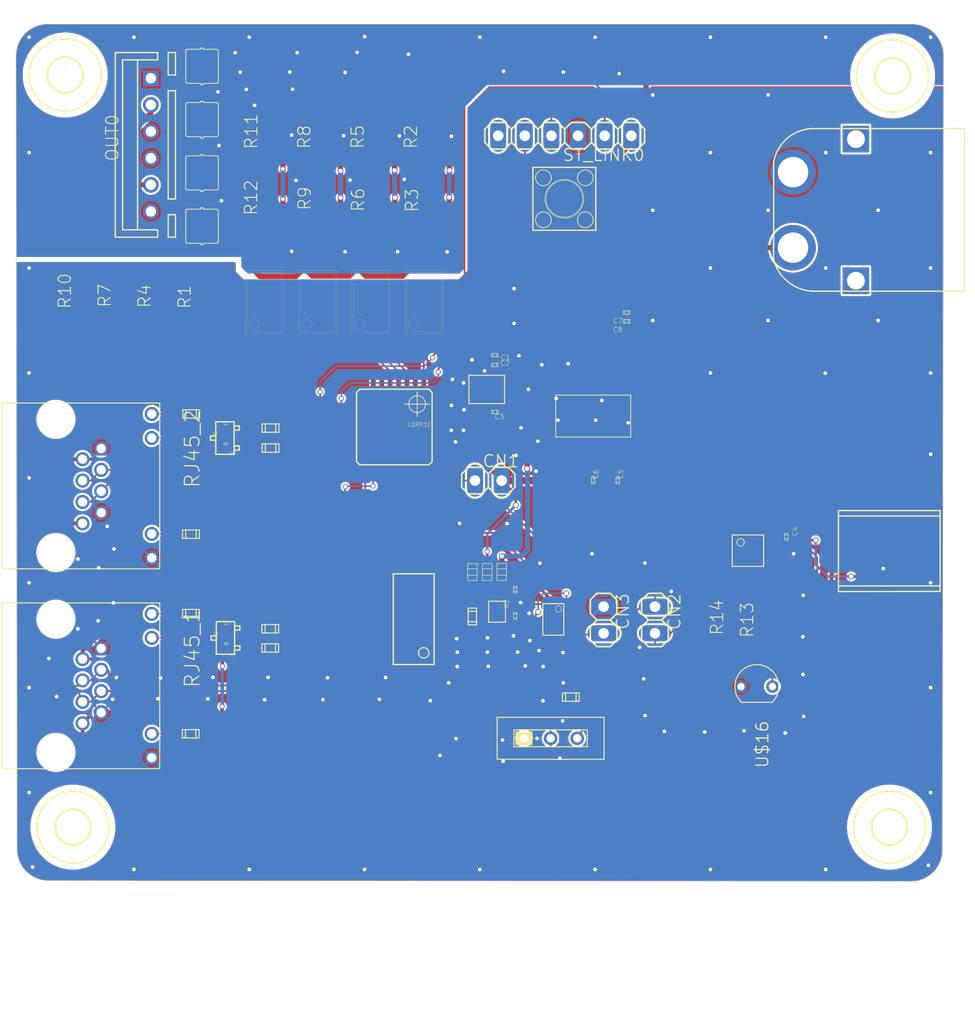
<source format=kicad_pcb>
(kicad_pcb (version 20221018) (generator pcbnew)
  (layers (0 "F.Cu" signal) (31 "B.Cu" signal) (34 "B.Paste" user) (35 "F.Paste" user) (36 "B.SilkS" user "B.Silkscreen") (37 "F.SilkS" user "F.Silkscreen") (38 "B.Mask" user) (39 "F.Mask" user) (44 "Edge.Cuts" user))
  (net 0 "")
  (net 1 "INPUT1")
  (net 2 "N$6")
  (net 3 "V1")
  (net 4 "N$9")
  (net 5 "N$14")
  (net 6 "N$19")
  (net 7 "INPUT2")
  (net 8 "INPUT3")
  (net 9 "INPUT4")
  (net 10 "N$1")
  (net 11 "OUT1")
  (net 12 "OUT2")
  (net 13 "N$3")
  (net 14 "OUT3")
  (net 15 "OUT4")
  (net 16 "N$15")
  (net 17 "N$16")
  (net 18 "3.3V")
  (net 19 "N$12")
  (net 20 "N$20")
  (net 21 "BOOT0")
  (net 22 "NRST")
  (net 23 "SGND")
  (net 24 "PGND")
  (net 25 "SWDIO")
  (net 26 "SWCLK-JTCK")
  (net 27 "5V")
  (net 28 "D-")
  (net 29 "D+")
  (net 30 "N$5")
  (net 31 "N$10")
  (net 32 "N$11")
  (net 33 "N$4")
  (net 34 "TX")
  (net 35 "RX")
  (net 36 "CANH")
  (net 37 "CANL")
  (net 38 "N$27")
  (net 39 "N$28")
  (net 40 "N$23")
  (net 41 "MISO")
  (net 42 "MOSI")
  (net 43 "CS")
  (net 44 "N$39")
  (net 45 "N$42")
  (net 46 "N$38")
  (net 47 "N$51")
  (net 48 "N$53")
  (net 49 "N$68")
  (net 50 "N$69")
  (net 51 "N$70")
  (net 52 "N$71")
  (net 53 "N$72")
  (net 54 "N$73")
  (net 55 "N$74")
  (net 56 "COM_LED")
  (net 57 "SCK")
  (net 58 "PVCC")
  (net 59 "V2")
  (net 60 "V3")
  (net 61 "V4")
  (net 62 "12V")
  (footprint "外形:M1206" (layer "F.Cu") (at 127.949666 81.190157 90)
    (fp_text reference "R12" (at -1.27 -1.27 90) (layer "F.SilkS") (effects (font (size 1.176528 1.176528) (thickness 0.093472)) (justify left)))
    (fp_text value "10k")
    (pad "1" smd rect (at -1.4 0 90) (size 1.6 2) (layers "F.Cu" "F.Paste" "F.Mask") (net 61 "V4"))
    (pad "2" smd rect (at 1.4 0 90) (size 1.6 2) (layers "F.Cu" "F.Paste" "F.Mask") (net 24 "PGND"))
  )
  (footprint "外形:GRM0335C1E240GA01D" (layer "F.Cu") (at 162.507066 91.643357)
    (fp_text reference "C7" (at -1.3125 0.7875) (layer "F.SilkS") (effects (font (size 0.4632 0.4632) (thickness 0.0368)) (justify left)))
    (fp_text value "0.33μF")
    (pad "1" smd rect (at -0.325 0) (size 0.35 0.4) (layers "F.Cu" "F.Paste" "F.Mask") (net 58 "PVCC"))
    (pad "2" smd rect (at 0.325 0) (size 0.35 0.4) (layers "F.Cu" "F.Paste" "F.Mask") (net 23 "SGND"))
  )
  (footprint "外形:GRM0335C1E240GA01D" (layer "F.Cu") (at 162.507066 92.481557)
    (fp_text reference "C8" (at -1.3125 0.7875) (layer "F.SilkS") (effects (font (size 0.4632 0.4632) (thickness 0.0368)) (justify left)))
    (fp_text value "0.1μF")
    (pad "1" smd rect (at -0.325 0) (size 0.35 0.4) (layers "F.Cu" "F.Paste" "F.Mask") (net 62 "12V"))
    (pad "2" smd rect (at 0.325 0) (size 0.35 0.4) (layers "F.Cu" "F.Paste" "F.Mask") (net 23 "SGND"))
  )
  (footprint "外形:TLP155E" (layer "F.Cu") (at 143.189666 93.890157)
    (fp_text reference "U$12" hide)
    (fp_text value "TLP155E" hide)
    (pad "ANODE" smd rect (at -1.27 0 90) (size 0.5 0.4) (layers "F.Cu" "F.Paste" "F.Mask") (net 1 "INPUT1"))
    (pad "CATHODE" smd rect (at 1.27 0 90) (size 0.5 0.4) (layers "F.Cu" "F.Paste" "F.Mask") (net 2 "N$6"))
    (pad "GND" smd rect (at 1.27 -6.5 90) (size 0.5 0.4) (layers "F.Cu" "F.Paste" "F.Mask") (net 24 "PGND"))
    (pad "VCC" smd rect (at -1.27 -6.5 90) (size 0.5 0.4) (layers "F.Cu" "F.Paste" "F.Mask") (net 62 "12V"))
    (pad "VOUT" smd rect (at 0 -6.5 90) (size 0.5 0.4) (layers "F.Cu" "F.Paste" "F.Mask") (net 3 "V1"))
  )
  (footprint "外形:GRM0335C1H120GA01" (layer "F.Cu") (at 151.876466 118.045557 90)
    (fp_text reference "C17" hide)
    (fp_text value "GRM0335C1H6R0BA01D" hide)
    (pad "1" smd rect (at -0.275 0 90) (size 0.25 0.3) (layers "F.Cu" "F.Paste" "F.Mask") (net 44 "N$39"))
    (pad "2" smd rect (at 0.275 0 90) (size 0.25 0.3) (layers "F.Cu" "F.Paste" "F.Mask") (net 23 "SGND"))
  )
  (footprint "外形:B6B-XH" (layer "F.Cu") (at 117.118666 75.655957 90)
    (fp_text reference "OUT0" (at -1.6256 -3.683 90) (layer "F.SilkS") (effects (font (size 1.176528 1.176528) (thickness 0.093472)) (justify left)))
    (fp_text value "")
    (pad "1" thru_hole rect (at 6.35 0 90) (size 1.5 1.5) (drill 1) (layers "*.Cu" "*.Mask") (net 11 "OUT1"))
    (pad "2" thru_hole circle (at 3.81 0 90) (size 1.5 1.5) (drill 1) (layers "*.Cu" "*.Mask") (net 62 "12V"))
    (pad "3" thru_hole circle (at 1.27 0 90) (size 1.5 1.5) (drill 1) (layers "*.Cu" "*.Mask") (net 12 "OUT2"))
    (pad "4" thru_hole circle (at -1.27 0 90) (size 1.5 1.5) (drill 1) (layers "*.Cu" "*.Mask") (net 14 "OUT3"))
    (pad "5" thru_hole circle (at -3.81 0 90) (size 1.5 1.5) (drill 1) (layers "*.Cu" "*.Mask") (net 62 "12V"))
    (pad "6" thru_hole circle (at -6.35 0 90) (size 1.5 1.5) (drill 1) (layers "*.Cu" "*.Mask") (net 15 "OUT4"))
  )
  (footprint "外形:1X02" (layer "F.Cu") (at 149.311066 107.656957)
    (fp_text reference "CN1" (at -0.6096 -1.8542) (layer "F.SilkS") (effects (font (size 1.1557 1.1557) (thickness 0.1143)) (justify left)))
    (fp_text value "")
    (pad "1" thru_hole oval (at -1.27 0 90) (size 3.048 1.524) (drill 1.016) (layers "*.Cu" "*.Mask") (net 21 "BOOT0"))
    (pad "2" thru_hole oval (at 1.27 0 90) (size 3.048 1.524) (drill 1.016) (layers "*.Cu" "*.Mask") (net 18 "3.3V"))
  )
  (footprint "外形:GRM0335C1E240GA01D" (layer "F.Cu") (at 149.920666 95.693557)
    (fp_text reference "C1" (at 0.5671 0.2287) (layer "F.SilkS") (effects (font (size 0.4632 0.4632) (thickness 0.0368)) (justify left)))
    (fp_text value "0.1μ")
    (pad "1" smd rect (at -0.325 0) (size 0.35 0.4) (layers "F.Cu" "F.Paste" "F.Mask") (net 22 "NRST"))
    (pad "2" smd rect (at 0.325 0) (size 0.35 0.4) (layers "F.Cu" "F.Paste" "F.Mask") (net 23 "SGND"))
  )
  (footprint "外形:CR0603" (layer "F.Cu") (at 120.913866 131.786957)
    (fp_text reference "R17" hide)
    (fp_text value "150")
    (pad "LEFT" smd rect (at -1 0) (size 1 1.2) (layers "F.Cu" "F.Paste" "F.Mask") (net 47 "N$51"))
    (pad "RIGHT" smd rect (at 1 0) (size 1 1.2) (layers "F.Cu" "F.Paste" "F.Mask") (net 27 "5V"))
  )
  (footprint "外形:RH100-24.000-18-1020-EXT-TR" (layer "F.Cu") (at 149.158666 98.970157)
    (fp_text reference "X1")
    (fp_text value "RH100-24.000-18-1020-EXT-TR")
    (pad "1" smd rect (at -1.1 0.8) (size 1.4 1.1) (layers "F.Cu" "F.Paste" "F.Mask") (net 20 "N$20"))
    (pad "2" smd rect (at 1.1 0.8) (size 1.4 1.1) (layers "F.Cu" "F.Paste" "F.Mask") (net 23 "SGND"))
    (pad "3" smd rect (at 1.1 -0.8) (size 1.4 1.1) (layers "F.Cu" "F.Paste" "F.Mask") (net 19 "N$12"))
    (pad "4" smd rect (at -1.1 -0.8) (size 1.4 1.1) (layers "F.Cu" "F.Paste" "F.Mask") (net 23 "SGND"))
  )
  (footprint "外形:3,2" (layer "F.Cu") (at 109.681466 140.684957)
    (fp_text reference "H4" hide)
    (fp_text value "MOUNT-HOLE3.2" hide)
    (pad "" np_thru_hole circle (at 0 0) (size 3.2 3.2) (drill 3.2) (layers "*.Cu" "*.Mask"))
    (zone (net 0) (net_name "") (layer "F.Cu") (connect_pads (clearance 0)) (min_thickness 0.25)
      (keepout (tracks not_allowed) (vias not_allowed) (pads not_allowed) (copperpour not_allowed) (footprints allowed))
      (fill (thermal_gap 0.5) (thermal_bridge_width 0.5))
      (polygon (pts (xy 113.745466 140.684957) (xy 113.725271 140.280313) (xy 113.664887 139.879691) (xy 113.564914 139.487072) (xy 113.426345 139.106358) (xy 113.250558 138.741333) (xy 113.0393 138.395624) (xy 112.794671 138.072668) (xy 112.5191 137.775674) (xy 112.215329 137.507594) (xy 111.886374 137.271092) (xy 111.535506 137.068518) (xy 111.166212 136.901886) (xy 110.782162 136.772852) (xy 110.387172 136.682698) (xy 109.985169 136.632321) (xy 109.580148 136.62222) (xy 109.176133 136.652497) (xy 108.777141 136.72285) (xy 108.387136 136.83258) (xy 108.009995 136.980597) (xy 107.649466 137.16543) (xy 107.309132 137.385241) (xy 106.992375 137.637846) (xy 106.702343 137.920735) (xy 106.441919 138.231096) (xy 106.213692 138.565844) (xy 106.019929 138.921653) (xy 105.862555 139.294987) (xy 105.743136 139.682135) (xy 105.662858 140.079249) (xy 105.622518 140.482383) (xy 105.622518 140.887531) (xy 105.662858 141.290665) (xy 105.743136 141.687779) (xy 105.862555 142.074927) (xy 106.019929 142.448261) (xy 106.213692 142.80407) (xy 106.441919 143.138818) (xy 106.702343 143.449179) (xy 106.992375 143.732068) (xy 107.309132 143.984673) (xy 107.649466 144.204484) (xy 108.009995 144.389317) (xy 108.387136 144.537334) (xy 108.777141 144.647064) (xy 109.176133 144.717417) (xy 109.580148 144.747694) (xy 109.985169 144.737593) (xy 110.387172 144.687216) (xy 110.782162 144.597062) (xy 111.166212 144.468028) (xy 111.535506 144.301396) (xy 111.886374 144.098822) (xy 112.215329 143.86232) (xy 112.5191 143.59424) (xy 112.794671 143.297246) (xy 113.0393 142.97429) (xy 113.250558 142.628581) (xy 113.426345 142.263556) (xy 113.564914 141.882842) (xy 113.664887 141.490223) (xy 113.725271 141.089601)))
      (polygon (pts (xy 111.713466 140.684957) (xy 111.693691 140.402157) (xy 111.63475 140.124862) (xy 111.53779 139.858468) (xy 111.4047 139.608161) (xy 111.238068 139.378813) (xy 111.041139 139.174887) (xy 110.817746 139.000353) (xy 110.572236 138.858607) (xy 110.309389 138.75241) (xy 110.034319 138.683828) (xy 109.752382 138.654195) (xy 109.469064 138.664089) (xy 109.189881 138.713316) (xy 108.920265 138.800919) (xy 108.665466 138.925193) (xy 108.430442 139.083719) (xy 108.219768 139.273411) (xy 108.037543 139.490577) (xy 107.887316 139.730991) (xy 107.772011 139.989972) (xy 107.69387 140.26248) (xy 107.654416 140.543212) (xy 107.654416 140.826702) (xy 107.69387 141.107434) (xy 107.772011 141.379942) (xy 107.887316 141.638923) (xy 108.037543 141.879337) (xy 108.219768 142.096503) (xy 108.430442 142.286195) (xy 108.665466 142.444721) (xy 108.920265 142.568995) (xy 109.189881 142.656598) (xy 109.469064 142.705825) (xy 109.752382 142.715719) (xy 110.034319 142.686086) (xy 110.309389 142.617504) (xy 110.572236 142.511307) (xy 110.817746 142.369561) (xy 111.041139 142.195027) (xy 111.238068 141.991101) (xy 111.4047 141.761753) (xy 111.53779 141.511446) (xy 111.63475 141.245052) (xy 111.693691 140.967757)))
    )
    (zone (net 0) (net_name "") (layer "B.Cu") (connect_pads (clearance 0)) (min_thickness 0.25)
      (keepout (tracks not_allowed) (vias not_allowed) (pads not_allowed) (copperpour not_allowed) (footprints allowed))
      (fill (thermal_gap 0.5) (thermal_bridge_width 0.5))
      (polygon (pts (xy 113.745466 140.684957) (xy 113.725271 140.280313) (xy 113.664887 139.879691) (xy 113.564914 139.487072) (xy 113.426345 139.106358) (xy 113.250558 138.741333) (xy 113.0393 138.395624) (xy 112.794671 138.072668) (xy 112.5191 137.775674) (xy 112.215329 137.507594) (xy 111.886374 137.271092) (xy 111.535506 137.068518) (xy 111.166212 136.901886) (xy 110.782162 136.772852) (xy 110.387172 136.682698) (xy 109.985169 136.632321) (xy 109.580148 136.62222) (xy 109.176133 136.652497) (xy 108.777141 136.72285) (xy 108.387136 136.83258) (xy 108.009995 136.980597) (xy 107.649466 137.16543) (xy 107.309132 137.385241) (xy 106.992375 137.637846) (xy 106.702343 137.920735) (xy 106.441919 138.231096) (xy 106.213692 138.565844) (xy 106.019929 138.921653) (xy 105.862555 139.294987) (xy 105.743136 139.682135) (xy 105.662858 140.079249) (xy 105.622518 140.482383) (xy 105.622518 140.887531) (xy 105.662858 141.290665) (xy 105.743136 141.687779) (xy 105.862555 142.074927) (xy 106.019929 142.448261) (xy 106.213692 142.80407) (xy 106.441919 143.138818) (xy 106.702343 143.449179) (xy 106.992375 143.732068) (xy 107.309132 143.984673) (xy 107.649466 144.204484) (xy 108.009995 144.389317) (xy 108.387136 144.537334) (xy 108.777141 144.647064) (xy 109.176133 144.717417) (xy 109.580148 144.747694) (xy 109.985169 144.737593) (xy 110.387172 144.687216) (xy 110.782162 144.597062) (xy 111.166212 144.468028) (xy 111.535506 144.301396) (xy 111.886374 144.098822) (xy 112.215329 143.86232) (xy 112.5191 143.59424) (xy 112.794671 143.297246) (xy 113.0393 142.97429) (xy 113.250558 142.628581) (xy 113.426345 142.263556) (xy 113.564914 141.882842) (xy 113.664887 141.490223) (xy 113.725271 141.089601)))
      (polygon (pts (xy 111.713466 140.684957) (xy 111.693691 140.402157) (xy 111.63475 140.124862) (xy 111.53779 139.858468) (xy 111.4047 139.608161) (xy 111.238068 139.378813) (xy 111.041139 139.174887) (xy 110.817746 139.000353) (xy 110.572236 138.858607) (xy 110.309389 138.75241) (xy 110.034319 138.683828) (xy 109.752382 138.654195) (xy 109.469064 138.664089) (xy 109.189881 138.713316) (xy 108.920265 138.800919) (xy 108.665466 138.925193) (xy 108.430442 139.083719) (xy 108.219768 139.273411) (xy 108.037543 139.490577) (xy 107.887316 139.730991) (xy 107.772011 139.989972) (xy 107.69387 140.26248) (xy 107.654416 140.543212) (xy 107.654416 140.826702) (xy 107.69387 141.107434) (xy 107.772011 141.379942) (xy 107.887316 141.638923) (xy 108.037543 141.879337) (xy 108.219768 142.096503) (xy 108.430442 142.286195) (xy 108.665466 142.444721) (xy 108.920265 142.568995) (xy 109.189881 142.656598) (xy 109.469064 142.705825) (xy 109.752382 142.715719) (xy 110.034319 142.686086) (xy 110.309389 142.617504) (xy 110.572236 142.511307) (xy 110.817746 142.369561) (xy 111.041139 142.195027) (xy 111.238068 141.991101) (xy 111.4047 141.761753) (xy 111.53779 141.511446) (xy 111.63475 141.245052) (xy 111.693691 140.967757)))
    )
  )
  (footprint "外形:PXN012-60QL" (layer "F.Cu") (at 121.999466 73.249957 -90)
    (fp_text reference "U$6" hide)
    (fp_text value "PXN012-60QL" hide)
    (pad "DRAIN1" smd rect (at -0.975 1.65 270) (size 0.35 0.2) (layers "F.Cu" "F.Paste" "F.Mask") (net 12 "OUT2"))
    (pad "DRAIN2" smd rect (at -0.325 1.65 270) (size 0.35 0.2) (layers "F.Cu" "F.Paste" "F.Mask") (net 12 "OUT2"))
    (pad "DRAIN3" smd rect (at 0.325 1.65 270) (size 0.35 0.2) (layers "F.Cu" "F.Paste" "F.Mask") (net 12 "OUT2"))
    (pad "DRAIN4" smd rect (at 0.975 1.65 270) (size 0.35 0.2) (layers "F.Cu" "F.Paste" "F.Mask") (net 12 "OUT2"))
    (pad "GATE" smd rect (at 0.975 -1.65 270) (size 0.35 0.2) (layers "F.Cu" "F.Paste" "F.Mask") (net 13 "N$3"))
    (pad "SOURCE1" smd rect (at -0.975 -1.65 270) (size 0.35 0.2) (layers "F.Cu" "F.Paste" "F.Mask") (net 24 "PGND"))
    (pad "SOURCE2" smd rect (at -0.325 -1.65 270) (size 0.35 0.2) (layers "F.Cu" "F.Paste" "F.Mask") (net 24 "PGND"))
    (pad "SOURCE3" smd rect (at 0.325 -1.65 270) (size 0.35 0.2) (layers "F.Cu" "F.Paste" "F.Mask") (net 24 "PGND"))
  )
  (footprint "外形:NJM7800SDL1-12V" (layer "F.Cu") (at 156.538066 91.033757)
    (fp_text reference "U$17" hide)
    (fp_text value "NJM7800SDL1-12V" hide)
    (pad "GND" smd rect (at 0 -3) (size 6 6) (layers "F.Cu" "F.Paste" "F.Mask") (net 23 "SGND"))
    (pad "VIN" smd rect (at -2.3 2.35) (size 2 2.5) (layers "F.Cu" "F.Paste" "F.Mask") (net 58 "PVCC"))
    (pad "VOUT" smd rect (at 2.3 2.35) (size 2 2.5) (layers "F.Cu" "F.Paste" "F.Mask") (net 62 "12V"))
  )
  (footprint "外形:M1206" (layer "F.Cu") (at 138.109666 81.190157 90)
    (fp_text reference "R6" (at -0.9144 -1.2192 90) (layer "F.SilkS") (effects (font (size 1.176528 1.176528) (thickness 0.093472)) (justify left)))
    (fp_text value "10k")
    (pad "1" smd rect (at -1.4 0 90) (size 1.6 2) (layers "F.Cu" "F.Paste" "F.Mask") (net 59 "V2"))
    (pad "2" smd rect (at 1.4 0 90) (size 1.6 2) (layers "F.Cu" "F.Paste" "F.Mask") (net 24 "PGND"))
  )
  (footprint "外形:CR0603" (layer "F.Cu") (at 157.183066 128.296357 180)
    (fp_text reference "R16" hide)
    (fp_text value "120Ω")
    (pad "LEFT" smd rect (at -1 0 180) (size 1 1.2) (layers "F.Cu" "F.Paste" "F.Mask") (net 40 "N$23"))
    (pad "RIGHT" smd rect (at 1 0 180) (size 1 1.2) (layers "F.Cu" "F.Paste" "F.Mask") (net 36 "CANH"))
  )
  (footprint "外形:M1206" (layer "F.Cu") (at 138.109666 74.840157 90)
    (fp_text reference "R5" (at -1.27 -1.27 90) (layer "F.SilkS") (effects (font (size 1.176528 1.176528) (thickness 0.093472)) (justify left)))
    (fp_text value "1k")
    (pad "1" smd rect (at -1.4 0 90) (size 1.6 2) (layers "F.Cu" "F.Paste" "F.Mask") (net 59 "V2"))
    (pad "2" smd rect (at 1.4 0 90) (size 1.6 2) (layers "F.Cu" "F.Paste" "F.Mask") (net 13 "N$3"))
  )
  (footprint "外形:M1206" (layer "F.Cu") (at 110.169666 90.080157 90)
    (fp_text reference "R10" (at -1.27 -1.27 90) (layer "F.SilkS") (effects (font (size 1.176528 1.176528) (thickness 0.093472)) (justify left)))
    (fp_text value "100")
    (pad "1" smd rect (at -1.4 0 90) (size 1.6 2) (layers "F.Cu" "F.Paste" "F.Mask") (net 6 "N$19"))
    (pad "2" smd rect (at 1.4 0 90) (size 1.6 2) (layers "F.Cu" "F.Paste" "F.Mask") (net 23 "SGND"))
  )
  (footprint "外形:TACTSWITCH" (layer "F.Cu") (at 156.563466 80.797557)
    (fp_text reference "U$5" hide)
    (fp_text value "TACTSWITCH" hide)
    (pad "P$1" smd rect (at -3.75 -2.25) (size 1.5 0.7) (layers "F.Cu" "F.Paste" "F.Mask") (net 22 "NRST"))
    (pad "P$2" smd rect (at -3.75 2.25) (size 1.5 0.7) (layers "F.Cu" "F.Paste" "F.Mask"))
    (pad "P$3" smd rect (at 3.75 -2.25) (size 1.5 0.7) (layers "F.Cu" "F.Paste" "F.Mask") (net 23 "SGND"))
    (pad "P$4" smd rect (at 3.75 2.25) (size 1.5 0.7) (layers "F.Cu" "F.Paste" "F.Mask"))
  )
  (footprint "外形:M1206" (layer "F.Cu") (at 172.298066 120.712557 90)
    (fp_text reference "R14" (at -1.7526 -1.1684 90) (layer "F.SilkS") (effects (font (size 1.176528 1.176528) (thickness 0.093472)) (justify left)))
    (fp_text value "0")
    (pad "1" smd rect (at -1.4 0 90) (size 1.6 2) (layers "F.Cu" "F.Paste" "F.Mask") (net 31 "N$10"))
    (pad "2" smd rect (at 1.4 0 90) (size 1.6 2) (layers "F.Cu" "F.Paste" "F.Mask") (net 32 "N$11"))
  )
  (footprint "外形:2SC3325" (layer "F.Cu") (at 125.384266 102.653157 180)
    (fp_text reference "TR2" (at 0.0984 -2.3968) (layer "F.SilkS") (effects (font (size 0.235306 0.235306) (thickness 0.018694)) (justify right)))
    (fp_text value "2SC3325" hide)
    (fp_text user "B" (at 0.9 -1.7 270) (layer "F.SilkS") (effects (font (size 0.368 0.368) (thickness 0.032)) (justify left bottom)))
    (fp_text user "E" (at 0.9 0.2 270) (layer "F.SilkS") (effects (font (size 0.368 0.368) (thickness 0.032)) (justify left bottom)))
    (fp_text user "C" (at 1.9 -0.7 270) (layer "F.SilkS") (effects (font (size 0.368 0.368) (thickness 0.032)) (justify left bottom)))
    (pad "B" smd rect (at 0 -1.9 180) (size 1 0.8) (layers "F.Cu" "F.Paste" "F.Mask") (net 54 "N$73"))
    (pad "C" smd rect (at 2.4 -0.95 180) (size 1 0.8) (layers "F.Cu" "F.Paste" "F.Mask") (net 53 "N$72"))
    (pad "E" smd rect (at 0 0 180) (size 1 0.8) (layers "F.Cu" "F.Paste" "F.Mask") (net 23 "SGND"))
  )
  (footprint "外形:CR0603" (layer "F.Cu") (at 147.787066 120.610957 -90)
    (fp_text reference "R15" hide)
    (fp_text value "0")
    (pad "LEFT" smd rect (at -1 0 270) (size 1 1.2) (layers "F.Cu" "F.Paste" "F.Mask") (net 46 "N$38"))
    (pad "RIGHT" smd rect (at 1 0 270) (size 1 1.2) (layers "F.Cu" "F.Paste" "F.Mask") (net 45 "N$42"))
  )
  (footprint "外形:3,2" (layer "F.Cu") (at 108.941466 68.994957)
    (fp_text reference "H1" hide)
    (fp_text value "MOUNT-HOLE3.2" hide)
    (pad "" np_thru_hole circle (at 0 0) (size 3.2 3.2) (drill 3.2) (layers "*.Cu" "*.Mask"))
    (zone (net 0) (net_name "") (layer "F.Cu") (connect_pads (clearance 0)) (min_thickness 0.25)
      (keepout (tracks not_allowed) (vias not_allowed) (pads not_allowed) (copperpour not_allowed) (footprints allowed))
      (fill (thermal_gap 0.5) (thermal_bridge_width 0.5))
      (polygon (pts (xy 113.005466 68.994957) (xy 112.985271 68.590313) (xy 112.924887 68.189691) (xy 112.824914 67.797072) (xy 112.686345 67.416358) (xy 112.510558 67.051333) (xy 112.2993 66.705624) (xy 112.054671 66.382668) (xy 111.7791 66.085674) (xy 111.475329 65.817594) (xy 111.146374 65.581092) (xy 110.795506 65.378518) (xy 110.426212 65.211886) (xy 110.042162 65.082852) (xy 109.647172 64.992698) (xy 109.245169 64.942321) (xy 108.840148 64.93222) (xy 108.436133 64.962497) (xy 108.037141 65.03285) (xy 107.647136 65.14258) (xy 107.269995 65.290597) (xy 106.909466 65.47543) (xy 106.569132 65.695241) (xy 106.252375 65.947846) (xy 105.962343 66.230735) (xy 105.701919 66.541096) (xy 105.473692 66.875844) (xy 105.279929 67.231653) (xy 105.122555 67.604987) (xy 105.003136 67.992135) (xy 104.922858 68.389249) (xy 104.882518 68.792383) (xy 104.882518 69.197531) (xy 104.922858 69.600665) (xy 105.003136 69.997779) (xy 105.122555 70.384927) (xy 105.279929 70.758261) (xy 105.473692 71.11407) (xy 105.701919 71.448818) (xy 105.962343 71.759179) (xy 106.252375 72.042068) (xy 106.569132 72.294673) (xy 106.909466 72.514484) (xy 107.269995 72.699317) (xy 107.647136 72.847334) (xy 108.037141 72.957064) (xy 108.436133 73.027417) (xy 108.840148 73.057694) (xy 109.245169 73.047593) (xy 109.647172 72.997216) (xy 110.042162 72.907062) (xy 110.426212 72.778028) (xy 110.795506 72.611396) (xy 111.146374 72.408822) (xy 111.475329 72.17232) (xy 111.7791 71.90424) (xy 112.054671 71.607246) (xy 112.2993 71.28429) (xy 112.510558 70.938581) (xy 112.686345 70.573556) (xy 112.824914 70.192842) (xy 112.924887 69.800223) (xy 112.985271 69.399601)))
      (polygon (pts (xy 110.973466 68.994957) (xy 110.953691 68.712157) (xy 110.89475 68.434862) (xy 110.79779 68.168468) (xy 110.6647 67.918161) (xy 110.498068 67.688813) (xy 110.301139 67.484887) (xy 110.077746 67.310353) (xy 109.832236 67.168607) (xy 109.569389 67.06241) (xy 109.294319 66.993828) (xy 109.012382 66.964195) (xy 108.729064 66.974089) (xy 108.449881 67.023316) (xy 108.180265 67.110919) (xy 107.925466 67.235193) (xy 107.690442 67.393719) (xy 107.479768 67.583411) (xy 107.297543 67.800577) (xy 107.147316 68.040991) (xy 107.032011 68.299972) (xy 106.95387 68.57248) (xy 106.914416 68.853212) (xy 106.914416 69.136702) (xy 106.95387 69.417434) (xy 107.032011 69.689942) (xy 107.147316 69.948923) (xy 107.297543 70.189337) (xy 107.479768 70.406503) (xy 107.690442 70.596195) (xy 107.925466 70.754721) (xy 108.180265 70.878995) (xy 108.449881 70.966598) (xy 108.729064 71.015825) (xy 109.012382 71.025719) (xy 109.294319 70.996086) (xy 109.569389 70.927504) (xy 109.832236 70.821307) (xy 110.077746 70.679561) (xy 110.301139 70.505027) (xy 110.498068 70.301101) (xy 110.6647 70.071753) (xy 110.79779 69.821446) (xy 110.89475 69.555052) (xy 110.953691 69.277757)))
    )
    (zone (net 0) (net_name "") (layer "B.Cu") (connect_pads (clearance 0)) (min_thickness 0.25)
      (keepout (tracks not_allowed) (vias not_allowed) (pads not_allowed) (copperpour not_allowed) (footprints allowed))
      (fill (thermal_gap 0.5) (thermal_bridge_width 0.5))
      (polygon (pts (xy 113.005466 68.994957) (xy 112.985271 68.590313) (xy 112.924887 68.189691) (xy 112.824914 67.797072) (xy 112.686345 67.416358) (xy 112.510558 67.051333) (xy 112.2993 66.705624) (xy 112.054671 66.382668) (xy 111.7791 66.085674) (xy 111.475329 65.817594) (xy 111.146374 65.581092) (xy 110.795506 65.378518) (xy 110.426212 65.211886) (xy 110.042162 65.082852) (xy 109.647172 64.992698) (xy 109.245169 64.942321) (xy 108.840148 64.93222) (xy 108.436133 64.962497) (xy 108.037141 65.03285) (xy 107.647136 65.14258) (xy 107.269995 65.290597) (xy 106.909466 65.47543) (xy 106.569132 65.695241) (xy 106.252375 65.947846) (xy 105.962343 66.230735) (xy 105.701919 66.541096) (xy 105.473692 66.875844) (xy 105.279929 67.231653) (xy 105.122555 67.604987) (xy 105.003136 67.992135) (xy 104.922858 68.389249) (xy 104.882518 68.792383) (xy 104.882518 69.197531) (xy 104.922858 69.600665) (xy 105.003136 69.997779) (xy 105.122555 70.384927) (xy 105.279929 70.758261) (xy 105.473692 71.11407) (xy 105.701919 71.448818) (xy 105.962343 71.759179) (xy 106.252375 72.042068) (xy 106.569132 72.294673) (xy 106.909466 72.514484) (xy 107.269995 72.699317) (xy 107.647136 72.847334) (xy 108.037141 72.957064) (xy 108.436133 73.027417) (xy 108.840148 73.057694) (xy 109.245169 73.047593) (xy 109.647172 72.997216) (xy 110.042162 72.907062) (xy 110.426212 72.778028) (xy 110.795506 72.611396) (xy 111.146374 72.408822) (xy 111.475329 72.17232) (xy 111.7791 71.90424) (xy 112.054671 71.607246) (xy 112.2993 71.28429) (xy 112.510558 70.938581) (xy 112.686345 70.573556) (xy 112.824914 70.192842) (xy 112.924887 69.800223) (xy 112.985271 69.399601)))
      (polygon (pts (xy 110.973466 68.994957) (xy 110.953691 68.712157) (xy 110.89475 68.434862) (xy 110.79779 68.168468) (xy 110.6647 67.918161) (xy 110.498068 67.688813) (xy 110.301139 67.484887) (xy 110.077746 67.310353) (xy 109.832236 67.168607) (xy 109.569389 67.06241) (xy 109.294319 66.993828) (xy 109.012382 66.964195) (xy 108.729064 66.974089) (xy 108.449881 67.023316) (xy 108.180265 67.110919) (xy 107.925466 67.235193) (xy 107.690442 67.393719) (xy 107.479768 67.583411) (xy 107.297543 67.800577) (xy 107.147316 68.040991) (xy 107.032011 68.299972) (xy 106.95387 68.57248) (xy 106.914416 68.853212) (xy 106.914416 69.136702) (xy 106.95387 69.417434) (xy 107.032011 69.689942) (xy 107.147316 69.948923) (xy 107.297543 70.189337) (xy 107.479768 70.406503) (xy 107.690442 70.596195) (xy 107.925466 70.754721) (xy 108.180265 70.878995) (xy 108.449881 70.966598) (xy 108.729064 71.015825) (xy 109.012382 71.025719) (xy 109.294319 70.996086) (xy 109.569389 70.927504) (xy 109.832236 70.821307) (xy 110.077746 70.679561) (xy 110.301139 70.505027) (xy 110.498068 70.301101) (xy 110.6647 70.071753) (xy 110.79779 69.821446) (xy 110.89475 69.555052) (xy 110.953691 69.277757)))
    )
  )
  (footprint "外形:GRM0335C1E240GA01D" (layer "F.Cu") (at 161.655466 107.631557 -90)
    (fp_text reference "C5" (at -1.0585 -0.2793 90) (layer "F.SilkS") (effects (font (size 0.4632 0.4632) (thickness 0.0368)) (justify right)))
    (fp_text value "10μ")
    (pad "1" smd rect (at -0.325 0 270) (size 0.35 0.4) (layers "F.Cu" "F.Paste" "F.Mask") (net 27 "5V"))
    (pad "2" smd rect (at 0.325 0 270) (size 0.35 0.4) (layers "F.Cu" "F.Paste" "F.Mask") (net 23 "SGND"))
  )
  (footprint "外形:GRM0335C1E240GA01D" (layer "F.Cu") (at 159.318666 107.631557 -90)
    (fp_text reference "C6" (at -1.0585 -0.2539 90) (layer "F.SilkS") (effects (font (size 0.4632 0.4632) (thickness 0.0368)) (justify right)))
    (fp_text value "22μ")
    (pad "1" smd rect (at -0.325 0 270) (size 0.35 0.4) (layers "F.Cu" "F.Paste" "F.Mask") (net 18 "3.3V"))
    (pad "2" smd rect (at 0.325 0 270) (size 0.35 0.4) (layers "F.Cu" "F.Paste" "F.Mask") (net 23 "SGND"))
  )
  (footprint "外形:M1206" (layer "F.Cu") (at 117.789666 90.080157 90)
    (fp_text reference "R4" (at -1.1938 -1.27 90) (layer "F.SilkS") (effects (font (size 1.176528 1.176528) (thickness 0.093472)) (justify left)))
    (fp_text value "100")
    (pad "1" smd rect (at -1.4 0 90) (size 1.6 2) (layers "F.Cu" "F.Paste" "F.Mask") (net 4 "N$9"))
    (pad "2" smd rect (at 1.4 0 90) (size 1.6 2) (layers "F.Cu" "F.Paste" "F.Mask") (net 23 "SGND"))
  )
  (footprint "外形:CR0603" (layer "F.Cu") (at 120.964666 101.306957 180)
    (fp_text reference "R22" hide)
    (fp_text value "150")
    (pad "LEFT" smd rect (at -1 0 180) (size 1 1.2) (layers "F.Cu" "F.Paste" "F.Mask") (net 27 "5V"))
    (pad "RIGHT" smd rect (at 1 0 180) (size 1 1.2) (layers "F.Cu" "F.Paste" "F.Mask") (net 51 "N$70"))
  )
  (footprint "外形:PXN012-60QL" (layer "F.Cu") (at 121.999466 83.409957 -90)
    (fp_text reference "U$10" hide)
    (fp_text value "PXN012-60QL" hide)
    (pad "DRAIN1" smd rect (at -0.975 1.65 270) (size 0.35 0.2) (layers "F.Cu" "F.Paste" "F.Mask") (net 15 "OUT4"))
    (pad "DRAIN2" smd rect (at -0.325 1.65 270) (size 0.35 0.2) (layers "F.Cu" "F.Paste" "F.Mask") (net 15 "OUT4"))
    (pad "DRAIN3" smd rect (at 0.325 1.65 270) (size 0.35 0.2) (layers "F.Cu" "F.Paste" "F.Mask") (net 15 "OUT4"))
    (pad "DRAIN4" smd rect (at 0.975 1.65 270) (size 0.35 0.2) (layers "F.Cu" "F.Paste" "F.Mask") (net 15 "OUT4"))
    (pad "GATE" smd rect (at 0.975 -1.65 270) (size 0.35 0.2) (layers "F.Cu" "F.Paste" "F.Mask") (net 17 "N$16"))
    (pad "SOURCE1" smd rect (at -0.975 -1.65 270) (size 0.35 0.2) (layers "F.Cu" "F.Paste" "F.Mask") (net 24 "PGND"))
    (pad "SOURCE2" smd rect (at -0.325 -1.65 270) (size 0.35 0.2) (layers "F.Cu" "F.Paste" "F.Mask") (net 24 "PGND"))
    (pad "SOURCE3" smd rect (at 0.325 -1.65 270) (size 0.35 0.2) (layers "F.Cu" "F.Paste" "F.Mask") (net 24 "PGND"))
  )
  (footprint "外形:GRM0335C1E240GA01D" (layer "F.Cu") (at 149.920666 96.633357 180)
    (fp_text reference "C2" (at -1.4649 0.1779) (layer "F.SilkS") (effects (font (size 0.4632 0.4632) (thickness 0.0368)) (justify right)))
    (fp_text value "24p")
    (pad "1" smd rect (at -0.325 0 180) (size 0.35 0.4) (layers "F.Cu" "F.Paste" "F.Mask") (net 23 "SGND"))
    (pad "2" smd rect (at 0.325 0 180) (size 0.35 0.4) (layers "F.Cu" "F.Paste" "F.Mask") (net 19 "N$12"))
  )
  (footprint "外形:CR0603" (layer "F.Cu") (at 128.508466 121.779357)
    (fp_text reference "R19" hide)
    (fp_text value "5.1k")
    (pad "LEFT" smd rect (at -1 0) (size 1 1.2) (layers "F.Cu" "F.Paste" "F.Mask") (net 55 "N$74"))
    (pad "RIGHT" smd rect (at 1 0) (size 1 1.2) (layers "F.Cu" "F.Paste" "F.Mask") (net 56 "COM_LED"))
  )
  (footprint "外形:GCM188L81H104KA57" (layer "F.Cu") (at 150.581066 116.369157 -90)
    (fp_text reference "C14" (at -0.8254 -0.5 90) (layer "F.SilkS") (effects (font (size 0.09264 0.09264) (thickness 0.00736)) (justify right)))
    (fp_text value "GCM188L81H104KA57" hide)
    (pad "P$1" smd rect (at -0.7 0 270) (size 0.7 0.8) (layers "F.Cu" "F.Paste" "F.Mask") (net 27 "5V"))
    (pad "P$2" smd rect (at 0.7 0 270) (size 0.7 0.8) (layers "F.Cu" "F.Paste" "F.Mask") (net 23 "SGND"))
  )
  (footprint "外形:GCM188L81H104KA57" (layer "F.Cu") (at 149.209466 116.369157 -90)
    (fp_text reference "C15" (at -0.8 -0.5 90) (layer "F.SilkS") (effects (font (size 0.09264 0.09264) (thickness 0.00736)) (justify right)))
    (fp_text value "GCM188L81H104KA57" hide)
    (pad "P$1" smd rect (at -0.7 0 270) (size 0.7 0.8) (layers "F.Cu" "F.Paste" "F.Mask") (net 18 "3.3V"))
    (pad "P$2" smd rect (at 0.7 0 270) (size 0.7 0.8) (layers "F.Cu" "F.Paste" "F.Mask") (net 23 "SGND"))
  )
  (footprint "外形:MCP2517FD" (layer "F.Cu") (at 144.891466 124.674957 90)
    (fp_text reference "U2" hide)
    (fp_text value "MCP2517FD")
    (pad "CLKO/SOF" smd rect (at 2.54 0 90) (size 0.6 1.55) (layers "F.Cu" "F.Paste" "F.Mask"))
    (pad "INT" smd rect (at 3.81 0 90) (size 0.6 1.55) (layers "F.Cu" "F.Paste" "F.Mask"))
    (pad "INT0/GPIO0" smd rect (at 6.35 -5.4 90) (size 0.6 1.55) (layers "F.Cu" "F.Paste" "F.Mask"))
    (pad "INT1/GPIO1" smd rect (at 7.62 -5.4 90) (size 0.6 1.55) (layers "F.Cu" "F.Paste" "F.Mask"))
    (pad "NCS" smd rect (at 1.27 -5.4 90) (size 0.6 1.55) (layers "F.Cu" "F.Paste" "F.Mask") (net 43 "CS"))
    (pad "OSC1" smd rect (at 6.35 0 90) (size 0.6 1.55) (layers "F.Cu" "F.Paste" "F.Mask") (net 44 "N$39"))
    (pad "OSC2" smd rect (at 5.08 0 90) (size 0.6 1.55) (layers "F.Cu" "F.Paste" "F.Mask") (net 46 "N$38"))
    (pad "RXCAN" smd rect (at 1.27 0 90) (size 0.6 1.55) (layers "F.Cu" "F.Paste" "F.Mask") (net 39 "N$28"))
    (pad "SCK" smd rect (at 5.08 -5.4 90) (size 0.6 1.55) (layers "F.Cu" "F.Paste" "F.Mask") (net 57 "SCK"))
    (pad "SDI" smd rect (at 3.81 -5.4 90) (size 0.6 1.55) (layers "F.Cu" "F.Paste" "F.Mask") (net 42 "MOSI"))
    (pad "SDO" smd rect (at 2.54 -5.4 90) (size 0.6 1.55) (layers "F.Cu" "F.Paste" "F.Mask") (net 41 "MISO"))
    (pad "TXCAN" smd rect (at 0 0 90) (size 0.6 1.55) (layers "F.Cu" "F.Paste" "F.Mask") (net 38 "N$27"))
    (pad "VDD" smd rect (at 0 -5.4 90) (size 0.6 1.55) (layers "F.Cu" "F.Paste" "F.Mask") (net 18 "3.3V"))
    (pad "VSS" smd rect (at 7.62 0 90) (size 0.6 1.55) (layers "F.Cu" "F.Paste" "F.Mask") (net 23 "SGND"))
  )
  (footprint "外形:M1206" (layer "F.Cu") (at 127.989666 74.820157 90)
    (fp_text reference "R11" (at -1.3208 -1.2954 90) (layer "F.SilkS") (effects (font (size 1.176528 1.176528) (thickness 0.093472)) (justify left)))
    (fp_text value "1k")
    (pad "1" smd rect (at -1.4 0 90) (size 1.6 2) (layers "F.Cu" "F.Paste" "F.Mask") (net 61 "V4"))
    (pad "2" smd rect (at 1.4 0 90) (size 1.6 2) (layers "F.Cu" "F.Paste" "F.Mask") (net 17 "N$16"))
  )
  (footprint "外形:M1206" (layer "F.Cu") (at 143.189666 74.840157 90)
    (fp_text reference "R2" (at -1.27 -1.27 90) (layer "F.SilkS") (effects (font (size 1.176528 1.176528) (thickness 0.093472)) (justify left)))
    (fp_text value "1k")
    (pad "1" smd rect (at -1.4 0 90) (size 1.6 2) (layers "F.Cu" "F.Paste" "F.Mask") (net 3 "V1"))
    (pad "2" smd rect (at 1.4 0 90) (size 1.6 2) (layers "F.Cu" "F.Paste" "F.Mask") (net 10 "N$1"))
  )
  (footprint "外形:STM32F301K6T6-LQFP32" (layer "F.Cu") (at 140.344866 102.551557 180)
    (fp_text reference "U$3" hide)
    (fp_text value "STM32K6T6-LQFP32" hide)
    (fp_text user "LQRP32" (at -1.27 0 180) (layer "F.SilkS") (effects (font (size 0.373888 0.373888) (thickness 0.032512)) (justify left bottom)))
    (pad "BOOT0" smd rect (at -2 -4.1 270) (size 1 0.45) (layers "F.Cu" "F.Paste" "F.Mask") (net 21 "BOOT0"))
    (pad "NRST" smd rect (at -4.1 -0.4 180) (size 1 0.45) (layers "F.Cu" "F.Paste" "F.Mask") (net 22 "NRST"))
    (pad "PA0" smd rect (at -4.1 1.2 180) (size 1 0.45) (layers "F.Cu" "F.Paste" "F.Mask"))
    (pad "PA1" smd rect (at -4.1 2 180) (size 1 0.45) (layers "F.Cu" "F.Paste" "F.Mask"))
    (pad "PA2" smd rect (at -4.1 2.8 180) (size 1 0.45) (layers "F.Cu" "F.Paste" "F.Mask"))
    (pad "PA3" smd rect (at -2.8 4.1 270) (size 1 0.45) (layers "F.Cu" "F.Paste" "F.Mask") (net 1 "INPUT1"))
    (pad "PA4" smd rect (at -2 4.1 270) (size 1 0.45) (layers "F.Cu" "F.Paste" "F.Mask") (net 7 "INPUT2"))
    (pad "PA5" smd rect (at -1.2 4.1 270) (size 1 0.45) (layers "F.Cu" "F.Paste" "F.Mask") (net 8 "INPUT3"))
    (pad "PA6" smd rect (at -0.4 4.1 270) (size 1 0.45) (layers "F.Cu" "F.Paste" "F.Mask") (net 9 "INPUT4"))
    (pad "PA7" smd rect (at 0.4 4.1 270) (size 1 0.45) (layers "F.Cu" "F.Paste" "F.Mask"))
    (pad "PA8" smd rect (at 4.1 2 180) (size 1 0.45) (layers "F.Cu" "F.Paste" "F.Mask"))
    (pad "PA9" smd rect (at 4.1 1.2 180) (size 1 0.45) (layers "F.Cu" "F.Paste" "F.Mask"))
    (pad "PA10" smd rect (at 4.1 0.4 180) (size 1 0.45) (layers "F.Cu" "F.Paste" "F.Mask"))
    (pad "PA11" smd rect (at 4.1 -0.4 180) (size 1 0.45) (layers "F.Cu" "F.Paste" "F.Mask"))
    (pad "PA12" smd rect (at 4.1 -1.2 180) (size 1 0.45) (layers "F.Cu" "F.Paste" "F.Mask"))
    (pad "PA13" smd rect (at 4.1 -2 180) (size 1 0.45) (layers "F.Cu" "F.Paste" "F.Mask") (net 25 "SWDIO"))
    (pad "PA14" smd rect (at 4.1 -2.8 180) (size 1 0.45) (layers "F.Cu" "F.Paste" "F.Mask") (net 26 "SWCLK-JTCK"))
    (pad "PA15" smd rect (at 2.8 -4.1 270) (size 1 0.45) (layers "F.Cu" "F.Paste" "F.Mask") (net 43 "CS"))
    (pad "PB0" smd rect (at 1.2 4.1 270) (size 1 0.45) (layers "F.Cu" "F.Paste" "F.Mask"))
    (pad "PB1" smd rect (at 2 4.1 270) (size 1 0.45) (layers "F.Cu" "F.Paste" "F.Mask"))
    (pad "PB3" smd rect (at 2 -4.1 270) (size 1 0.45) (layers "F.Cu" "F.Paste" "F.Mask") (net 57 "SCK"))
    (pad "PB4" smd rect (at 1.2 -4.1 270) (size 1 0.45) (layers "F.Cu" "F.Paste" "F.Mask") (net 41 "MISO"))
    (pad "PB5" smd rect (at 0.4 -4.1 270) (size 1 0.45) (layers "F.Cu" "F.Paste" "F.Mask") (net 42 "MOSI"))
    (pad "PB6" smd rect (at -0.4 -4.1 270) (size 1 0.45) (layers "F.Cu" "F.Paste" "F.Mask") (net 35 "RX"))
    (pad "PB7" smd rect (at -1.2 -4.1 270) (size 1 0.45) (layers "F.Cu" "F.Paste" "F.Mask") (net 34 "TX"))
    (pad "PF0/OSC_IN" smd rect (at -4.1 -2 180) (size 1 0.45) (layers "F.Cu" "F.Paste" "F.Mask") (net 20 "N$20"))
    (pad "PF1/OSC_OUT" smd rect (at -4.1 -1.2 180) (size 1 0.45) (layers "F.Cu" "F.Paste" "F.Mask") (net 19 "N$12"))
    (pad "VDD1" smd rect (at -4.1 -2.8 180) (size 1 0.45) (layers "F.Cu" "F.Paste" "F.Mask") (net 18 "3.3V"))
    (pad "VDD2" smd rect (at 4.1 2.8 180) (size 1 0.45) (layers "F.Cu" "F.Paste" "F.Mask"))
    (pad "VDDA/VREF+" smd rect (at -4.1 0.4 180) (size 1 0.45) (layers "F.Cu" "F.Paste" "F.Mask"))
    (pad "VSS1" smd rect (at 2.8 4.1 270) (size 1 0.45) (layers "F.Cu" "F.Paste" "F.Mask") (net 23 "SGND"))
    (pad "VSS2" smd rect (at -2.8 -4.1 270) (size 1 0.45) (layers "F.Cu" "F.Paste" "F.Mask") (net 23 "SGND"))
  )
  (footprint "外形:MSOP-10" (layer "F.Cu") (at 174.076066 114.337157 -90)
    (fp_text reference "U1" hide)
    (fp_text value "CH340E" hide)
    (pad "3V3" smd rect (at -1 -1.975 270) (size 0.3 1.35) (layers "F.Cu" "F.Paste" "F.Mask") (net 18 "3.3V"))
    (pad "CTS#" smd rect (at 1 1.975 270) (size 0.3 1.35) (layers "F.Cu" "F.Paste" "F.Mask") (net 32 "N$11"))
    (pad "GND" smd rect (at 0 1.975 270) (size 0.3 1.35) (layers "F.Cu" "F.Paste" "F.Mask") (net 23 "SGND"))
    (pad "RTS#" smd rect (at 0.5 1.975 270) (size 0.3 1.35) (layers "F.Cu" "F.Paste" "F.Mask") (net 31 "N$10"))
    (pad "RXD" smd rect (at -0.5 -1.975 270) (size 0.3 1.35) (layers "F.Cu" "F.Paste" "F.Mask") (net 35 "RX"))
    (pad "TNOW" smd rect (at 1 -1.975 270) (size 0.3 1.35) (layers "F.Cu" "F.Paste" "F.Mask") (net 30 "N$5"))
    (pad "TXD" smd rect (at 0 -1.975 270) (size 0.3 1.35) (layers "F.Cu" "F.Paste" "F.Mask") (net 34 "TX"))
    (pad "UD+" smd rect (at -1 1.975 270) (size 0.3 1.35) (layers "F.Cu" "F.Paste" "F.Mask") (net 29 "D+"))
    (pad "UD-" smd rect (at -0.5 1.975 270) (size 0.3 1.35) (layers "F.Cu" "F.Paste" "F.Mask") (net 28 "D-"))
    (pad "VCC" smd rect (at 0.5 -1.975 270) (size 0.3 1.35) (layers "F.Cu" "F.Paste" "F.Mask") (net 18 "3.3V"))
  )
  (footprint "外形:1X02" (layer "F.Cu") (at 165.211466 120.941157 -90)
    (fp_text reference "CN2" (at -2.5862 -1.8488 90) (layer "F.SilkS") (effects (font (size 1.1557 1.1557) (thickness 0.1143)) (justify right)))
    (fp_text value "")
    (pad "1" thru_hole oval (at -1.27 0) (size 3.048 1.524) (drill 1.016) (layers "*.Cu" "*.Mask") (net 35 "RX"))
    (pad "2" thru_hole oval (at 1.27 0) (size 3.048 1.524) (drill 1.016) (layers "*.Cu" "*.Mask") (net 34 "TX"))
  )
  (footprint "外形:CR0603" (layer "F.Cu") (at 128.533866 104.558157)
    (fp_text reference "R23" hide)
    (fp_text value "5.1k")
    (pad "LEFT" smd rect (at -1 0) (size 1 1.2) (layers "F.Cu" "F.Paste" "F.Mask") (net 54 "N$73"))
    (pad "RIGHT" smd rect (at 1 0) (size 1 1.2) (layers "F.Cu" "F.Paste" "F.Mask") (net 56 "COM_LED"))
  )
  (footprint "外形:XRCGB40M000F4M00R0" (layer "F.Cu") (at 150.149266 120.153757 -90)
    (fp_text reference "X2" (at -1.2 -0.9 90) (layer "F.SilkS") (effects (font (size 0.4632 0.4632) (thickness 0.0368)) (justify right)))
    (fp_text value "XRCGB40M000F4M01R0" hide)
    (pad "1" smd rect (at -0.675 0.5 270) (size 0.75 0.7) (layers "F.Cu" "F.Paste" "F.Mask") (net 44 "N$39"))
    (pad "2" smd rect (at 0.675 -0.5 270) (size 0.75 0.7) (layers "F.Cu" "F.Paste" "F.Mask") (net 45 "N$42"))
    (pad "NC1" smd rect (at -0.675 -0.5 270) (size 0.75 0.7) (layers "F.Cu" "F.Paste" "F.Mask"))
    (pad "NC2" smd rect (at 0.675 0.5 270) (size 0.75 0.7) (layers "F.Cu" "F.Paste" "F.Mask"))
  )
  (footprint "外形:PXN012-60QL" (layer "F.Cu") (at 121.999466 68.169957 -90)
    (fp_text reference "U$4" hide)
    (fp_text value "PXN012-60QL" hide)
    (pad "DRAIN1" smd rect (at -0.975 1.65 270) (size 0.35 0.2) (layers "F.Cu" "F.Paste" "F.Mask") (net 11 "OUT1"))
    (pad "DRAIN2" smd rect (at -0.325 1.65 270) (size 0.35 0.2) (layers "F.Cu" "F.Paste" "F.Mask") (net 11 "OUT1"))
    (pad "DRAIN3" smd rect (at 0.325 1.65 270) (size 0.35 0.2) (layers "F.Cu" "F.Paste" "F.Mask") (net 11 "OUT1"))
    (pad "DRAIN4" smd rect (at 0.975 1.65 270) (size 0.35 0.2) (layers "F.Cu" "F.Paste" "F.Mask") (net 11 "OUT1"))
    (pad "GATE" smd rect (at 0.975 -1.65 270) (size 0.35 0.2) (layers "F.Cu" "F.Paste" "F.Mask") (net 10 "N$1"))
    (pad "SOURCE1" smd rect (at -0.975 -1.65 270) (size 0.35 0.2) (layers "F.Cu" "F.Paste" "F.Mask") (net 24 "PGND"))
    (pad "SOURCE2" smd rect (at -0.325 -1.65 270) (size 0.35 0.2) (layers "F.Cu" "F.Paste" "F.Mask") (net 24 "PGND"))
    (pad "SOURCE3" smd rect (at 0.325 -1.65 270) (size 0.35 0.2) (layers "F.Cu" "F.Paste" "F.Mask") (net 24 "PGND"))
  )
  (footprint "外形:XT60PW" (layer "F.Cu") (at 178.381466 81.854957 -90)
    (fp_text reference "LIPO0" hide)
    (fp_text value "XT60PW" hide)
    (pad "MINUS" thru_hole circle (at -3.6 0 270) (size 4.35 4.35) (drill 2.9) (layers "*.Cu" "*.Mask") (net 23 "SGND"))
    (pad "P$1" thru_hole rect (at -6.75 -6 270) (size 2.55 2.55) (drill 1.7) (layers "*.Cu" "*.Mask"))
    (pad "P$2" thru_hole rect (at 6.75 -6 270) (size 2.55 2.55) (drill 1.7) (layers "*.Cu" "*.Mask"))
    (pad "PLUS" thru_hole circle (at 3.6 0 270) (size 4.35 4.35) (drill 2.9) (layers "*.Cu" "*.Mask") (net 58 "PVCC"))
  )
  (footprint "外形:MCP2558FD" (layer "F.Cu") (at 155.508666 120.890357 180)
    (fp_text reference "U$1" hide)
    (fp_text value "MCP2558FD")
    (pad "CANH" smd roundrect (at -0.25 -1.45 180) (size 0.25 0.85) (layers "F.Cu" "F.Paste" "F.Mask") (roundrect_rratio 0.5) (net 36 "CANH"))
    (pad "CANL" smd roundrect (at 0.25 -1.45 180) (size 0.25 0.85) (layers "F.Cu" "F.Paste" "F.Mask") (roundrect_rratio 0.5) (net 37 "CANL"))
    (pad "EP" smd rect (at 0 0 180) (size 1.65 1.8) (layers "F.Cu" "F.Paste" "F.Mask") (net 23 "SGND"))
    (pad "RXD" smd roundrect (at 0.75 1.45 180) (size 0.25 0.85) (layers "F.Cu" "F.Paste" "F.Mask") (roundrect_rratio 0.5) (net 39 "N$28"))
    (pad "S" smd roundrect (at -0.75 -1.45 180) (size 0.25 0.85) (layers "F.Cu" "F.Paste" "F.Mask") (roundrect_rratio 0.5) (net 49 "N$68"))
    (pad "TXD" smd roundrect (at -0.75 1.45 180) (size 0.25 0.85) (layers "F.Cu" "F.Paste" "F.Mask") (roundrect_rratio 0.5) (net 38 "N$27"))
    (pad "VDD" smd roundrect (at 0.25 1.45 180) (size 0.25 0.85) (layers "F.Cu" "F.Paste" "F.Mask") (roundrect_rratio 0.5) (net 27 "5V"))
    (pad "VIO" smd roundrect (at 0.75 -1.45 180) (size 0.25 0.85) (layers "F.Cu" "F.Paste" "F.Mask") (roundrect_rratio 0.5) (net 18 "3.3V"))
    (pad "VSS" smd roundrect (at -0.25 1.45 180) (size 0.25 0.85) (layers "F.Cu" "F.Paste" "F.Mask") (roundrect_rratio 0.5) (net 23 "SGND"))
  )
  (footprint "外形:CR0603" (layer "F.Cu") (at 128.508466 123.608157)
    (fp_text reference "R20" hide)
    (fp_text value "10k")
    (pad "LEFT" smd rect (at -1 0) (size 1 1.2) (layers "F.Cu" "F.Paste" "F.Mask") (net 23 "SGND"))
    (pad "RIGHT" smd rect (at 1 0) (size 1 1.2) (layers "F.Cu" "F.Paste" "F.Mask") (net 55 "N$74"))
  )
  (footprint "外形:1X06" (layer "F.Cu") (at 156.600866 74.789357 180)
    (fp_text reference "ST_LINK0" (at -7.6962 -1.8288) (layer "F.SilkS") (effects (font (size 1.1557 1.1557) (thickness 0.1143)) (justify right)))
    (fp_text value "")
    (pad "1" thru_hole oval (at -6.35 0 270) (size 3.048 1.524) (drill 1.016) (layers "*.Cu" "*.Mask") (net 18 "3.3V"))
    (pad "2" thru_hole oval (at -3.81 0 270) (size 3.048 1.524) (drill 1.016) (layers "*.Cu" "*.Mask") (net 26 "SWCLK-JTCK"))
    (pad "3" thru_hole oval (at -1.27 0 270) (size 3.048 1.524) (drill 1.016) (layers "*.Cu" "*.Mask") (net 23 "SGND"))
    (pad "4" thru_hole oval (at 1.27 0 270) (size 3.048 1.524) (drill 1.016) (layers "*.Cu" "*.Mask") (net 25 "SWDIO"))
    (pad "5" thru_hole oval (at 3.81 0 270) (size 3.048 1.524) (drill 1.016) (layers "*.Cu" "*.Mask") (net 22 "NRST"))
    (pad "6" thru_hole oval (at 6.35 0 270) (size 3.048 1.524) (drill 1.016) (layers "*.Cu" "*.Mask"))
  )
  (footprint "外形:GCM188L81H104KA57" (layer "F.Cu") (at 147.787066 116.369157 90)
    (fp_text reference "C13" (at 0.5462 0.5922 90) (layer "F.SilkS") (effects (font (size 0.09264 0.09264) (thickness 0.00736)) (justify left)))
    (fp_text value "GCM188L81H104KA57" hide)
    (pad "P$1" smd rect (at -0.7 0 90) (size 0.7 0.8) (layers "F.Cu" "F.Paste" "F.Mask") (net 23 "SGND"))
    (pad "P$2" smd rect (at 0.7 0 90) (size 0.7 0.8) (layers "F.Cu" "F.Paste" "F.Mask") (net 18 "3.3V"))
  )
  (footprint "外形:LED5MM" (layer "F.Cu") (at 174.914266 127.291157 -90)
    (fp_text reference "U$16" (at 3.175 -0.5334 90) (layer "F.SilkS") (effects (font (size 1.1557 1.1557) (thickness 0.1143)) (justify right)))
    (fp_text value "３ｍｍ白色ＬＥＤ　ＬＥＢＷＬ３４Ａ０６ＡＡ００")
    (pad "A" thru_hole circle (at 0 -1.5) (size 1.2 1.2) (drill 0.7) (layers "*.Cu" "*.Mask") (net 33 "N$4"))
    (pad "K" thru_hole circle (at 0 1.5) (size 1.2 1.2) (drill 0.7) (layers "*.Cu" "*.Mask") (net 23 "SGND"))
  )
  (footprint "外形:M1206" (layer "F.Cu") (at 143.189666 81.190157 90)
    (fp_text reference "R3" (at -0.9652 -1.1684 90) (layer "F.SilkS") (effects (font (size 1.176528 1.176528) (thickness 0.093472)) (justify left)))
    (fp_text value "10k")
    (pad "1" smd rect (at -1.4 0 90) (size 1.6 2) (layers "F.Cu" "F.Paste" "F.Mask") (net 3 "V1"))
    (pad "2" smd rect (at 1.4 0 90) (size 1.6 2) (layers "F.Cu" "F.Paste" "F.Mask") (net 24 "PGND"))
  )
  (footprint "外形:M1206" (layer "F.Cu") (at 133.029666 74.840157 90)
    (fp_text reference "R8" (at -1.27 -1.27 90) (layer "F.SilkS") (effects (font (size 1.176528 1.176528) (thickness 0.093472)) (justify left)))
    (fp_text value "1k")
    (pad "1" smd rect (at -1.4 0 90) (size 1.6 2) (layers "F.Cu" "F.Paste" "F.Mask") (net 60 "V3"))
    (pad "2" smd rect (at 1.4 0 90) (size 1.6 2) (layers "F.Cu" "F.Paste" "F.Mask") (net 16 "N$15"))
  )
  (footprint "外形:CR0603" (layer "F.Cu") (at 128.533866 102.653157)
    (fp_text reference "R24" hide)
    (fp_text value "10k")
    (pad "LEFT" smd rect (at -1 0) (size 1 1.2) (layers "F.Cu" "F.Paste" "F.Mask") (net 23 "SGND"))
    (pad "RIGHT" smd rect (at 1 0) (size 1 1.2) (layers "F.Cu" "F.Paste" "F.Mask") (net 54 "N$73"))
  )
  (footprint "外形:GRM0335C1E240GA01D" (layer "F.Cu") (at 149.946066 101.129157 180)
    (fp_text reference "C3" (at -0.8807 -0.4317) (layer "F.SilkS") (effects (font (size 0.4632 0.4632) (thickness 0.0368)) (justify right)))
    (fp_text value "24p")
    (pad "1" smd rect (at -0.325 0 180) (size 0.35 0.4) (layers "F.Cu" "F.Paste" "F.Mask") (net 23 "SGND"))
    (pad "2" smd rect (at 0.325 0 180) (size 0.35 0.4) (layers "F.Cu" "F.Paste" "F.Mask") (net 20 "N$20"))
  )
  (footprint "外形:2SC3325" (layer "F.Cu") (at 125.435066 121.703157 180)
    (fp_text reference "TR1" (at 0.2 -2.6) (layer "F.SilkS") (effects (font (size 0.235306 0.235306) (thickness 0.018694)) (justify right)))
    (fp_text value "2SC3325" hide)
    (fp_text user "B" (at 0.9 -1.7 270) (layer "F.SilkS") (effects (font (size 0.368 0.368) (thickness 0.032)) (justify left bottom)))
    (fp_text user "C" (at 1.9 -0.7 270) (layer "F.SilkS") (effects (font (size 0.368 0.368) (thickness 0.032)) (justify left bottom)))
    (fp_text user "E" (at 0.9 0.2 270) (layer "F.SilkS") (effects (font (size 0.368 0.368) (thickness 0.032)) (justify left bottom)))
    (pad "B" smd rect (at 0 -1.9 180) (size 1 0.8) (layers "F.Cu" "F.Paste" "F.Mask") (net 55 "N$74"))
    (pad "C" smd rect (at 2.4 -0.95 180) (size 1 0.8) (layers "F.Cu" "F.Paste" "F.Mask") (net 52 "N$71"))
    (pad "E" smd rect (at 0 0 180) (size 1 0.8) (layers "F.Cu" "F.Paste" "F.Mask") (net 23 "SGND"))
  )
  (footprint "外形:TLP155E" (layer "F.Cu") (at 133.029666 93.890157)
    (fp_text reference "U$14" hide)
    (fp_text value "TLP155E" hide)
    (pad "ANODE" smd rect (at -1.27 0 90) (size 0.5 0.4) (layers "F.Cu" "F.Paste" "F.Mask") (net 8 "INPUT3"))
    (pad "CATHODE" smd rect (at 1.27 0 90) (size 0.5 0.4) (layers "F.Cu" "F.Paste" "F.Mask") (net 5 "N$14"))
    (pad "GND" smd rect (at 1.27 -6.5 90) (size 0.5 0.4) (layers "F.Cu" "F.Paste" "F.Mask") (net 24 "PGND"))
    (pad "VCC" smd rect (at -1.27 -6.5 90) (size 0.5 0.4) (layers "F.Cu" "F.Paste" "F.Mask") (net 62 "12V"))
    (pad "VOUT" smd rect (at 0 -6.5 90) (size 0.5 0.4) (layers "F.Cu" "F.Paste" "F.Mask") (net 60 "V3"))
  )
  (footprint "外形:3,2" (layer "F.Cu") (at 187.881466 69.084957)
    (fp_text reference "H2" hide)
    (fp_text value "MOUNT-HOLE3.2" hide)
    (pad "" np_thru_hole circle (at 0 0) (size 3.2 3.2) (drill 3.2) (layers "*.Cu" "*.Mask"))
    (zone (net 0) (net_name "") (layer "F.Cu") (connect_pads (clearance 0)) (min_thickness 0.25)
      (keepout (tracks not_allowed) (vias not_allowed) (pads not_allowed) (copperpour not_allowed) (footprints allowed))
      (fill (thermal_gap 0.5) (thermal_bridge_width 0.5))
      (polygon (pts (xy 191.945466 69.084957) (xy 191.925271 68.680313) (xy 191.864887 68.279691) (xy 191.764914 67.887072) (xy 191.626345 67.506358) (xy 191.450558 67.141333) (xy 191.2393 66.795624) (xy 190.994671 66.472668) (xy 190.7191 66.175674) (xy 190.415329 65.907594) (xy 190.086374 65.671092) (xy 189.735506 65.468518) (xy 189.366212 65.301886) (xy 188.982162 65.172852) (xy 188.587172 65.082698) (xy 188.185169 65.032321) (xy 187.780148 65.02222) (xy 187.376133 65.052497) (xy 186.977141 65.12285) (xy 186.587136 65.23258) (xy 186.209995 65.380597) (xy 185.849466 65.56543) (xy 185.509132 65.785241) (xy 185.192375 66.037846) (xy 184.902343 66.320735) (xy 184.641919 66.631096) (xy 184.413692 66.965844) (xy 184.219929 67.321653) (xy 184.062555 67.694987) (xy 183.943136 68.082135) (xy 183.862858 68.479249) (xy 183.822518 68.882383) (xy 183.822518 69.287531) (xy 183.862858 69.690665) (xy 183.943136 70.087779) (xy 184.062555 70.474927) (xy 184.219929 70.848261) (xy 184.413692 71.20407) (xy 184.641919 71.538818) (xy 184.902343 71.849179) (xy 185.192375 72.132068) (xy 185.509132 72.384673) (xy 185.849466 72.604484) (xy 186.209995 72.789317) (xy 186.587136 72.937334) (xy 186.977141 73.047064) (xy 187.376133 73.117417) (xy 187.780148 73.147694) (xy 188.185169 73.137593) (xy 188.587172 73.087216) (xy 188.982162 72.997062) (xy 189.366212 72.868028) (xy 189.735506 72.701396) (xy 190.086374 72.498822) (xy 190.415329 72.26232) (xy 190.7191 71.99424) (xy 190.994671 71.697246) (xy 191.2393 71.37429) (xy 191.450558 71.028581) (xy 191.626345 70.663556) (xy 191.764914 70.282842) (xy 191.864887 69.890223) (xy 191.925271 69.489601)))
      (polygon (pts (xy 189.913466 69.084957) (xy 189.893691 68.802157) (xy 189.83475 68.524862) (xy 189.73779 68.258468) (xy 189.6047 68.008161) (xy 189.438068 67.778813) (xy 189.241139 67.574887) (xy 189.017746 67.400353) (xy 188.772236 67.258607) (xy 188.509389 67.15241) (xy 188.234319 67.083828) (xy 187.952382 67.054195) (xy 187.669064 67.064089) (xy 187.389881 67.113316) (xy 187.120265 67.200919) (xy 186.865466 67.325193) (xy 186.630442 67.483719) (xy 186.419768 67.673411) (xy 186.237543 67.890577) (xy 186.087316 68.130991) (xy 185.972011 68.389972) (xy 185.89387 68.66248) (xy 185.854416 68.943212) (xy 185.854416 69.226702) (xy 185.89387 69.507434) (xy 185.972011 69.779942) (xy 186.087316 70.038923) (xy 186.237543 70.279337) (xy 186.419768 70.496503) (xy 186.630442 70.686195) (xy 186.865466 70.844721) (xy 187.120265 70.968995) (xy 187.389881 71.056598) (xy 187.669064 71.105825) (xy 187.952382 71.115719) (xy 188.234319 71.086086) (xy 188.509389 71.017504) (xy 188.772236 70.911307) (xy 189.017746 70.769561) (xy 189.241139 70.595027) (xy 189.438068 70.391101) (xy 189.6047 70.161753) (xy 189.73779 69.911446) (xy 189.83475 69.645052) (xy 189.893691 69.367757)))
    )
    (zone (net 0) (net_name "") (layer "B.Cu") (connect_pads (clearance 0)) (min_thickness 0.25)
      (keepout (tracks not_allowed) (vias not_allowed) (pads not_allowed) (copperpour not_allowed) (footprints allowed))
      (fill (thermal_gap 0.5) (thermal_bridge_width 0.5))
      (polygon (pts (xy 191.945466 69.084957) (xy 191.925271 68.680313) (xy 191.864887 68.279691) (xy 191.764914 67.887072) (xy 191.626345 67.506358) (xy 191.450558 67.141333) (xy 191.2393 66.795624) (xy 190.994671 66.472668) (xy 190.7191 66.175674) (xy 190.415329 65.907594) (xy 190.086374 65.671092) (xy 189.735506 65.468518) (xy 189.366212 65.301886) (xy 188.982162 65.172852) (xy 188.587172 65.082698) (xy 188.185169 65.032321) (xy 187.780148 65.02222) (xy 187.376133 65.052497) (xy 186.977141 65.12285) (xy 186.587136 65.23258) (xy 186.209995 65.380597) (xy 185.849466 65.56543) (xy 185.509132 65.785241) (xy 185.192375 66.037846) (xy 184.902343 66.320735) (xy 184.641919 66.631096) (xy 184.413692 66.965844) (xy 184.219929 67.321653) (xy 184.062555 67.694987) (xy 183.943136 68.082135) (xy 183.862858 68.479249) (xy 183.822518 68.882383) (xy 183.822518 69.287531) (xy 183.862858 69.690665) (xy 183.943136 70.087779) (xy 184.062555 70.474927) (xy 184.219929 70.848261) (xy 184.413692 71.20407) (xy 184.641919 71.538818) (xy 184.902343 71.849179) (xy 185.192375 72.132068) (xy 185.509132 72.384673) (xy 185.849466 72.604484) (xy 186.209995 72.789317) (xy 186.587136 72.937334) (xy 186.977141 73.047064) (xy 187.376133 73.117417) (xy 187.780148 73.147694) (xy 188.185169 73.137593) (xy 188.587172 73.087216) (xy 188.982162 72.997062) (xy 189.366212 72.868028) (xy 189.735506 72.701396) (xy 190.086374 72.498822) (xy 190.415329 72.26232) (xy 190.7191 71.99424) (xy 190.994671 71.697246) (xy 191.2393 71.37429) (xy 191.450558 71.028581) (xy 191.626345 70.663556) (xy 191.764914 70.282842) (xy 191.864887 69.890223) (xy 191.925271 69.489601)))
      (polygon (pts (xy 189.913466 69.084957) (xy 189.893691 68.802157) (xy 189.83475 68.524862) (xy 189.73779 68.258468) (xy 189.6047 68.008161) (xy 189.438068 67.778813) (xy 189.241139 67.574887) (xy 189.017746 67.400353) (xy 188.772236 67.258607) (xy 188.509389 67.15241) (xy 188.234319 67.083828) (xy 187.952382 67.054195) (xy 187.669064 67.064089) (xy 187.389881 67.113316) (xy 187.120265 67.200919) (xy 186.865466 67.325193) (xy 186.630442 67.483719) (xy 186.419768 67.673411) (xy 186.237543 67.890577) (xy 186.087316 68.130991) (xy 185.972011 68.389972) (xy 185.89387 68.66248) (xy 185.854416 68.943212) (xy 185.854416 69.226702) (xy 185.89387 69.507434) (xy 185.972011 69.779942) (xy 186.087316 70.038923) (xy 186.237543 70.279337) (xy 186.419768 70.496503) (xy 186.630442 70.686195) (xy 186.865466 70.844721) (xy 187.120265 70.968995) (xy 187.389881 71.056598) (xy 187.669064 71.105825) (xy 187.952382 71.115719) (xy 188.234319 71.086086) (xy 188.509389 71.017504) (xy 188.772236 70.911307) (xy 189.017746 70.769561) (xy 189.241139 70.595027) (xy 189.438068 70.391101) (xy 189.6047 70.161753) (xy 189.73779 69.911446) (xy 189.83475 69.645052) (xy 189.893691 69.367757)))
    )
  )
  (footprint "外形:1X02" (layer "F.Cu") (at 160.309266 120.941157 -90)
    (fp_text reference "CN3" (at -2.6162 -1.8288 90) (layer "F.SilkS") (effects (font (size 1.1557 1.1557) (thickness 0.1143)) (justify right)))
    (fp_text value "")
    (pad "1" thru_hole oval (at -1.27 0) (size 3.048 1.524) (drill 1.016) (layers "*.Cu" "*.Mask") (net 23 "SGND"))
    (pad "2" thru_hole oval (at 1.27 0) (size 3.048 1.524) (drill 1.016) (layers "*.Cu" "*.Mask") (net 49 "N$68"))
  )
  (footprint "外形:M1206" (layer "F.Cu") (at 133.029666 81.190157 90)
    (fp_text reference "R9" (at -0.7874 -1.2446 90) (layer "F.SilkS") (effects (font (size 1.176528 1.176528) (thickness 0.093472)) (justify left)))
    (fp_text value "10k")
    (pad "1" smd rect (at -1.4 0 90) (size 1.6 2) (layers "F.Cu" "F.Paste" "F.Mask") (net 60 "V3"))
    (pad "2" smd rect (at 1.4 0 90) (size 1.6 2) (layers "F.Cu" "F.Paste" "F.Mask") (net 24 "PGND"))
  )
  (footprint "外形:ＡＺ１１１７ＣＨ－３．３ＴＲＧ１" (layer "F.Cu") (at 159.318666 101.510157)
    (fp_text reference "REGYURETA0" hide)
    (fp_text value "３．３V" hide)
    (pad "ADJ/GND" smd rect (at -2.35 3.1 90) (size 2.2 1.2) (layers "F.Cu" "F.Paste" "F.Mask") (net 23 "SGND"))
    (pad "INPUT" smd rect (at 2.35 3.1 90) (size 2.2 1.2) (layers "F.Cu" "F.Paste" "F.Mask") (net 27 "5V"))
    (pad "OUTPUT" smd rect (at 0 3.1 90) (size 2.2 1.2) (layers "F.Cu" "F.Paste" "F.Mask") (net 18 "3.3V"))
    (pad "VOUT" smd rect (at 0 -3.1) (size 3.5 2.2) (layers "F.Cu" "F.Paste" "F.Mask") (net 18 "3.3V"))
  )
  (footprint "外形:ＵＳＢコネクタ・ミニＢ(メス)" (layer "F.Cu") (at 186.712866 114.366357 90)
    (fp_text reference "DEVICE0" hide)
    (fp_text value "ＵＳＢコネクタ・ミニＢ(メス)" hide)
    (pad "D+" smd rect (at 0 -2.77 180) (size 2.3 0.5) (layers "F.Cu" "F.Paste" "F.Mask") (net 29 "D+"))
    (pad "D-" smd rect (at -0.8 -2.77 180) (size 2.3 0.5) (layers "F.Cu" "F.Paste" "F.Mask") (net 28 "D-"))
    (pad "GND" smd rect (at 1.6 -2.77 180) (size 2.3 0.5) (layers "F.Cu" "F.Paste" "F.Mask") (net 23 "SGND"))
    (pad "ID" smd rect (at 0.8 -2.77 180) (size 2.3 0.5) (layers "F.Cu" "F.Paste" "F.Mask"))
    (pad "P$6" smd rect (at -4.45 -2.75 90) (size 2 2.5) (layers "F.Cu" "F.Paste" "F.Mask"))
    (pad "P$7" smd rect (at -4.45 2.75 90) (size 2 2.5) (layers "F.Cu" "F.Paste" "F.Mask"))
    (pad "P$8" smd rect (at 4.45 -2.75 90) (size 2 2.5) (layers "F.Cu" "F.Paste" "F.Mask"))
    (pad "P$9" smd rect (at 4.45 2.75 90) (size 2 2.5) (layers "F.Cu" "F.Paste" "F.Mask"))
    (pad "VBUS" smd rect (at -1.6 -2.77 180) (size 2.3 0.5) (layers "F.Cu" "F.Paste" "F.Mask") (net 27 "5V"))
  )
  (footprint "外形:CR0603" (layer "F.Cu") (at 120.939266 120.331557 180)
    (fp_text reference "R18" hide)
    (fp_text value "150")
    (pad "LEFT" smd rect (at -1 0 180) (size 1 1.2) (layers "F.Cu" "F.Paste" "F.Mask") (net 27 "5V"))
    (pad "RIGHT" smd rect (at 1 0 180) (size 1 1.2) (layers "F.Cu" "F.Paste" "F.Mask") (net 50 "N$69"))
  )
  (footprint "外形:SS-12SDP2" (layer "F.Cu") (at 155.254666 132.218757)
    (fp_text reference "SW1" hide)
    (fp_text value "SS-12SDP2")
    (pad "C" thru_hole circle (at 0 0) (size 1.3 1.3) (drill 0.8) (layers "*.Cu" "*.Mask") (net 37 "CANL"))
    (pad "L" thru_hole circle (at -2.54 0) (size 1.3 1.3) (drill 0.8) (layers "*.Cu" "*.Mask"))
    (pad "R" thru_hole circle (at 2.54 0) (size 1.3 1.3) (drill 0.8) (layers "*.Cu" "*.Mask") (net 40 "N$23"))
  )
  (footprint "外形:MTJ-88ARX1-LH" (layer "F.Cu") (at 108.061466 120.864957 -90)
    (fp_text reference "RJ45_1" (at -1 -13 90) (layer "F.SilkS") (effects (font (size 1.3896 1.3896) (thickness 0.1104)) (justify right)))
    (fp_text value "MTJ-88ARX1-LH")
    (pad "" np_thru_hole circle (at 0 0 270) (size 3.25 3.25) (drill 3.25) (layers "*.Cu" "*.Mask"))
    (pad "" np_thru_hole circle (at 12.7 0 270) (size 3.25 3.25) (drill 3.25) (layers "*.Cu" "*.Mask"))
    (pad "1" thru_hole circle (at 9.92 -2.54 270) (size 1.35 1.35) (drill 0.9) (layers "*.Cu" "*.Mask") (net 27 "5V"))
    (pad "2" thru_hole circle (at 8.9 -4.32 270) (size 1.35 1.35) (drill 0.9) (layers "*.Cu" "*.Mask") (net 23 "SGND"))
    (pad "3" thru_hole circle (at 7.88 -2.54 270) (size 1.35 1.35) (drill 0.9) (layers "*.Cu" "*.Mask") (net 36 "CANH"))
    (pad "4" thru_hole circle (at 6.86 -4.32 270) (size 1.35 1.35) (drill 0.9) (layers "*.Cu" "*.Mask") (net 36 "CANH"))
    (pad "5" thru_hole circle (at 5.84 -2.54 270) (size 1.35 1.35) (drill 0.9) (layers "*.Cu" "*.Mask") (net 37 "CANL"))
    (pad "6" thru_hole circle (at 4.82 -4.32 270) (size 1.35 1.35) (drill 0.9) (layers "*.Cu" "*.Mask") (net 37 "CANL"))
    (pad "7" thru_hole circle (at 3.8 -2.54 270) (size 1.35 1.35) (drill 0.9) (layers "*.Cu" "*.Mask") (net 27 "5V"))
    (pad "8" thru_hole circle (at 2.78 -4.32 270) (size 1.35 1.35) (drill 0.9) (layers "*.Cu" "*.Mask") (net 23 "SGND"))
    (pad "LED1_A" thru_hole circle (at -0.51 -9.14 270) (size 1.35 1.35) (drill 0.9) (layers "*.Cu" "*.Mask") (net 50 "N$69"))
    (pad "LED1_K" thru_hole circle (at 1.78 -9.14 270) (size 1.35 1.35) (drill 0.9) (layers "*.Cu" "*.Mask") (net 52 "N$71"))
    (pad "LED2_A" thru_hole circle (at 10.92 -9.14 270) (size 1.35 1.35) (drill 0.9) (layers "*.Cu" "*.Mask") (net 47 "N$51"))
    (pad "LED2_K" thru_hole circle (at 13.21 -9.14 270) (size 1.35 1.35) (drill 0.9) (layers "*.Cu" "*.Mask") (net 23 "SGND"))
  )
  (footprint "外形:GRM0335C1E240GA01D" (layer "F.Cu") (at 177.753666 113.010957 90)
    (fp_text reference "C4" (at 0.0337 0.8129 90) (layer "F.SilkS") (effects (font (size 0.4632 0.4632) (thickness 0.0368)) (justify left)))
    (fp_text value "0.1μ")
    (pad "1" smd rect (at -0.325 0 90) (size 0.35 0.4) (layers "F.Cu" "F.Paste" "F.Mask") (net 18 "3.3V"))
    (pad "2" smd rect (at 0.325 0 90) (size 0.35 0.4) (layers "F.Cu" "F.Paste" "F.Mask") (net 23 "SGND"))
  )
  (footprint "外形:3,2" (layer "F.Cu") (at 187.581466 140.684957)
    (fp_text reference "H3" hide)
    (fp_text value "MOUNT-HOLE3.2" hide)
    (pad "" np_thru_hole circle (at 0 0) (size 3.2 3.2) (drill 3.2) (layers "*.Cu" "*.Mask"))
    (zone (net 0) (net_name "") (layer "F.Cu") (connect_pads (clearance 0)) (min_thickness 0.25)
      (keepout (tracks not_allowed) (vias not_allowed) (pads not_allowed) (copperpour not_allowed) (footprints allowed))
      (fill (thermal_gap 0.5) (thermal_bridge_width 0.5))
      (polygon (pts (xy 191.645466 140.684957) (xy 191.625271 140.280313) (xy 191.564887 139.879691) (xy 191.464914 139.487072) (xy 191.326345 139.106358) (xy 191.150558 138.741333) (xy 190.9393 138.395624) (xy 190.694671 138.072668) (xy 190.4191 137.775674) (xy 190.115329 137.507594) (xy 189.786374 137.271092) (xy 189.435506 137.068518) (xy 189.066212 136.901886) (xy 188.682162 136.772852) (xy 188.287172 136.682698) (xy 187.885169 136.632321) (xy 187.480148 136.62222) (xy 187.076133 136.652497) (xy 186.677141 136.72285) (xy 186.287136 136.83258) (xy 185.909995 136.980597) (xy 185.549466 137.16543) (xy 185.209132 137.385241) (xy 184.892375 137.637846) (xy 184.602343 137.920735) (xy 184.341919 138.231096) (xy 184.113692 138.565844) (xy 183.919929 138.921653) (xy 183.762555 139.294987) (xy 183.643136 139.682135) (xy 183.562858 140.079249) (xy 183.522518 140.482383) (xy 183.522518 140.887531) (xy 183.562858 141.290665) (xy 183.643136 141.687779) (xy 183.762555 142.074927) (xy 183.919929 142.448261) (xy 184.113692 142.80407) (xy 184.341919 143.138818) (xy 184.602343 143.449179) (xy 184.892375 143.732068) (xy 185.209132 143.984673) (xy 185.549466 144.204484) (xy 185.909995 144.389317) (xy 186.287136 144.537334) (xy 186.677141 144.647064) (xy 187.076133 144.717417) (xy 187.480148 144.747694) (xy 187.885169 144.737593) (xy 188.287172 144.687216) (xy 188.682162 144.597062) (xy 189.066212 144.468028) (xy 189.435506 144.301396) (xy 189.786374 144.098822) (xy 190.115329 143.86232) (xy 190.4191 143.59424) (xy 190.694671 143.297246) (xy 190.9393 142.97429) (xy 191.150558 142.628581) (xy 191.326345 142.263556) (xy 191.464914 141.882842) (xy 191.564887 141.490223) (xy 191.625271 141.089601)))
      (polygon (pts (xy 189.613466 140.684957) (xy 189.593691 140.402157) (xy 189.53475 140.124862) (xy 189.43779 139.858468) (xy 189.3047 139.608161) (xy 189.138068 139.378813) (xy 188.941139 139.174887) (xy 188.717746 139.000353) (xy 188.472236 138.858607) (xy 188.209389 138.75241) (xy 187.934319 138.683828) (xy 187.652382 138.654195) (xy 187.369064 138.664089) (xy 187.089881 138.713316) (xy 186.820265 138.800919) (xy 186.565466 138.925193) (xy 186.330442 139.083719) (xy 186.119768 139.273411) (xy 185.937543 139.490577) (xy 185.787316 139.730991) (xy 185.672011 139.989972) (xy 185.59387 140.26248) (xy 185.554416 140.543212) (xy 185.554416 140.826702) (xy 185.59387 141.107434) (xy 185.672011 141.379942) (xy 185.787316 141.638923) (xy 185.937543 141.879337) (xy 186.119768 142.096503) (xy 186.330442 142.286195) (xy 186.565466 142.444721) (xy 186.820265 142.568995) (xy 187.089881 142.656598) (xy 187.369064 142.705825) (xy 187.652382 142.715719) (xy 187.934319 142.686086) (xy 188.209389 142.617504) (xy 188.472236 142.511307) (xy 188.717746 142.369561) (xy 188.941139 142.195027) (xy 189.138068 141.991101) (xy 189.3047 141.761753) (xy 189.43779 141.511446) (xy 189.53475 141.245052) (xy 189.593691 140.967757)))
    )
    (zone (net 0) (net_name "") (layer "B.Cu") (connect_pads (clearance 0)) (min_thickness 0.25)
      (keepout (tracks not_allowed) (vias not_allowed) (pads not_allowed) (copperpour not_allowed) (footprints allowed))
      (fill (thermal_gap 0.5) (thermal_bridge_width 0.5))
      (polygon (pts (xy 191.645466 140.684957) (xy 191.625271 140.280313) (xy 191.564887 139.879691) (xy 191.464914 139.487072) (xy 191.326345 139.106358) (xy 191.150558 138.741333) (xy 190.9393 138.395624) (xy 190.694671 138.072668) (xy 190.4191 137.775674) (xy 190.115329 137.507594) (xy 189.786374 137.271092) (xy 189.435506 137.068518) (xy 189.066212 136.901886) (xy 188.682162 136.772852) (xy 188.287172 136.682698) (xy 187.885169 136.632321) (xy 187.480148 136.62222) (xy 187.076133 136.652497) (xy 186.677141 136.72285) (xy 186.287136 136.83258) (xy 185.909995 136.980597) (xy 185.549466 137.16543) (xy 185.209132 137.385241) (xy 184.892375 137.637846) (xy 184.602343 137.920735) (xy 184.341919 138.231096) (xy 184.113692 138.565844) (xy 183.919929 138.921653) (xy 183.762555 139.294987) (xy 183.643136 139.682135) (xy 183.562858 140.079249) (xy 183.522518 140.482383) (xy 183.522518 140.887531) (xy 183.562858 141.290665) (xy 183.643136 141.687779) (xy 183.762555 142.074927) (xy 183.919929 142.448261) (xy 184.113692 142.80407) (xy 184.341919 143.138818) (xy 184.602343 143.449179) (xy 184.892375 143.732068) (xy 185.209132 143.984673) (xy 185.549466 144.204484) (xy 185.909995 144.389317) (xy 186.287136 144.537334) (xy 186.677141 144.647064) (xy 187.076133 144.717417) (xy 187.480148 144.747694) (xy 187.885169 144.737593) (xy 188.287172 144.687216) (xy 188.682162 144.597062) (xy 189.066212 144.468028) (xy 189.435506 144.301396) (xy 189.786374 144.098822) (xy 190.115329 143.86232) (xy 190.4191 143.59424) (xy 190.694671 143.297246) (xy 190.9393 142.97429) (xy 191.150558 142.628581) (xy 191.326345 142.263556) (xy 191.464914 141.882842) (xy 191.564887 141.490223) (xy 191.625271 141.089601)))
      (polygon (pts (xy 189.613466 140.684957) (xy 189.593691 140.402157) (xy 189.53475 140.124862) (xy 189.43779 139.858468) (xy 189.3047 139.608161) (xy 189.138068 139.378813) (xy 188.941139 139.174887) (xy 188.717746 139.000353) (xy 188.472236 138.858607) (xy 188.209389 138.75241) (xy 187.934319 138.683828) (xy 187.652382 138.654195) (xy 187.369064 138.664089) (xy 187.089881 138.713316) (xy 186.820265 138.800919) (xy 186.565466 138.925193) (xy 186.330442 139.083719) (xy 186.119768 139.273411) (xy 185.937543 139.490577) (xy 185.787316 139.730991) (xy 185.672011 139.989972) (xy 185.59387 140.26248) (xy 185.554416 140.543212) (xy 185.554416 140.826702) (xy 185.59387 141.107434) (xy 185.672011 141.379942) (xy 185.787316 141.638923) (xy 185.937543 141.879337) (xy 186.119768 142.096503) (xy 186.330442 142.286195) (xy 186.565466 142.444721) (xy 186.820265 142.568995) (xy 187.089881 142.656598) (xy 187.369064 142.705825) (xy 187.652382 142.715719) (xy 187.934319 142.686086) (xy 188.209389 142.617504) (xy 188.472236 142.511307) (xy 188.717746 142.369561) (xy 188.941139 142.195027) (xy 189.138068 141.991101) (xy 189.3047 141.761753) (xy 189.43779 141.511446) (xy 189.53475 141.245052) (xy 189.593691 140.967757)))
    )
  )
  (footprint "外形:MTJ-88ARX1-LH" (layer "F.Cu") (at 108.061466 101.814957 -90)
    (fp_text reference "RJ45_2" (at -1 -13 90) (layer "F.SilkS") (effects (font (size 1.3896 1.3896) (thickness 0.1104)) (justify right)))
    (fp_text value "MTJ-88ARX1-LH")
    (pad "" np_thru_hole circle (at 0 0 270) (size 3.25 3.25) (drill 3.25) (layers "*.Cu" "*.Mask"))
    (pad "" np_thru_hole circle (at 12.7 0 270) (size 3.25 3.25) (drill 3.25) (layers "*.Cu" "*.Mask"))
    (pad "1" thru_hole circle (at 9.92 -2.54 270) (size 1.35 1.35) (drill 0.9) (layers "*.Cu" "*.Mask") (net 27 "5V"))
    (pad "2" thru_hole circle (at 8.9 -4.32 270) (size 1.35 1.35) (drill 0.9) (layers "*.Cu" "*.Mask") (net 23 "SGND"))
    (pad "3" thru_hole circle (at 7.88 -2.54 270) (size 1.35 1.35) (drill 0.9) (layers "*.Cu" "*.Mask") (net 36 "CANH"))
    (pad "4" thru_hole circle (at 6.86 -4.32 270) (size 1.35 1.35) (drill 0.9) (layers "*.Cu" "*.Mask") (net 36 "CANH"))
    (pad "5" thru_hole circle (at 5.84 -2.54 270) (size 1.35 1.35) (drill 0.9) (layers "*.Cu" "*.Mask") (net 37 "CANL"))
    (pad "6" thru_hole circle (at 4.82 -4.32 270) (size 1.35 1.35) (drill 0.9) (layers "*.Cu" "*.Mask") (net 37 "CANL"))
    (pad "7" thru_hole circle (at 3.8 -2.54 270) (size 1.35 1.35) (drill 0.9) (layers "*.Cu" "*.Mask") (net 27 "5V"))
    (pad "8" thru_hole circle (at 2.78 -4.32 270) (size 1.35 1.35) (drill 0.9) (layers "*.Cu" "*.Mask") (net 23 "SGND"))
    (pad "LED1_A" thru_hole circle (at -0.51 -9.14 270) (size 1.35 1.35) (drill 0.9) (layers "*.Cu" "*.Mask") (net 51 "N$70"))
    (pad "LED1_K" thru_hole circle (at 1.78 -9.14 270) (size 1.35 1.35) (drill 0.9) (layers "*.Cu" "*.Mask") (net 53 "N$72"))
    (pad "LED2_A" thru_hole circle (at 10.92 -9.14 270) (size 1.35 1.35) (drill 0.9) (layers "*.Cu" "*.Mask") (net 48 "N$53"))
    (pad "LED2_K" thru_hole circle (at 13.21 -9.14 270) (size 1.35 1.35) (drill 0.9) (layers "*.Cu" "*.Mask") (net 23 "SGND"))
  )
  (footprint "外形:GRM0335C1H120GA01" (layer "F.Cu") (at 151.876466 120.560157 90)
    (fp_text reference "C16" hide)
    (fp_text value "GRM0335C1H6R0BA01D")
    (pad "1" smd rect (at -0.275 0 90) (size 0.25 0.3) (layers "F.Cu" "F.Paste" "F.Mask") (net 45 "N$42"))
    (pad "2" smd rect (at 0.275 0 90) (size 0.25 0.3) (layers "F.Cu" "F.Paste" "F.Mask") (net 23 "SGND"))
  )
  (footprint "外形:CR0603" (layer "F.Cu") (at 120.939266 112.762357)
    (fp_text reference "R21" hide)
    (fp_text value "150")
    (pad "LEFT" smd rect (at -1 0) (size 1 1.2) (layers "F.Cu" "F.Paste" "F.Mask") (net 48 "N$53"))
    (pad "RIGHT" smd rect (at 1 0) (size 1 1.2) (layers "F.Cu" "F.Paste" "F.Mask") (net 27 "5V"))
  )
  (footprint "外形:M1206" (layer "F.Cu") (at 176.412866 120.687157 -90)
    (fp_text reference "R13" (at -1.524 2.413 90) (layer "F.SilkS") (effects (font (size 1.176528 1.176528) (thickness 0.093472)) (justify right)))
    (fp_text value "150")
    (pad "1" smd rect (at -1.4 0 270) (size 1.6 2) (layers "F.Cu" "F.Paste" "F.Mask") (net 30 "N$5"))
    (pad "2" smd rect (at 1.4 0 270) (size 1.6 2) (layers "F.Cu" "F.Paste" "F.Mask") (net 33 "N$4"))
  )
  (footprint "外形:M1206" (layer "F.Cu") (at 121.599666 90.080157 90)
    (fp_text reference "R1" (at -1.27 -1.27 90) (layer "F.SilkS") (effects (font (size 1.176528 1.176528) (thickness 0.093472)) (justify left)))
    (fp_text value "100")
    (pad "1" smd rect (at -1.4 0 90) (size 1.6 2) (layers "F.Cu" "F.Paste" "F.Mask") (net 2 "N$6"))
    (pad "2" smd rect (at 1.4 0 90) (size 1.6 2) (layers "F.Cu" "F.Paste" "F.Mask") (net 23 "SGND"))
  )
  (footprint "外形:PXN012-60QL" (layer "F.Cu") (at 121.999466 78.329957 -90)
    (fp_text reference "U$8" hide)
    (fp_text value "PXN012-60QL" hide)
    (pad "DRAIN1" smd rect (at -0.975 1.65 270) (size 0.35 0.2) (layers "F.Cu" "F.Paste" "F.Mask") (net 14 "OUT3"))
    (pad "DRAIN2" smd rect (at -0.325 1.65 270) (size 0.35 0.2) (layers "F.Cu" "F.Paste" "F.Mask") (net 14 "OUT3"))
    (pad "DRAIN3" smd rect (at 0.325 1.65 270) (size 0.35 0.2) (layers "F.Cu" "F.Paste" "F.Mask") (net 14 "OUT3"))
    (pad "DRAIN4" smd rect (at 0.975 1.65 270) (size 0.35 0.2) (layers "F.Cu" "F.Paste" "F.Mask") (net 14 "OUT3"))
    (pad "GATE" smd rect (at 0.975 -1.65 270) (size 0.35 0.2) (layers "F.Cu" "F.Paste" "F.Mask") (net 16 "N$15"))
    (pad "SOURCE1" smd rect (at -0.975 -1.65 270) (size 0.35 0.2) (layers "F.Cu" "F.Paste" "F.Mask") (net 24 "PGND"))
    (pad "SOURCE2" smd rect (at -0.325 -1.65 270) (size 0.35 0.2) (layers "F.Cu" "F.Paste" "F.Mask") (net 24 "PGND"))
    (pad "SOURCE3" smd rect (at 0.325 -1.65 270) (size 0.35 0.2) (layers "F.Cu" "F.Paste" "F.Mask") (net 24 "PGND"))
  )
  (footprint "外形:M1206" (layer "F.Cu") (at 113.979666 90.080157 90)
    (fp_text reference "R7" (at -1.143 -1.27 90) (layer "F.SilkS") (effects (font (size 1.176528 1.176528) (thickness 0.093472)) (justify left)))
    (fp_text value "100")
    (pad "1" smd rect (at -1.4 0 90) (size 1.6 2) (layers "F.Cu" "F.Paste" "F.Mask") (net 5 "N$14"))
    (pad "2" smd rect (at 1.4 0 90) (size 1.6 2) (layers "F.Cu" "F.Paste" "F.Mask") (net 23 "SGND"))
  )
  (footprint "外形:TLP155E" (layer "F.Cu") (at 138.109666 93.890157)
    (fp_text reference "U$13" hide)
    (fp_text value "TLP155E" hide)
    (pad "ANODE" smd rect (at -1.27 0 90) (size 0.5 0.4) (layers "F.Cu" "F.Paste" "F.Mask") (net 7 "INPUT2"))
    (pad "CATHODE" smd rect (at 1.27 0 90) (size 0.5 0.4) (layers "F.Cu" "F.Paste" "F.Mask") (net 4 "N$9"))
    (pad "GND" smd rect (at 1.27 -6.5 90) (size 0.5 0.4) (layers "F.Cu" "F.Paste" "F.Mask") (net 24 "PGND"))
    (pad "VCC" smd rect (at -1.27 -6.5 90) (size 0.5 0.4) (layers "F.Cu" "F.Paste" "F.Mask") (net 62 "12V"))
    (pad "VOUT" smd rect (at 0 -6.5 90) (size 0.5 0.4) (layers "F.Cu" "F.Paste" "F.Mask") (net 59 "V2"))
  )
  (footprint "外形:TLP155E" (layer "F.Cu") (at 127.949666 93.890157)
    (fp_text reference "U$15" hide)
    (fp_text value "TLP155E" hide)
    (pad "ANODE" smd rect (at -1.27 0 90) (size 0.5 0.4) (layers "F.Cu" "F.Paste" "F.Mask") (net 9 "INPUT4"))
    (pad "CATHODE" smd rect (at 1.27 0 90) (size 0.5 0.4) (layers "F.Cu" "F.Paste" "F.Mask") (net 6 "N$19"))
    (pad "GND" smd rect (at 1.27 -6.5 90) (size 0.5 0.4) (layers "F.Cu" "F.Paste" "F.Mask") (net 24 "PGND"))
    (pad "VCC" smd rect (at -1.27 -6.5 90) (size 0.5 0.4) (layers "F.Cu" "F.Paste" "F.Mask") (net 62 "12V"))
    (pad "VOUT" smd rect (at 0 -6.5 90) (size 0.5 0.4) (layers "F.Cu" "F.Paste" "F.Mask") (net 61 "V4"))
  )
  (gr_line (start 104.255145 67.147779) (end 104.3478 142.792342) (stroke (width 0.05)) (layer "Edge.Cuts"))
  (gr_line (start 189.747056 64.144957) (end 107.255144 64.144957) (stroke (width 0.05)) (layer "Edge.Cuts"))
  (gr_arc (start 189.747056 64.144956) (mid 191.870039 65.025448) (end 192.747053 67.14987) (stroke (width 0.05)) (layer "Edge.Cuts"))
  (gr_arc (start 192.635868 142.866429) (mid 191.754728 144.985982) (end 189.633153 145.862242) (stroke (width 0.05)) (layer "Edge.Cuts"))
  (gr_line (start 107.345078 145.78767) (end 189.633153 145.862242) (stroke (width 0.05)) (layer "Edge.Cuts"))
  (gr_line (start 192.635869 142.866429) (end 192.747053 67.14987) (stroke (width 0.05)) (layer "Edge.Cuts"))
  (gr_arc (start 107.345076 145.78767) (mid 105.22702 144.909827) (end 104.3478 142.792342) (stroke (width 0.05)) (layer "Edge.Cuts"))
  (gr_arc (start 104.255144 67.14778) (mid 105.132825 65.024635) (end 107.255144 64.144957) (stroke (width 0.05)) (layer "Edge.Cuts"))
  (segment (start 143.144866 98.451557) (end 143.144866 95.105357) (width 0.1524) (layer "F.Cu") (net 1))
  (segment (start 143.144866 95.105357) (end 141.929666 93.890157) (width 0.1524) (layer "F.Cu") (net 1))
  (segment (start 141.929666 93.890157) (end 141.919666 93.890157) (width 0.1524) (layer "F.Cu") (net 1))
  (segment (start 144.459666 93.890157) (end 144.437466 93.867957) (width 0.1524) (layer "F.Cu") (net 2))
  (segment (start 144.122466 89.502995) (end 126.284828 89.502995) (width 0.1524) (layer "F.Cu") (net 2))
  (segment (start 124.333066 91.454757) (end 121.625066 91.454757) (width 0.1524) (layer "F.Cu") (net 2))
  (segment (start 121.599666 91.480157) (end 121.625066 91.454757) (width 0.1524) (layer "F.Cu") (net 2))
  (segment (start 144.437466 89.817995) (end 144.122466 89.502995) (width 0.1524) (layer "F.Cu") (net 2))
  (segment (start 144.437466 93.867957) (end 144.437466 89.817995) (width 0.1524) (layer "F.Cu") (net 2))
  (segment (start 126.284828 89.502995) (end 124.333066 91.454757) (width 0.1524) (layer "F.Cu") (net 2))
  (segment (start 145.602666 78.091357) (end 145.602666 77.227757) (width 0.5) (layer "F.Cu") (net 3))
  (segment (start 145.577266 81.269157) (end 144.256266 82.590157) (width 0.5) (layer "F.Cu") (net 3))
  (segment (start 144.256266 82.590157) (end 143.189666 82.590157) (width 0.5) (layer "F.Cu") (net 3))
  (segment (start 143.189666 76.240157) (end 144.615066 76.240157) (width 0.5) (layer "F.Cu") (net 3))
  (segment (start 145.602666 77.227757) (end 144.615066 76.240157) (width 0.5) (layer "F.Cu") (net 3))
  (segment (start 143.189666 87.390157) (end 143.189666 82.590157) (width 0.5) (layer "F.Cu") (net 3))
  (segment (start 145.577266 80.656757) (end 145.577266 81.269157) (width 0.5) (layer "F.Cu") (net 3))
  (via (at 145.577266 80.656757) (size 0.55) (drill 0.4) (layers "F.Cu" "B.Cu") (net 3))
  (via (at 145.602666 78.091357) (size 0.55) (drill 0.4) (layers "F.Cu" "B.Cu") (net 3))
  (segment (start 145.577266 80.656757) (end 145.602666 78.091357) (width 0.5) (layer "B.Cu") (net 3))
  (segment (start 117.789666 91.480157) (end 117.789666 92.418357) (width 0.1524) (layer "F.Cu") (net 4))
  (segment (start 138.924666 90.250357) (end 126.603666 90.250357) (width 0.1524) (layer "F.Cu") (net 4))
  (segment (start 139.379666 90.705357) (end 138.924666 90.250357) (width 0.1524) (layer "F.Cu") (net 4))
  (segment (start 139.379666 93.890157) (end 139.379666 90.705357) (width 0.1524) (layer "F.Cu") (net 4))
  (segment (start 123.924466 92.929557) (end 118.300866 92.929557) (width 0.1524) (layer "F.Cu") (net 4))
  (segment (start 126.603666 90.250357) (end 123.924466 92.929557) (width 0.1524) (layer "F.Cu") (net 4))
  (segment (start 118.300866 92.929557) (end 117.789666 92.418357) (width 0.1524) (layer "F.Cu") (net 4))
  (segment (start 134.299666 91.657957) (end 133.664666 91.022957) (width 0.1524) (layer "F.Cu") (net 5))
  (segment (start 113.979666 93.223157) (end 113.979666 91.480157) (width 0.1524) (layer "F.Cu") (net 5))
  (segment (start 124.159266 93.640157) (end 114.396666 93.640157) (width 0.1524) (layer "F.Cu") (net 5))
  (segment (start 126.776466 91.022957) (end 124.159266 93.640157) (width 0.1524) (layer "F.Cu") (net 5))
  (segment (start 134.299666 93.890157) (end 134.299666 91.657957) (width 0.1524) (layer "F.Cu") (net 5))
  (segment (start 133.664666 91.022957) (end 126.776466 91.022957) (width 0.1524) (layer "F.Cu") (net 5))
  (segment (start 114.396666 93.640157) (end 113.979666 93.223157) (width 0.1524) (layer "F.Cu") (net 5))
  (segment (start 129.219666 92.493357) (end 128.814666 92.088357) (width 0.1524) (layer "F.Cu") (net 6))
  (segment (start 111.161778 94.366957) (end 110.169666 93.374845) (width 0.1524) (layer "F.Cu") (net 6))
  (segment (start 124.377922 94.366957) (end 111.161778 94.366957) (width 0.1524) (layer "F.Cu") (net 6))
  (segment (start 110.169666 91.480157) (end 110.169666 93.374845) (width 0.1524) (layer "F.Cu") (net 6))
  (segment (start 129.219666 93.890157) (end 129.219666 92.493357) (width 0.1524) (layer "F.Cu") (net 6))
  (segment (start 126.656522 92.088357) (end 124.377922 94.366957) (width 0.1524) (layer "F.Cu") (net 6))
  (segment (start 128.814666 92.088357) (end 126.656522 92.088357) (width 0.1524) (layer "F.Cu") (net 6))
  (segment (start 138.121753 93.890157) (end 136.839666 93.890157) (width 0.1524) (layer "F.Cu") (net 7))
  (segment (start 142.384866 98.15327) (end 142.384866 98.411557) (width 0.1524) (layer "F.Cu") (net 7))
  (segment (start 142.384866 98.15327) (end 138.121753 93.890157) (width 0.1524) (layer "F.Cu") (net 7))
  (segment (start 142.344866 98.451557) (end 142.384866 98.411557) (width 0.1524) (layer "F.Cu") (net 7))
  (segment (start 132.823066 94.953557) (end 131.759666 93.890157) (width 0.1524) (layer "F.Cu") (net 8))
  (segment (start 141.544866 98.08167) (end 138.416753 94.953557) (width 0.1524) (layer "F.Cu") (net 8))
  (segment (start 138.416753 94.953557) (end 132.823066 94.953557) (width 0.1524) (layer "F.Cu") (net 8))
  (segment (start 141.544866 98.08167) (end 141.544866 98.451557) (width 0.1524) (layer "F.Cu") (net 8))
  (segment (start 140.819466 98.11707) (end 138.621953 95.919557) (width 0.1524) (layer "F.Cu") (net 9))
  (segment (start 140.819466 98.11707) (end 140.819466 98.376957) (width 0.1524) (layer "F.Cu") (net 9))
  (segment (start 140.744866 98.451557) (end 140.819466 98.376957) (width 0.1524) (layer "F.Cu") (net 9))
  (segment (start 138.621953 95.919557) (end 128.709066 95.919557) (width 0.1524) (layer "F.Cu") (net 9))
  (segment (start 128.709066 95.919557) (end 126.679666 93.890157) (width 0.1524) (layer "F.Cu") (net 9))
  (segment (start 143.189666 73.440157) (end 143.131466 73.381957) (width 0.6) (layer "F.Cu") (net 10))
  (segment (start 125.245384 67.814957) (end 123.937184 69.123157) (width 0.5) (layer "F.Cu") (net 10))
  (segment (start 123.671266 69.123157) (end 123.649466 69.144957) (width 0.5) (layer "F.Cu") (net 10))
  (segment (start 123.937184 69.123157) (end 123.671266 69.123157) (width 0.5) (layer "F.Cu") (net 10))
  (segment (start 143.131466 73.381957) (end 143.131466 69.734957) (width 0.5) (layer "F.Cu") (net 10))
  (segment (start 141.211466 67.814957) (end 125.245384 67.814957) (width 0.5) (layer "F.Cu") (net 10))
  (segment (start 143.131466 69.734957) (end 141.211466 67.814957) (width 0.5) (layer "F.Cu") (net 10))
  (segment (start 124.252666 71.096545) (end 124.252666 73.887676) (width 0.5) (layer "F.Cu") (net 13))
  (segment (start 138.109666 72.273157) (end 138.109666 73.440157) (width 0.5) (layer "F.Cu") (net 13))
  (segment (start 135.241466 69.404957) (end 138.109666 72.273157) (width 0.5) (layer "F.Cu") (net 13))
  (segment (start 125.944253 69.404957) (end 124.252666 71.096545) (width 0.5) (layer "F.Cu") (net 13))
  (segment (start 135.241466 69.404957) (end 125.944253 69.404957) (width 0.5) (layer "F.Cu") (net 13))
  (segment (start 124.252666 73.887676) (end 123.937184 74.203157) (width 0.5) (layer "F.Cu") (net 13))
  (segment (start 123.937184 74.203157) (end 123.671266 74.203157) (width 0.5) (layer "F.Cu") (net 13))
  (segment (start 123.671266 74.203157) (end 123.649466 74.224957) (width 0.5) (layer "F.Cu") (net 13))
  (segment (start 125.131466 78.419351) (end 124.245859 79.304957) (width 0.5) (layer "F.Cu") (net 16))
  (segment (start 131.811466 71.094957) (end 126.561466 71.094957) (width 0.5) (layer "F.Cu") (net 16))
  (segment (start 126.561466 71.094957) (end 125.131466 72.524957) (width 0.5) (layer "F.Cu") (net 16))
  (segment (start 133.029666 73.440157) (end 133.029666 72.313157) (width 0.5) (layer "F.Cu") (net 16))
  (segment (start 133.029666 72.313157) (end 131.811466 71.094957) (width 0.5) (layer "F.Cu") (net 16))
  (segment (start 125.131466 78.419351) (end 125.131466 72.524957) (width 0.5) (layer "F.Cu") (net 16))
  (segment (start 123.649466 79.304957) (end 124.245859 79.304957) (width 0.5) (layer "F.Cu") (net 16))
  (segment (start 127.989666 73.420157) (end 125.958866 75.450957) (width 0.6) (layer "F.Cu") (net 17))
  (segment (start 124.847184 84.363157) (end 123.673266 84.363157) (width 0.5) (layer "F.Cu") (net 17))
  (segment (start 125.958866 75.450957) (end 125.958866 83.251476) (width 0.5) (layer "F.Cu") (net 17))
  (segment (start 125.958866 83.251476) (end 124.847184 84.363157) (width 0.5) (layer "F.Cu") (net 17))
  (segment (start 123.649466 84.386957) (end 123.649466 84.384957) (width 0.1524) (layer "F.Cu") (net 17))
  (segment (start 123.673266 84.363157) (end 123.649466 84.386957) (width 0.5) (layer "F.Cu") (net 17))
  (segment (start 149.209466 114.416357) (end 149.204866 114.411757) (width 0.1524) (layer "F.Cu") (net 18))
  (segment (start 149.209466 115.669157) (end 149.209466 114.416357) (width 0.25) (layer "F.Cu") (net 18))
  (segment (start 154.758666 124.227614) (end 154.758666 122.340357) (width 0.25) (layer "F.Cu") (net 18))
  (segment (start 150.581066 107.656957) (end 151.927266 109.003157) (width 0.25) (layer "F.Cu") (net 18))
  (segment (start 143.280666 116.130757) (end 143.723266 115.688157) (width 0.25) (layer "F.Cu") (net 18))
  (segment (start 183.928666 116.799357) (end 188.927066 116.799357) (width 0.25) (layer "F.Cu") (net 18))
  (segment (start 159.318666 104.610157) (end 159.318666 107.306557) (width 0.675) (layer "F.Cu") (net 18))
  (segment (start 175.261378 113.348557) (end 176.039666 113.348557) (width 0.2) (layer "F.Cu") (net 18))
  (segment (start 180.543066 113.341157) (end 180.543009 113.341101) (width 0.1524) (layer "F.Cu") (net 18))
  (segment (start 152.977344 126.008936) (end 140.159844 126.008936) (width 0.25) (layer "F.Cu") (net 18))
  (segment (start 158.891466 102.844957) (end 156.001466 102.844957) (width 0.675) (layer "F.Cu") (net 18))
  (segment (start 191.557366 114.169057) (end 191.557366 106.350857) (width 0.25) (layer "F.Cu") (net 18))
  (segment (start 175.057466 114.681845) (end 175.057466 113.55247) (width 0.2) (layer "F.Cu") (net 18))
  (segment (start 144.444866 105.351557) (end 148.275666 105.351557) (width 0.35) (layer "F.Cu") (net 18))
  (segment (start 150.581066 107.656957) (end 150.655266 107.731157) (width 0.1524) (layer "F.Cu") (net 18))
  (segment (start 158.666603 97.341957) (end 152.800328 97.341957) (width 0.675) (layer "F.Cu") (net 18))
  (segment (start 152.977344 126.008936) (end 154.758666 124.227614) (width 0.25) (layer "F.Cu") (net 18))
  (segment (start 155.203734 98.414551) (end 159.227059 98.414551) (width 0.675) (layer "F.Cu") (net 18))
  (segment (start 149.209466 115.669157) (end 149.190466 115.688157) (width 0.675) (layer "F.Cu") (net 18))
  (segment (start 149.209466 115.669157) (end 149.221981 115.669157) (width 0.1524) (layer "F.Cu") (net 18))
  (segment (start 176.049666 114.835757) (end 175.211378 114.835757) (width 0.2) (layer "F.Cu") (net 18))
  (segment (start 177.753666 113.335957) (end 176.052266 113.335957) (width 0.25) (layer "F.Cu") (net 18))
  (segment (start 144.573066 105.324957) (end 144.495666 105.402357) (width 0.1524) (layer "F.Cu") (net 18))
  (segment (start 162.950866 75.385557) (end 161.328566 77.007857) (width 0.675) (layer "F.Cu") (net 18))
  (segment (start 148.275666 105.351557) (end 150.581066 107.656957) (width 0.35) (layer "F.Cu") (net 18))
  (segment (start 147.768066 115.688157) (end 147.787066 115.669157) (width 0.1524) (layer "F.Cu") (net 18))
  (segment (start 140.159844 126.008936) (end 139.491466 125.340557) (width 0.25) (layer "F.Cu") (net 18))
  (segment (start 143.280666 124.163645) (end 143.280666 116.130757) (width 0.25) (layer "F.Cu") (net 18))
  (segment (start 142.774153 124.670157) (end 143.280666 124.163645) (width 0.25) (layer "F.Cu") (net 18))
  (segment (start 188.927066 116.799357) (end 191.557366 114.169057) (width 0.25) (layer "F.Cu") (net 18))
  (segment (start 159.227059 98.414551) (end 159.318666 98.506157) (width 0.675) (layer "F.Cu") (net 18))
  (segment (start 143.723266 115.688157) (end 147.768066 115.688157) (width 0.25) (layer "F.Cu") (net 18))
  (segment (start 159.318666 98.410157) (end 161.192666 96.536157) (width 0.25) (layer "F.Cu") (net 18))
  (segment (start 155.061466 103.784957) (end 155.061466 106.824957) (width 0.675) (layer "F.Cu") (net 18))
  (segment (start 151.927266 109.003157) (end 151.927266 109.993757) (width 0.25) (layer "F.Cu") (net 18))
  (segment (start 151.224466 107.013557) (end 151.224466 102.39382) (width 0.675) (layer "F.Cu") (net 18))
  (segment (start 161.328566 77.007857) (end 156.508566 77.007857) (width 0.675) (layer "F.Cu") (net 18))
  (segment (start 176.052266 113.335957) (end 176.051066 113.337157) (width 0.1524) (layer "F.Cu") (net 18))
  (segment (start 139.496266 124.670157) (end 142.774153 124.670157) (width 0.25) (layer "F.Cu") (net 18))
  (segment (start 176.039666 113.348557) (end 176.051066 113.337157) (width 0.2) (layer "F.Cu") (net 18))
  (segment (start 150.924466 95.466095) (end 150.924466 82.591957) (width 0.675) (layer "F.Cu") (net 18))
  (segment (start 159.318666 98.410157) (end 159.318666 97.99402) (width 0.675) (layer "F.Cu") (net 18))
  (segment (start 175.211378 114.835757) (end 175.057466 114.681845) (width 0.2) (layer "F.Cu") (net 18))
  (segment (start 180.543009 113.341101) (end 177.753666 113.335957) (width 0.25) (layer "F.Cu") (net 18))
  (segment (start 144.495666 105.402357) (end 144.444866 105.351557) (width 0.1524) (layer "F.Cu") (net 18))
  (segment (start 156.001466 102.844957) (end 155.061466 103.784957) (width 0.675) (layer "F.Cu") (net 18))
  (segment (start 175.057466 113.55247) (end 175.261378 113.348557) (width 0.2) (layer "F.Cu") (net 18))
  (segment (start 191.557366 106.350857) (end 181.742666 96.536157) (width 0.25) (layer "F.Cu") (net 18))
  (segment (start 159.318666 98.506157) (end 159.318666 98.410157) (width 0.1524) (layer "F.Cu") (net 18))
  (segment (start 152.800328 97.341957) (end 150.924466 95.466095) (width 0.675) (layer "F.Cu") (net 18))
  (segment (start 149.190466 115.688157) (end 147.768066 115.688157) (width 0.25) (layer "F.Cu") (net 18))
  (segment (start 139.491466 124.674957) (end 139.496266 124.670157) (width 0.1524) (layer "F.Cu") (net 18))
  (segment (start 159.318666 103.272157) (end 158.891466 102.844957) (width 0.675) (layer "F.Cu") (net 18))
  (segment (start 151.224466 102.39382) (end 155.203734 98.414551) (width 0.675) (layer "F.Cu") (net 18))
  (segment (start 181.742666 96.536157) (end 161.192666 96.536157) (width 0.25) (layer "F.Cu") (net 18))
  (segment (start 159.318666 97.99402) (end 158.666603 97.341957) (width 0.675) (layer "F.Cu") (net 18))
  (segment (start 155.061466 106.824957) (end 154.229466 107.656957) (width 0.675) (layer "F.Cu") (net 18))
  (segment (start 150.924466 82.591957) (end 156.508566 77.007857) (width 0.675) (layer "F.Cu") (net 18))
  (segment (start 150.581066 107.656957) (end 151.224466 107.013557) (width 0.675) (layer "F.Cu") (net 18))
  (segment (start 154.229466 107.656957) (end 150.581066 107.656957) (width 0.675) (layer "F.Cu") (net 18))
  (segment (start 176.051066 114.837157) (end 176.049666 114.835757) (width 0.2) (layer "F.Cu") (net 18))
  (segment (start 162.950866 74.789357) (end 162.950866 75.385557) (width 0.675) (layer "F.Cu") (net 18))
  (segment (start 159.318666 104.610157) (end 159.318666 103.272157) (width 0.675) (layer "F.Cu") (net 18))
  (segment (start 139.491466 124.674957) (end 139.491466 125.340557) (width 0.25) (layer "F.Cu") (net 18))
  (via (at 183.928666 116.799357) (size 0.55) (drill 0.4) (layers "F.Cu" "B.Cu") (net 18))
  (via (at 149.204866 114.411757) (size 0.5024) (drill 0.35) (layers "F.Cu" "B.Cu") (net 18))
  (via (at 151.927266 109.993757) (size 0.55) (drill 0.4) (layers "F.Cu" "B.Cu") (net 18))
  (via (at 180.543066 113.341157) (size 0.55) (drill 0.4) (layers "F.Cu" "B.Cu") (net 18))
  (segment (start 151.927266 109.993757) (end 151.927266 110.008357) (width 0.1524) (layer "B.Cu") (net 18))
  (segment (start 180.543066 115.670957) (end 180.543066 113.341157) (width 0.25) (layer "B.Cu") (net 18))
  (segment (start 183.928666 116.799357) (end 181.671466 116.799357) (width 0.25) (layer "B.Cu") (net 18))
  (segment (start 181.671466 116.799357) (end 180.543066 115.670957) (width 0.25) (layer "B.Cu") (net 18))
  (segment (start 151.927266 110.008357) (end 149.204866 112.730757) (width 0.25) (layer "B.Cu") (net 18))
  (segment (start 149.204866 112.730757) (end 149.204866 114.411757) (width 0.25) (layer "B.Cu") (net 18))
  (segment (start 150.258666 97.693957) (end 149.595666 97.030957) (width 0.1524) (layer "F.Cu") (net 19))
  (segment (start 145.667066 103.760757) (end 144.454066 103.760757) (width 0.1524) (layer "F.Cu") (net 19))
  (segment (start 146.272066 98.27327) (end 146.272066 103.155757) (width 0.1524) (layer "F.Cu") (net 19))
  (segment (start 149.591866 96.629557) (end 147.915778 96.629557) (width 0.1524) (layer "F.Cu") (net 19))
  (segment (start 147.915778 96.629557) (end 146.272066 98.27327) (width 0.1524) (layer "F.Cu") (net 19))
  (segment (start 150.258666 98.170157) (end 150.258666 97.693957) (width 0.1524) (layer "F.Cu") (net 19))
  (segment (start 146.272066 103.155757) (end 145.667066 103.760757) (width 0.1524) (layer "F.Cu") (net 19))
  (segment (start 149.595666 96.633357) (end 149.595666 97.030957) (width 0.1524) (layer "F.Cu") (net 19))
  (segment (start 144.444866 103.751557) (end 144.454066 103.760757) (width 0.1524) (layer "F.Cu") (net 19))
  (segment (start 149.595666 96.633357) (end 149.591866 96.629557) (width 0.1524) (layer "F.Cu") (net 19))
  (segment (start 147.609866 101.591157) (end 147.609866 103.254157) (width 0.1524) (layer "F.Cu") (net 20))
  (segment (start 149.621066 101.129157) (end 148.071866 101.129157) (width 0.1524) (layer "F.Cu") (net 20))
  (segment (start 146.312466 104.551557) (end 144.444866 104.551557) (width 0.1524) (layer "F.Cu") (net 20))
  (segment (start 147.609866 103.254157) (end 146.312466 104.551557) (width 0.1524) (layer "F.Cu") (net 20))
  (segment (start 148.071866 101.129157) (end 147.609866 101.591157) (width 0.1524) (layer "F.Cu") (net 20))
  (segment (start 149.621066 101.129157) (end 148.058666 99.770157) (width 0.1524) (layer "F.Cu") (net 20))
  (segment (start 148.041066 107.656957) (end 148.038466 107.659557) (width 0.1524) (layer "F.Cu") (net 21))
  (segment (start 142.335666 107.052957) (end 142.335666 106.660757) (width 0.1524) (layer "F.Cu") (net 21))
  (segment (start 142.942266 107.659557) (end 142.335666 107.052957) (width 0.1524) (layer "F.Cu") (net 21))
  (segment (start 148.038466 107.659557) (end 142.942266 107.659557) (width 0.1524) (layer "F.Cu") (net 21))
  (segment (start 142.344866 106.651557) (end 142.335666 106.660757) (width 0.1524) (layer "F.Cu") (net 21))
  (segment (start 145.145866 102.951557) (end 145.270866 102.826557) (width 0.1524) (layer "F.Cu") (net 22))
  (segment (start 150.323466 78.547557) (end 149.625666 79.245357) (width 0.1524) (layer "F.Cu") (net 22))
  (segment (start 147.511122 95.673557) (end 145.270866 97.913814) (width 0.1524) (layer "F.Cu") (net 22))
  (segment (start 149.595666 95.693557) (end 149.575666 95.673557) (width 0.1524) (layer "F.Cu") (net 22))
  (segment (start 152.813466 74.811957) (end 152.813466 78.547557) (width 0.1524) (layer "F.Cu") (net 22))
  (segment (start 144.444866 102.951557) (end 145.145866 102.951557) (width 0.1524) (layer "F.Cu") (net 22))
  (segment (start 152.813466 78.547557) (end 150.323466 78.547557) (width 0.1524) (layer "F.Cu") (net 22))
  (segment (start 149.595666 95.693557) (end 149.625666 95.663557) (width 0.1524) (layer "F.Cu") (net 22))
  (segment (start 149.625666 79.245357) (end 149.625666 95.663557) (width 0.1524) (layer "F.Cu") (net 22))
  (segment (start 145.270866 102.826557) (end 145.270866 97.913814) (width 0.1524) (layer "F.Cu") (net 22))
  (segment (start 152.790866 74.789357) (end 152.813466 74.811957) (width 0.1524) (layer "F.Cu") (net 22))
  (segment (start 149.575666 95.673557) (end 147.511122 95.673557) (width 0.1524) (layer "F.Cu") (net 22))
  (segment (start 183.963266 112.745957) (end 183.942866 112.766357) (width 0.1524) (layer "F.Cu") (net 23))
  (segment (start 110.169666 88.680157) (end 109.093778 88.680157) (width 0.1524) (layer "F.Cu") (net 23))
  (segment (start 143.144866 106.651557) (end 143.113466 106.620157) (width 0.1524) (layer "F.Cu") (net 23))
  (segment (start 160.313466 78.547557) (end 160.500466 78.547557) (width 0.1524) (layer "F.Cu") (net 23))
  (segment (start 137.544866 98.451557) (end 137.553866 98.460557) (width 0.1524) (layer "F.Cu") (net 23))
  (segment (start 177.753666 112.685957) (end 177.709175 112.699157) (width 0.1524) (layer "F.Cu") (net 23))
  (segment (start 150.258666 99.770157) (end 150.714553 99.770157) (width 0.1524) (layer "F.Cu") (net 23))
  (segment (start 155.508666 120.890357) (end 155.508666 120.150426) (width 0.1524) (layer "F.Cu") (net 23))
  (segment (start 172.101066 114.337157) (end 172.081266 114.317357) (width 0.1524) (layer "F.Cu") (net 23))
  (segment (start 155.758666 119.440357) (end 155.762266 119.443957) (width 0.1524) (layer "F.Cu") (net 23))
  (segment (start 156.968666 104.610157) (end 156.934266 104.644557) (width 0.1524) (layer "F.Cu") (net 23))
  (segment (start 137.671866 98.578557) (end 137.544866 98.451557) (width 0.1524) (layer "F.Cu") (net 23))
  (segment (start 155.758666 119.440357) (end 155.752666 119.434357) (width 0.1524) (layer "F.Cu") (net 23))
  (segment (start 172.101066 114.337157) (end 172.106666 114.342757) (width 0.1524) (layer "F.Cu") (net 23))
  (segment (start 155.762266 119.443957) (end 155.762266 119.896826) (width 0.1524) (layer "F.Cu") (net 23))
  (segment (start 162.832066 92.481557) (end 162.839666 92.489157) (width 0.1524) (layer "F.Cu") (net 23))
  (segment (start 155.508666 120.150426) (end 155.762266 119.896826) (width 0.1524) (layer "F.Cu") (net 23))
  (segment (start 127.533866 102.653157) (end 127.524666 102.643957) (width 0.1524) (layer "F.Cu") (net 23))
  (segment (start 159.318666 107.956557) (end 159.311066 107.964157) (width 0.1524) (layer "F.Cu") (net 23))
  (via (at 169.951466 131.624957) (size 0.5024) (drill 0.35) (layers "F.Cu" "B.Cu") (net 23))
  (via (at 165.001466 92.394957) (size 0.5024) (drill 0.35) (layers "F.Cu" "B.Cu") (net 23))
  (via (at 162.651466 102.144957) (size 0.5024) (drill 0.35) (layers "F.Cu" "B.Cu") (net 23))
  (via (at 110.151466 115.124957) (size 0.5024) (drill 0.35) (layers "F.Cu" "B.Cu") (net 23))
  (via (at 108.141466 128.244957) (size 0.5024) (drill 0.35) (layers "F.Cu" "B.Cu") (net 23))
  (via (at 152.831466 125.314957) (size 0.5024) (drill 0.35) (layers "F.Cu" "B.Cu") (net 23))
  (via (at 191.501466 127.394957) (size 0.5024) (drill 0.35) (layers "F.Cu" "B.Cu") (net 23))
  (via (at 155.781466 99.834957) (size 0.5024) (drill 0.35) (layers "F.Cu" "B.Cu") (net 23))
  (via (at 152.431466 102.614957) (size 0.5024) (drill 0.35) (layers "F.Cu" "B.Cu") (net 23))
  (via (at 154.541466 125.384957) (size 0.5024) (drill 0.35) (layers "F.Cu" "B.Cu") (net 23))
  (via (at 123.041466 126.404957) (size 0.5024) (drill 0.35) (layers "F.Cu" "B.Cu") (net 23))
  (via (at 179.391466 130.134957) (size 0.5024) (drill 0.35) (layers "F.Cu" "B.Cu") (net 23))
  (via (at 145.531466 126.924957) (size 0.5024) (drill 0.35) (layers "F.Cu" "B.Cu") (net 23))
  (via (at 144.701466 133.844957) (size 0.5024) (drill 0.35) (layers "F.Cu" "B.Cu") (net 23))
  (via (at 105.501466 107.394957) (size 0.5024) (drill 0.35) (layers "F.Cu" "B.Cu") (net 23))
  (via (at 115.501466 144.724957) (size 0.5024) (drill 0.35) (layers "F.Cu" "B.Cu") (net 23))
  (via (at 110.151466 121.784957) (size 0.5024) (drill 0.35) (layers "F.Cu" "B.Cu") (net 23))
  (via (at 159.551466 101.894957) (size 0.5024) (drill 0.35) (layers "F.Cu" "B.Cu") (net 23))
  (via (at 146.341466 125.374957) (size 0.5024) (drill 0.35) (layers "F.Cu" "B.Cu") (net 23))
  (via (at 179.311466 122.534957) (size 0.5024) (drill 0.35) (layers "F.Cu" "B.Cu") (net 23))
  (via (at 152.101466 124.004957) (size 0.5024) (drill 0.35) (layers "F.Cu" "B.Cu") (net 23))
  (via (at 105.501466 127.394957) (size 0.5024) (drill 0.35) (layers "F.Cu" "B.Cu") (net 23))
  (via (at 146.941466 98.354957) (size 0.5024) (drill 0.35) (layers "F.Cu" "B.Cu") (net 23))
  (via (at 149.211466 124.014957) (size 0.5024) (drill 0.35) (layers "F.Cu" "B.Cu") (net 23))
  (via (at 191.291466 144.324957) (size 0.5024) (drill 0.35) (layers "F.Cu" "B.Cu") (net 23))
  (via (at 145.781466 102.864957) (size 0.5024) (drill 0.35) (layers "F.Cu" "B.Cu") (net 23))
  (via (at 146.561466 111.734957) (size 0.5024) (drill 0.35) (layers "F.Cu" "B.Cu") (net 23))
  (via (at 151.771466 92.684957) (size 0.5024) (drill 0.35) (layers "F.Cu" "B.Cu") (net 23))
  (via (at 139.511466 126.424957) (size 0.5024) (drill 0.35) (layers "F.Cu" "B.Cu") (net 23))
  (via (at 137.501466 144.724957) (size 0.5024) (drill 0.35) (layers "F.Cu" "B.Cu") (net 23))
  (via (at 146.951466 102.864957) (size 0.5024) (drill 0.35) (layers "F.Cu" "B.Cu") (net 23))
  (via (at 153.961466 132.234957) (size 0.5024) (drill 0.35) (layers "F.Cu" "B.Cu") (net 23))
  (via (at 163.741466 123.544957) (size 0.5024) (drill 0.35) (layers "F.Cu" "B.Cu") (net 23))
  (via (at 191.501466 97.394957) (size 0.5024) (drill 0.35) (layers "F.Cu" "B.Cu") (net 23))
  (via (at 170.501466 87.394957) (size 0.5024) (drill 0.35) (layers "F.Cu" "B.Cu") (net 23))
  (via (at 164.251466 115.514957) (size 0.5024) (drill 0.35) (layers "F.Cu" "B.Cu") (net 23))
  (via (at 147.751466 96.144957) (size 0.5024) (drill 0.35) (layers "F.Cu" "B.Cu") (net 23))
  (via (at 150.721466 134.404957) (size 0.5024) (drill 0.35) (layers "F.Cu" "B.Cu") (net 23))
  (via (at 113.601466 114.174957) (size 0.5024) (drill 0.35) (layers "F.Cu" "B.Cu") (net 23))
  (via (at 122.551466 128.454957) (size 0.5024) (drill 0.35) (layers "F.Cu" "B.Cu") (net 23))
  (via (at 164.271466 130.054957) (size 0.5024) (drill 0.35) (layers "F.Cu" "B.Cu") (net 23))
  (via (at 143.771466 128.634957) (size 0.5024) (drill 0.35) (layers "F.Cu" "B.Cu") (net 23))
  (via (at 113.831466 126.424957) (size 0.5024) (drill 0.35) (layers "F.Cu" "B.Cu") (net 23))
  (via (at 181.501466 76.394957) (size 0.5024) (drill 0.35) (layers "F.Cu" "B.Cu") (net 23))
  (via (at 153.271466 122.904957) (size 0.5024) (drill 0.35) (layers "F.Cu" "B.Cu") (net 23))
  (via (at 181.501466 87.394957) (size 0.5024) (drill 0.35) (layers "F.Cu" "B.Cu") (net 23))
  (via (at 153.861466 106.764957) (size 0.5024) (drill 0.35) (layers "F.Cu" "B.Cu") (net 23))
  (via (at 152.401466 119.284957) (size 0.5024) (drill 0.35) (layers "F.Cu" "B.Cu") (net 23))
  (via (at 138.911466 128.514957) (size 0.5024) (drill 0.35) (layers "F.Cu" "B.Cu") (net 23))
  (via (at 191.511466 105.144957) (size 0.5024) (drill 0.35) (layers "F.Cu" "B.Cu") (net 23))
  (via (at 112.141466 115.964957) (size 0.5024) (drill 0.35) (layers "F.Cu" "B.Cu") (net 23))
  (via (at 105.501466 137.394957) (size 0.5024) (drill 0.35) (layers "F.Cu" "B.Cu") (net 23))
  (via (at 181.501466 144.724957) (size 0.5024) (drill 0.35) (layers "F.Cu" "B.Cu") (net 23))
  (via (at 152.231466 95.744957) (size 0.5024) (drill 0.35) (layers "F.Cu" "B.Cu") (net 23))
  (via (at 105.831466 144.484957) (size 0.5024) (drill 0.35) (layers "F.Cu" "B.Cu") (net 23))
  (via (at 145.781466 100.494957) (size 0.5024) (drill 0.35) (layers "F.Cu" "B.Cu") (net 23))
  (via (at 176.001466 70.894957) (size 0.5024) (drill 0.35) (layers "F.Cu" "B.Cu") (net 23))
  (via (at 181.451466 97.414957) (size 0.5024) (drill 0.35) (layers "F.Cu" "B.Cu") (net 23))
  (via (at 165.001466 81.894957) (size 0.5024) (drill 0.35) (layers "F.Cu" "B.Cu") (net 23))
  (via (at 148.501466 144.724957) (size 0.5024) (drill 0.35) (layers "F.Cu" "B.Cu") (net 23))
  (via (at 160.141466 100.004957) (size 0.5024) (drill 0.35) (layers "F.Cu" "B.Cu") (net 23))
  (via (at 149.311466 125.364957) (size 0.5024) (drill 0.35) (layers "F.Cu" "B.Cu") (net 23))
  (via (at 153.131466 98.954957) (size 0.5024) (drill 0.35) (layers "F.Cu" "B.Cu") (net 23))
  (via (at 112.951466 112.024957) (size 0.5024) (drill 0.35) (layers "F.Cu" "B.Cu") (net 23))
  (via (at 146.291466 122.724957) (size 0.5024) (drill 0.35) (layers "F.Cu" "B.Cu") (net 23))
  (via (at 159.201466 114.634957) (size 0.5024) (drill 0.35) (layers "F.Cu" "B.Cu") (net 23))
  (via (at 156.461466 126.934957) (size 0.5024) (drill 0.35) (layers "F.Cu" "B.Cu") (net 23))
  (via (at 151.101466 111.754957) (size 0.5024) (drill 0.35) (layers "F.Cu" "B.Cu") (net 23))
  (via (at 156.141466 134.124957) (size 0.5024) (drill 0.35) (layers "F.Cu" "B.Cu") (net 23))
  (via (at 146.181466 103.974957) (size 0.5024) (drill 0.35) (layers "F.Cu" "B.Cu") (net 23))
  (via (at 154.411466 96.614957) (size 0.5024) (drill 0.35) (layers "F.Cu" "B.Cu") (net 23))
  (via (at 166.101466 131.554957) (size 0.5024) (drill 0.35) (layers "F.Cu" "B.Cu") (net 23))
  (via (at 153.201466 120.304957) (size 0.5024) (drill 0.35) (layers "F.Cu" "B.Cu") (net 23))
  (via (at 173.711466 131.504957) (size 0.5024) (drill 0.35) (layers "F.Cu" "B.Cu") (net 23))
  (via (at 176.001466 92.394957) (size 0.5024) (drill 0.35) (layers "F.Cu" "B.Cu") (net 23))
  (via (at 128.301466 126.414957) (size 0.5024) (drill 0.35) (layers "F.Cu" "B.Cu") (net 23))
  (via (at 107.391466 124.614957) (size 0.5024) (drill 0.35) (layers "F.Cu" "B.Cu") (net 23))
  (via (at 133.971466 126.444957) (size 0.5024) (drill 0.35) (layers "F.Cu" "B.Cu") (net 23))
  (via (at 113.471466 128.504957) (size 0.5024) (drill 0.35) (layers "F.Cu" "B.Cu") (net 23))
  (via (at 148.951466 97.194957) (size 0.5024) (drill 0.35) (layers "F.Cu" "B.Cu") (net 23))
  (via (at 186.501466 92.394957) (size 0.5024) (drill 0.35) (layers "F.Cu" "B.Cu") (net 23))
  (via (at 113.551466 119.304957) (size 0.5024) (drill 0.35) (layers "F.Cu" "B.Cu") (net 23))
  (via (at 186.501466 81.894957) (size 0.5024) (drill 0.35) (layers "F.Cu" "B.Cu") (net 23))
  (via (at 105.501466 97.394957) (size 0.5024) (drill 0.35) (layers "F.Cu" "B.Cu") (net 23))
  (via (at 146.231466 132.254957) (size 0.5024) (drill 0.35) (layers "F.Cu" "B.Cu") (net 23))
  (via (at 156.431466 124.034957) (size 0.5024) (drill 0.35) (layers "F.Cu" "B.Cu") (net 23))
  (via (at 170.501466 97.394957) (size 0.5024) (drill 0.35) (layers "F.Cu" "B.Cu") (net 23))
  (via (at 133.531466 128.534957) (size 0.5024) (drill 0.35) (layers "F.Cu" "B.Cu") (net 23))
  (via (at 105.501466 87.394957) (size 0.5024) (drill 0.35) (layers "F.Cu" "B.Cu") (net 23))
  (via (at 126.501466 144.724957) (size 0.5024) (drill 0.35) (layers "F.Cu" "B.Cu") (net 23))
  (via (at 151.951466 105.254957) (size 0.5024) (drill 0.35) (layers "F.Cu" "B.Cu") (net 23))
  (via (at 155.951466 101.894957) (size 0.5024) (drill 0.35) (layers "F.Cu" "B.Cu") (net 23))
  (via (at 177.631466 131.714957) (size 0.5024) (drill 0.35) (layers "F.Cu" "B.Cu") (net 23))
  (via (at 154.521466 128.644957) (size 0.5024) (drill 0.35) (layers "F.Cu" "B.Cu") (net 23))
  (via (at 154.041466 103.904957) (size 0.5024) (drill 0.35) (layers "F.Cu" "B.Cu") (net 23))
  (via (at 151.711466 122.454957) (size 0.5024) (drill 0.35) (layers "F.Cu" "B.Cu") (net 23))
  (via (at 127.971466 128.534957) (size 0.5024) (drill 0.35) (layers "F.Cu" "B.Cu") (net 23))
  (via (at 154.231466 115.534957) (size 0.5024) (drill 0.35) (layers "F.Cu" "B.Cu") (net 23))
  (via (at 156.931466 96.514957) (size 0.5024) (drill 0.35) (layers "F.Cu" "B.Cu") (net 23))
  (via (at 112.091466 121.024957) (size 0.5024) (drill 0.35) (layers "F.Cu" "B.Cu") (net 23))
  (via (at 150.661466 132.374957) (size 0.5024) (drill 0.35) (layers "F.Cu" "B.Cu") (net 23))
  (via (at 149.221466 122.634957) (size 0.5024) (drill 0.35) (layers "F.Cu" "B.Cu") (net 23))
  (via (at 146.991466 100.904957) (size 0.5024) (drill 0.35) (layers "F.Cu" "B.Cu") (net 23))
  (via (at 186.981466 116.044957) (size 0.5024) (drill 0.35) (layers "F.Cu" "B.Cu") (net 23))
  (via (at 191.501466 117.394957) (size 0.5024) (drill 0.35) (layers "F.Cu" "B.Cu") (net 23))
  (via (at 191.501466 87.394957) (size 0.5024) (drill 0.35) (layers "F.Cu" "B.Cu") (net 23))
  (via (at 179.331466 126.134957) (size 0.5024) (drill 0.35) (layers "F.Cu" "B.Cu") (net 23))
  (via (at 170.501466 76.394957) (size 0.5024) (drill 0.35) (layers "F.Cu" "B.Cu") (net 23))
  (via (at 117.781466 128.444957) (size 0.5024) (drill 0.35) (layers "F.Cu" "B.Cu") (net 23))
  (via (at 176.001466 81.894957) (size 0.5024) (drill 0.35) (layers "F.Cu" "B.Cu") (net 23))
  (via (at 151.771466 89.364957) (size 0.5024) (drill 0.35) (layers "F.Cu" "B.Cu") (net 23))
  (via (at 191.501466 76.394957) (size 0.5024) (drill 0.35) (layers "F.Cu" "B.Cu") (net 23))
  (via (at 179.351466 118.584957) (size 0.5024) (drill 0.35) (layers "F.Cu" "B.Cu") (net 23))
  (via (at 145.891466 98.004957) (size 0.5024) (drill 0.35) (layers "F.Cu" "B.Cu") (net 23))
  (via (at 118.041466 126.464957) (size 0.5024) (drill 0.35) (layers "F.Cu" "B.Cu") (net 23))
  (via (at 105.501466 117.394957) (size 0.5024) (drill 0.35) (layers "F.Cu" "B.Cu") (net 23))
  (via (at 166.761466 118.224957) (size 0.5024) (drill 0.35) (layers "F.Cu" "B.Cu") (net 23))
  (via (at 191.501466 137.394957) (size 0.5024) (drill 0.35) (layers "F.Cu" "B.Cu") (net 23))
  (via (at 154.151466 123.854957) (size 0.5024) (drill 0.35) (layers "F.Cu" "B.Cu") (net 23))
  (via (at 165.001466 70.894957) (size 0.5024) (drill 0.35) (layers "F.Cu" "B.Cu") (net 23))
  (via (at 170.501466 144.724957) (size 0.5024) (drill 0.35) (layers "F.Cu" "B.Cu") (net 23))
  (via (at 156.401466 130.564957) (size 0.5024) (drill 0.35) (layers "F.Cu" "B.Cu") (net 23))
  (via (at 159.501466 144.724957) (size 0.5024) (drill 0.35) (layers "F.Cu" "B.Cu") (net 23))
  (via (at 146.351466 124.014957) (size 0.5024) (drill 0.35) (layers "F.Cu" "B.Cu") (net 23))
  (via (at 164.131466 126.554957) (size 0.5024) (drill 0.35) (layers "F.Cu" "B.Cu") (net 23))
  (via (at 178.431466 114.624957) (size 0.5024) (drill 0.35) (layers "F.Cu" "B.Cu") (net 23))
  (segment (start 134.258266 87.348757) (end 134.299666 87.390157) (width 0.1524) (layer "F.Cu") (net 24))
  (segment (start 139.389066 87.380757) (end 139.379666 87.390157) (width 0.1524) (layer "F.Cu") (net 24))
  (segment (start 129.219666 87.390157) (end 129.219666 87.334507) (width 0.1524) (layer "F.Cu") (net 24))
  (segment (start 123.649466 83.78667) (end 123.649466 83.734957) (width 0.1524) (layer "F.Cu") (net 24))
  (segment (start 129.178266 87.348757) (end 129.219666 87.390157) (width 0.1524) (layer "F.Cu") (net 24))
  (segment (start 123.602953 83.740157) (end 123.649466 83.78667) (width 0.1524) (layer "F.Cu") (net 24))
  (via (at 135.511466 74.784957) (size 0.5024) (drill 0.35) (layers "F.Cu" "B.Cu") (net 24))
  (via (at 181.501466 65.394957) (size 0.5024) (drill 0.35) (layers "F.Cu" "B.Cu") (net 24))
  (via (at 159.501466 65.394957) (size 0.5024) (drill 0.35) (layers "F.Cu" "B.Cu") (net 24))
  (via (at 135.651466 85.834957) (size 0.5024) (drill 0.35) (layers "F.Cu" "B.Cu") (net 24))
  (via (at 123.521466 70.594957) (size 0.5024) (drill 0.35) (layers "F.Cu" "B.Cu") (net 24))
  (via (at 123.851466 80.984957) (size 0.5024) (drill 0.35) (layers "F.Cu" "B.Cu") (net 24))
  (via (at 141.301466 78.934957) (size 0.5024) (drill 0.35) (layers "F.Cu" "B.Cu") (net 24))
  (via (at 127.021466 71.894957) (size 0.5024) (drill 0.35) (layers "F.Cu" "B.Cu") (net 24))
  (via (at 130.541466 74.724957) (size 0.5024) (drill 0.35) (layers "F.Cu" "B.Cu") (net 24))
  (via (at 130.961466 79.054957) (size 0.5024) (drill 0.35) (layers "F.Cu" "B.Cu") (net 24))
  (via (at 145.791466 74.834957) (size 0.5024) (drill 0.35) (layers "F.Cu" "B.Cu") (net 24))
  (via (at 130.551466 85.794957) (size 0.5024) (drill 0.35) (layers "F.Cu" "B.Cu") (net 24))
  (via (at 156.471466 68.724957) (size 0.5024) (drill 0.35) (layers "F.Cu" "B.Cu") (net 24))
  (via (at 150.761466 68.634957) (size 0.5024) (drill 0.35) (layers "F.Cu" "B.Cu") (net 24))
  (via (at 161.791466 68.864957) (size 0.5024) (drill 0.35) (layers "F.Cu" "B.Cu") (net 24))
  (via (at 140.661466 85.834957) (size 0.5024) (drill 0.35) (layers "F.Cu" "B.Cu") (net 24))
  (via (at 148.501466 65.394957) (size 0.5024) (drill 0.35) (layers "F.Cu" "B.Cu") (net 24))
  (via (at 123.611466 75.724957) (size 0.5024) (drill 0.35) (layers "F.Cu" "B.Cu") (net 24))
  (via (at 170.501466 65.394957) (size 0.5024) (drill 0.35) (layers "F.Cu" "B.Cu") (net 24))
  (via (at 105.501466 65.394957) (size 0.5024) (drill 0.35) (layers "F.Cu" "B.Cu") (net 24))
  (via (at 135.651466 68.744957) (size 0.5024) (drill 0.35) (layers "F.Cu" "B.Cu") (net 24))
  (via (at 131.071466 66.864957) (size 0.5024) (drill 0.35) (layers "F.Cu" "B.Cu") (net 24))
  (via (at 191.501466 65.394957) (size 0.5024) (drill 0.35) (layers "F.Cu" "B.Cu") (net 24))
  (via (at 140.821466 74.804957) (size 0.5024) (drill 0.35) (layers "F.Cu" "B.Cu") (net 24))
  (via (at 130.631466 70.354957) (size 0.5024) (drill 0.35) (layers "F.Cu" "B.Cu") (net 24))
  (via (at 141.691466 67.024957) (size 0.5024) (drill 0.35) (layers "F.Cu" "B.Cu") (net 24))
  (via (at 126.231466 70.374957) (size 0.5024) (drill 0.35) (layers "F.Cu" "B.Cu") (net 24))
  (via (at 125.161466 66.874957) (size 0.5024) (drill 0.35) (layers "F.Cu" "B.Cu") (net 24))
  (via (at 105.501466 76.394957) (size 0.5024) (drill 0.35) (layers "F.Cu" "B.Cu") (net 24))
  (via (at 136.791466 66.844957) (size 0.5024) (drill 0.35) (layers "F.Cu" "B.Cu") (net 24))
  (via (at 137.511466 65.334957) (size 0.5024) (drill 0.35) (layers "F.Cu" "B.Cu") (net 24))
  (via (at 125.641466 68.724957) (size 0.5024) (drill 0.35) (layers "F.Cu" "B.Cu") (net 24))
  (via (at 130.371466 68.714957) (size 0.5024) (drill 0.35) (layers "F.Cu" "B.Cu") (net 24))
  (via (at 136.111466 79.014957) (size 0.5024) (drill 0.35) (layers "F.Cu" "B.Cu") (net 24))
  (via (at 145.381466 85.854957) (size 0.5024) (drill 0.35) (layers "F.Cu" "B.Cu") (net 24))
  (via (at 126.501466 65.394957) (size 0.5024) (drill 0.35) (layers "F.Cu" "B.Cu") (net 24))
  (via (at 115.501466 65.394957) (size 0.5024) (drill 0.35) (layers "F.Cu" "B.Cu") (net 24))
  (segment (start 148.311844 93.245557) (end 144.528466 97.028936) (width 0.1524) (layer "F.Cu") (net 25))
  (segment (start 155.330866 74.789357) (end 155.330866 72.956632) (width 0.1524) (layer "F.Cu") (net 25))
  (segment (start 136.244866 104.551557) (end 135.450466 104.551557) (width 0.1524) (layer "F.Cu") (net 25))
  (segment (start 144.528466 97.315557) (end 144.528466 97.028936) (width 0.1524) (layer "F.Cu") (net 25))
  (segment (start 155.330866 72.956632) (end 154.311391 71.937157) (width 0.1524) (layer "F.Cu") (net 25))
  (segment (start 154.311391 71.937157) (end 149.741341 71.937157) (width 0.1524) (layer "F.Cu") (net 25))
  (segment (start 135.450466 104.551557) (end 135.290866 104.391957) (width 0.1524) (layer "F.Cu") (net 25))
  (segment (start 149.741341 71.937157) (end 148.311844 73.366654) (width 0.1524) (layer "F.Cu") (net 25))
  (segment (start 148.311844 93.245557) (end 148.311844 73.366654) (width 0.1524) (layer "F.Cu") (net 25))
  (segment (start 135.290866 99.823757) (end 135.290866 104.391957) (width 0.1524) (layer "F.Cu") (net 25))
  (via (at 135.290866 99.823757) (size 0.5024) (drill 0.35) (layers "F.Cu" "B.Cu") (net 25))
  (via (at 144.528466 97.315557) (size 0.5024) (drill 0.35) (layers "F.Cu" "B.Cu") (net 25))
  (segment (start 135.290866 99.163757) (end 135.290866 99.823757) (width 0.1524) (layer "B.Cu") (net 25))
  (segment (start 144.528466 97.865557) (end 144.050266 98.343757) (width 0.1524) (layer "B.Cu") (net 25))
  (segment (start 136.110866 98.343757) (end 135.290866 99.163757) (width 0.1524) (layer "B.Cu") (net 25))
  (segment (start 144.528466 97.865557) (end 144.528466 97.315557) (width 0.1524) (layer "B.Cu") (net 25))
  (segment (start 136.110866 98.343757) (end 144.050266 98.343757) (width 0.1524) (layer "B.Cu") (net 25))
  (segment (start 147.037466 71.357557) (end 147.037466 92.735357) (width 0.1524) (layer "F.Cu") (net 26))
  (segment (start 147.037466 92.735357) (end 143.998066 95.774757) (width 0.1524) (layer "F.Cu") (net 26))
  (segment (start 160.410866 70.725157) (end 159.105866 69.420157) (width 0.1524) (layer "F.Cu") (net 26))
  (segment (start 148.974866 69.420157) (end 147.037466 71.357557) (width 0.1524) (layer "F.Cu") (net 26))
  (segment (start 160.410866 74.789357) (end 160.410866 70.725157) (width 0.1524) (layer "F.Cu") (net 26))
  (segment (start 159.105866 69.420157) (end 148.974866 69.420157) (width 0.1524) (layer "F.Cu") (net 26))
  (segment (start 134.113578 105.351557) (end 133.267066 104.505045) (width 0.1524) (layer "F.Cu") (net 26))
  (segment (start 133.267066 99.194157) (end 133.267066 104.505045) (width 0.1524) (layer "F.Cu") (net 26))
  (segment (start 136.244866 105.351557) (end 134.113578 105.351557) (width 0.1524) (layer "F.Cu") (net 26))
  (segment (start 143.998066 95.774757) (end 143.998066 95.944757) (width 0.1524) (layer "F.Cu") (net 26))
  (via (at 133.267066 99.194157) (size 0.5024) (drill 0.35) (layers "F.Cu" "B.Cu") (net 26))
  (via (at 143.998066 95.944757) (size 0.5024) (drill 0.35) (layers "F.Cu" "B.Cu") (net 26))
  (segment (start 134.763466 96.749357) (end 133.267066 98.245757) (width 0.1524) (layer "B.Cu") (net 26))
  (segment (start 143.998066 95.944757) (end 143.193466 96.749357) (width 0.1524) (layer "B.Cu") (net 26))
  (segment (start 143.193466 96.749357) (end 134.763466 96.749357) (width 0.1524) (layer "B.Cu") (net 26))
  (segment (start 133.267066 99.194157) (end 133.267066 98.245757) (width 0.1524) (layer "B.Cu") (net 26))
  (segment (start 110.610666 124.655757) (end 110.610666 123.893657) (width 0.35) (layer "F.Cu") (net 27))
  (segment (start 120.654466 130.297957) (end 121.913866 131.557357) (width 0.35) (layer "F.Cu") (net 27))
  (segment (start 187.001466 106.764957) (end 187.001466 114.648026) (width 0.5) (layer "F.Cu") (net 27))
  (segment (start 112.846581 128.742357) (end 114.586253 130.297957) (width 0.35) (layer "F.Cu") (net 27))
  (segment (start 185.678634 115.970857) (end 183.947366 115.970857) (width 0.5) (layer "F.Cu") (net 27))
  (segment (start 109.234466 106.14027) (end 109.234466 111.239645) (width 0.35) (layer "F.Cu") (net 27))
  (segment (start 179.455437 135.772489) (end 113.547397 135.772489) (width 0.35) (layer "F.Cu") (net 27))
  (segment (start 151.969934 115.669157) (end 150.581066 115.669157) (width 0.25) (layer "F.Cu") (net 27))
  (segment (start 183.942866 115.966357) (end 183.947366 115.970857) (width 0.5) (layer "F.Cu") (net 27))
  (segment (start 110.601466 105.614957) (end 113.263766 105.614957) (width 0.28) (layer "F.Cu") (net 27))
  (segment (start 123.916066 102.14327) (end 123.079753 101.306957) (width 0.35) (layer "F.Cu") (net 27))
  (segment (start 161.668666 104.610157) (end 161.648666 104.630157) (width 0.5) (layer "F.Cu") (net 27))
  (segment (start 161.668666 104.610157) (end 184.846666 104.610157) (width 0.5) (layer "F.Cu") (net 27))
  (segment (start 123.916066 102.14327) (end 123.916066 111.953957) (width 0.35) (layer "F.Cu") (net 27))
  (segment (start 123.947266 125.355357) (end 123.927266 125.335357) (width 0.1524) (layer "F.Cu") (net 27))
  (segment (start 182.629153 115.966357) (end 183.942866 115.966357) (width 0.35) (layer "F.Cu") (net 27))
  (segment (start 161.668666 104.610157) (end 161.668666 102.562157) (width 0.5) (layer "F.Cu") (net 27))
  (segment (start 161.648666 104.630157) (end 161.648666 107.299757) (width 0.5) (layer "F.Cu") (net 27))
  (segment (start 109.729778 111.734957) (end 109.234466 111.239645) (width 0.35) (layer "F.Cu") (net 27))
  (segment (start 110.610666 123.893657) (end 114.574666 119.929657) (width 0.35) (layer "F.Cu") (net 27))
  (segment (start 155.254666 118.953889) (end 151.969934 115.669157) (width 0.25) (layer "F.Cu") (net 27))
  (segment (start 121.238466 121.432357) (end 116.775166 121.432357) (width 0.35) (layer "F.Cu") (net 27))
  (segment (start 182.053266 133.184332) (end 182.053266 116.542245) (width 0.35) (layer "F.Cu") (net 27))
  (segment (start 182.053266 116.542245) (end 182.629153 115.966357) (width 0.35) (layer "F.Cu") (net 27))
  (segment (start 111.328866 129.408657) (end 111.995166 128.742357) (width 0.2) (layer "F.Cu") (net 27))
  (segment (start 114.586253 130.297957) (end 120.654466 130.297957) (width 0.35) (layer "F.Cu") (net 27))
  (segment (start 121.939266 112.762357) (end 121.939266 120.331557) (width 0.35) (layer "F.Cu") (net 27))
  (segment (start 121.939266 120.731557) (end 121.238466 121.432357) (width 0.35) (layer "F.Cu") (net 27))
  (segment (start 121.913866 131.557357) (end 121.913866 131.786957) (width 0.35) (layer "F.Cu") (net 27))
  (segment (start 114.574666 119.929657) (end 114.574666 106.905757) (width 0.35) (layer "F.Cu") (net 27))
  (segment (start 123.907266 130.633557) (end 122.753866 131.786957) (width 0.35) (layer "F.Cu") (net 27))
  (segment (start 113.547397 135.772489) (end 110.601466 132.826557) (width 0.35) (layer "F.Cu") (net 27))
  (segment (start 110.601466 124.664957) (end 110.610666 124.655757) (width 0.1524) (layer "F.Cu") (net 27))
  (segment (start 113.542566 124.664957) (end 110.601466 124.664957) (width 0.28) (layer "F.Cu") (net 27))
  (segment (start 160.104466 100.997957) (end 155.520328 100.997957) (width 0.5) (layer "F.Cu") (net 27))
  (segment (start 155.258666 119.440357) (end 155.254666 119.436357) (width 0.1524) (layer "F.Cu") (net 27))
  (segment (start 161.655466 107.306557) (end 161.648666 107.299757) (width 0.5) (layer "F.Cu") (net 27))
  (segment (start 110.601466 105.614957) (end 109.759778 105.614957) (width 0.35) (layer "F.Cu") (net 27))
  (segment (start 123.927266 121.15367) (end 123.105153 120.331557) (width 0.35) (layer "F.Cu") (net 27))
  (segment (start 123.916066 111.953957) (end 123.107666 112.762357) (width 0.35) (layer "F.Cu") (net 27))
  (segment (start 113.273816 105.604907) (end 114.574666 106.905757) (width 0.35) (layer "F.Cu") (net 27))
  (segment (start 110.601466 111.734957) (end 109.729778 111.734957) (width 0.35) (layer "F.Cu") (net 27))
  (segment (start 153.014666 103.50362) (end 153.014666 106.512357) (width 0.5) (layer "F.Cu") (net 27))
  (segment (start 111.995166 128.742357) (end 112.846581 128.742357) (width 0.25) (layer "F.Cu") (net 27))
  (segment (start 111.328866 130.057557) (end 110.601466 130.784957) (width 0.35) (layer "F.Cu") (net 27))
  (segment (start 161.668666 102.562157) (end 160.104466 100.997957) (width 0.5) (layer "F.Cu") (net 27))
  (segment (start 184.846666 104.610157) (end 187.001466 106.764957) (width 0.5) (layer "F.Cu") (net 27))
  (segment (start 121.964666 101.306957) (end 123.079753 101.306957) (width 0.35) (layer "F.Cu") (net 27))
  (segment (start 110.601466 130.784957) (end 110.601466 132.826557) (width 0.35) (layer "F.Cu") (net 27))
  (segment (start 123.107666 112.762357) (end 121.939266 112.762357) (width 0.35) (layer "F.Cu") (net 27))
  (segment (start 187.001466 114.648026) (end 185.678634 115.970857) (width 0.5) (layer "F.Cu") (net 27))
  (segment (start 109.759778 105.614957) (end 109.234466 106.14027) (width 0.35) (layer "F.Cu") (net 27))
  (segment (start 121.939266 120.331557) (end 121.939266 120.731557) (width 0.35) (layer "F.Cu") (net 27))
  (segment (start 122.753866 131.786957) (end 121.913866 131.786957) (width 0.35) (layer "F.Cu") (net 27))
  (segment (start 123.105153 120.331557) (end 121.939266 120.331557) (width 0.35) (layer "F.Cu") (net 27))
  (segment (start 123.927266 121.15367) (end 123.927266 125.335357) (width 0.35) (layer "F.Cu") (net 27))
  (segment (start 182.053266 133.184332) (end 179.455437 135.772489) (width 0.35) (layer "F.Cu") (net 27))
  (segment (start 113.263766 105.614957) (end 113.273816 105.604907) (width 0.35) (layer "F.Cu") (net 27))
  (segment (start 111.328866 130.057557) (end 111.328866 129.408657) (width 0.2) (layer "F.Cu") (net 27))
  (segment (start 150.601066 115.649157) (end 150.581066 115.669157) (width 0.1524) (layer "F.Cu") (net 27))
  (segment (start 116.775166 121.432357) (end 113.542566 124.664957) (width 0.35) (layer "F.Cu") (net 27))
  (segment (start 150.601066 114.861757) (end 150.601066 115.649157) (width 0.5) (layer "F.Cu") (net 27))
  (segment (start 155.254666 118.953889) (end 155.254666 119.436357) (width 0.25) (layer "F.Cu") (net 27))
  (segment (start 123.907266 129.189957) (end 123.907266 130.633557) (width 0.35) (layer "F.Cu") (net 27))
  (segment (start 155.520328 100.997957) (end 153.014666 103.50362) (width 0.5) (layer "F.Cu") (net 27))
  (via (at 153.014666 106.512357) (size 0.55) (drill 0.4) (layers "F.Cu" "B.Cu") (net 27))
  (via (at 150.601066 114.861757) (size 0.55) (drill 0.4) (layers "F.Cu" "B.Cu") (net 27))
  (via (at 123.907266 129.189957) (size 0.5024) (drill 0.35) (layers "F.Cu" "B.Cu") (net 27))
  (via (at 123.947266 125.355357) (size 0.5024) (drill 0.35) (layers "F.Cu" "B.Cu") (net 27))
  (segment (start 123.907266 129.149957) (end 123.907266 129.189957) (width 0.1524) (layer "B.Cu") (net 27))
  (segment (start 123.947266 125.355357) (end 123.927266 125.375357) (width 0.1524) (layer "B.Cu") (net 27))
  (segment (start 123.927266 129.129957) (end 123.907266 129.149957) (width 0.1524) (layer "B.Cu") (net 27))
  (segment (start 153.014666 106.512357) (end 153.056066 106.553757) (width 0.1524) (layer "B.Cu") (net 27))
  (segment (start 123.927266 125.375357) (end 123.927266 129.129957) (width 0.35) (layer "B.Cu") (net 27))
  (segment (start 153.056066 106.553757) (end 153.056066 114.260464) (width 0.5) (layer "B.Cu") (net 27))
  (segment (start 153.056066 114.260464) (end 152.454772 114.861757) (width 0.5) (layer "B.Cu") (net 27))
  (segment (start 152.454772 114.861757) (end 150.601066 114.861757) (width 0.5) (layer "B.Cu") (net 27))
  (segment (start 171.035666 112.553357) (end 171.035666 113.511757) (width 0.1524) (layer "F.Cu") (net 28))
  (segment (start 171.291266 113.767357) (end 172.031266 113.767357) (width 0.1524) (layer "F.Cu") (net 28))
  (segment (start 186.250066 114.274757) (end 186.250066 112.244957) (width 0.1524) (layer "F.Cu") (net 28))
  (segment (start 185.713466 111.708357) (end 171.880666 111.708357) (width 0.1524) (layer "F.Cu") (net 28))
  (segment (start 171.035666 113.511757) (end 171.291266 113.767357) (width 0.1524) (layer "F.Cu") (net 28))
  (segment (start 185.358466 115.166357) (end 183.942866 115.166357) (width 0.1524) (layer "F.Cu") (net 28))
  (segment (start 172.031266 113.767357) (end 172.101066 113.837157) (width 0.1524) (layer "F.Cu") (net 28))
  (segment (start 186.250066 114.274757) (end 185.358466 115.166357) (width 0.1524) (layer "F.Cu") (net 28))
  (segment (start 186.250066 112.244957) (end 185.713466 111.708357) (width 0.1524) (layer "F.Cu") (net 28))
  (segment (start 171.880666 111.708357) (end 171.035666 112.553357) (width 0.1524) (layer "F.Cu") (net 28))
  (segment (start 183.942866 114.366357) (end 183.946266 114.369757) (width 0.1524) (layer "F.Cu") (net 29))
  (segment (start 183.946266 114.369757) (end 185.466266 114.369757) (width 0.1524) (layer "F.Cu") (net 29))
  (segment (start 185.466266 114.369757) (end 185.741066 114.094957) (width 0.1524) (layer "F.Cu") (net 29))
  (segment (start 172.628978 112.207357) (end 172.101066 112.73527) (width 0.1524) (layer "F.Cu") (net 29))
  (segment (start 185.741066 114.094957) (end 185.741066 112.499757) (width 0.1524) (layer "F.Cu") (net 29))
  (segment (start 185.448666 112.207357) (end 172.628978 112.207357) (width 0.1524) (layer "F.Cu") (net 29))
  (segment (start 172.101066 113.337157) (end 172.101066 112.73527) (width 0.1524) (layer "F.Cu") (net 29))
  (segment (start 185.741066 112.499757) (end 185.448666 112.207357) (width 0.1524) (layer "F.Cu") (net 29))
  (segment (start 176.051066 118.925357) (end 176.051066 115.337157) (width 0.1524) (layer "F.Cu") (net 30))
  (segment (start 176.412866 119.287157) (end 176.051066 118.925357) (width 0.1524) (layer "F.Cu") (net 30))
  (segment (start 172.101066 114.837157) (end 172.095466 114.831557) (width 0.1524) (layer "F.Cu") (net 31))
  (segment (start 170.688466 122.112557) (end 170.053466 121.477557) (width 0.1524) (layer "F.Cu") (net 31))
  (segment (start 172.298066 122.112557) (end 170.688466 122.112557) (width 0.1524) (layer "F.Cu") (net 31))
  (segment (start 170.053466 115.466557) (end 170.688466 114.831557) (width 0.1524) (layer "F.Cu") (net 31))
  (segment (start 170.688466 114.831557) (end 172.095466 114.831557) (width 0.1524) (layer "F.Cu") (net 31))
  (segment (start 170.053466 121.477557) (end 170.053466 115.466557) (width 0.1524) (layer "F.Cu") (net 31))
  (segment (start 172.101066 119.115557) (end 172.101066 115.337157) (width 0.1524) (layer "F.Cu") (net 32))
  (segment (start 172.298066 119.312557) (end 172.101066 119.115557) (width 0.1524) (layer "F.Cu") (net 32))
  (segment (start 176.412866 122.087157) (end 176.414266 127.291157) (width 0.1524) (layer "F.Cu") (net 33))
  (segment (start 165.698266 113.823436) (end 154.670944 113.823436) (width 0.1524) (layer "F.Cu") (net 34))
  (segment (start 167.694066 121.226157) (end 167.694066 115.819236) (width 0.1524) (layer "F.Cu") (net 34))
  (segment (start 166.541591 130.739957) (end 165.211466 129.409832) (width 0.1524) (layer "F.Cu") (net 34))
  (segment (start 165.211466 122.211157) (end 166.709066 122.211157) (width 0.1524) (layer "F.Cu") (net 34))
  (segment (start 177.362066 130.739957) (end 166.541591 130.739957) (width 0.1524) (layer "F.Cu") (net 34))
  (segment (start 166.709066 122.211157) (end 167.694066 121.226157) (width 0.1524) (layer "F.Cu") (net 34))
  (segment (start 178.657466 129.444557) (end 177.362066 130.739957) (width 0.1524) (layer "F.Cu") (net 34))
  (segment (start 141.544866 107.286557) (end 141.544866 106.651557) (width 0.1524) (layer "F.Cu") (net 34))
  (segment (start 178.657466 115.99047) (end 177.004153 114.337157) (width 0.1524) (layer "F.Cu") (net 34))
  (segment (start 154.670944 113.823436) (end 150.775666 109.928157) (width 0.1524) (layer "F.Cu") (net 34))
  (segment (start 150.775666 109.928157) (end 144.186466 109.928157) (width 0.1524) (layer "F.Cu") (net 34))
  (segment (start 165.211466 122.211157) (end 165.211466 129.409832) (width 0.1524) (layer "F.Cu") (net 34))
  (segment (start 176.051066 114.337157) (end 177.004153 114.337157) (width 0.1524) (layer "F.Cu") (net 34))
  (segment (start 167.694066 115.819236) (end 165.698266 113.823436) (width 0.1524) (layer "F.Cu") (net 34))
  (segment (start 178.657466 115.99047) (end 178.657466 129.444557) (width 0.1524) (layer "F.Cu") (net 34))
  (segment (start 144.186466 109.928157) (end 141.544866 107.286557) (width 0.1524) (layer "F.Cu") (net 34))
  (segment (start 165.20595 117.395757) (end 164.21535 116.405157) (width 0.1524) (layer "F.Cu") (net 35))
  (segment (start 163.147719 120.377673) (end 163.152212 130.110954) (width 0.1524) (layer "F.Cu") (net 35))
  (segment (start 165.211466 119.671157) (end 165.20595 119.665642) (width 0.1524) (layer "F.Cu") (net 35))
  (segment (start 180.685866 130.066157) (end 178.384266 132.367757) (width 0.1524) (layer "F.Cu") (net 35))
  (segment (start 179.540866 113.808557) (end 176.079666 113.808557) (width 0.1524) (layer "F.Cu") (net 35))
  (segment (start 153.758266 116.405157) (end 149.991266 112.638157) (width 0.1524) (layer "F.Cu") (net 35))
  (segment (start 165.211466 119.671157) (end 163.854234 119.671157) (width 0.1524) (layer "F.Cu") (net 35))
  (segment (start 140.744866 106.651557) (end 140.744866 107.438957) (width 0.1524) (layer "F.Cu") (net 35))
  (segment (start 165.20595 117.395757) (end 165.20595 119.665642) (width 0.1524) (layer "F.Cu") (net 35))
  (segment (start 164.21535 116.405157) (end 153.758266 116.405157) (width 0.1524) (layer "F.Cu") (net 35))
  (segment (start 180.685866 114.953557) (end 180.685866 130.066157) (width 0.1524) (layer "F.Cu") (net 35))
  (segment (start 176.079666 113.808557) (end 176.051066 113.837157) (width 0.1524) (layer "F.Cu") (net 35))
  (segment (start 149.991266 112.638157) (end 145.944066 112.638157) (width 0.1524) (layer "F.Cu") (net 35))
  (segment (start 180.685866 114.953557) (end 179.540866 113.808557) (width 0.1524) (layer "F.Cu") (net 35))
  (segment (start 178.384266 132.367757) (end 165.376703 132.367757) (width 0.1524) (layer "F.Cu") (net 35))
  (segment (start 163.152212 130.110954) (end 165.376703 132.367757) (width 0.1524) (layer "F.Cu") (net 35))
  (segment (start 145.944066 112.638157) (end 140.744866 107.438957) (width 0.1524) (layer "F.Cu") (net 35))
  (segment (start 163.854234 119.671157) (end 163.147719 120.377673) (width 0.1524) (layer "F.Cu") (net 35))
  (segment (start 110.778666 122.04052) (end 110.778666 115.202101) (width 0.1524) (layer "F.Cu") (net 36))
  (segment (start 111.361466 128.744957) (end 112.381466 127.724957) (width 0.1524) (layer "F.Cu") (net 36))
  (segment (start 155.758666 127.271764) (end 155.758666 122.340357) (width 0.1524) (layer "F.Cu") (net 36))
  (segment (start 113.674866 108.084757) (end 113.323266 107.733157) (width 0.1524) (layer "F.Cu") (net 36))
  (segment (start 155.763066 130.802351) (end 156.140666 131.713957) (width 0.1524) (layer "F.Cu") (net 36))
  (segment (start 110.118866 127.570557) (end 108.487266 127.570557) (width 0.1524) (layer "F.Cu") (net 36))
  (segment (start 145.704266 133.717357) (end 144.662866 132.675957) (width 0.1524) (layer "F.Cu") (net 36))
  (segment (start 155.763066 129.310326) (end 155.763066 130.802351) (width 0.1524) (layer "F.Cu") (net 36))
  (segment (start 156.183066 128.296357) (end 155.763066 129.310326) (width 0.1524) (layer "F.Cu") (net 36))
  (segment (start 113.674866 112.305901) (end 113.674866 108.084757) (width 0.1524) (layer "F.Cu") (net 36))
  (segment (start 144.142066 127.722957) (end 112.383466 127.722957) (width 0.1524) (layer "F.Cu") (net 36))
  (segment (start 110.601466 128.744957) (end 111.361466 128.744957) (width 0.1524) (layer "F.Cu") (net 36))
  (segment (start 110.601466 109.694957) (end 111.361466 109.694957) (width 0.1524) (layer "F.Cu") (net 36))
  (segment (start 144.662866 128.243757) (end 144.142066 127.722957) (width 0.1524) (layer "F.Cu") (net 36))
  (segment (start 144.662866 132.675957) (end 144.662866 128.243757) (width 0.1524) (layer "F.Cu") (net 36))
  (segment (start 110.118866 127.570557) (end 110.602366 128.737829) (width 0.1524) (layer "F.Cu") (net 36))
  (segment (start 108.023647 127.106939) (end 108.487266 127.570557) (width 0.1524) (layer "F.Cu") (net 36))
  (segment (start 112.383466 127.722957) (end 112.381466 127.724957) (width 0.1524) (layer "F.Cu") (net 36))
  (segment (start 111.361466 109.694957) (end 112.381466 108.674957) (width 0.1524) (layer "F.Cu") (net 36))
  (segment (start 108.023647 124.795539) (end 108.023647 127.106939) (width 0.1524) (layer "F.Cu") (net 36))
  (segment (start 108.023647 124.795539) (end 110.778666 122.04052) (width 0.1524) (layer "F.Cu") (net 36))
  (segment (start 156.140666 132.936545) (end 155.359853 133.717357) (width 0.1524) (layer "F.Cu") (net 36))
  (segment (start 113.323266 107.733157) (end 112.381466 108.674957) (width 0.1524) (layer "F.Cu") (net 36))
  (segment (start 156.183066 128.296357) (end 155.758666 127.271764) (width 0.1524) (layer "F.Cu") (net 36))
  (segment (start 155.359853 133.717357) (end 145.704266 133.717357) (width 0.1524) (layer "F.Cu") (net 36))
  (segment (start 110.778666 115.202101) (end 113.674866 112.305901) (width 0.1524) (layer "F.Cu") (net 36))
  (segment (start 110.602366 128.737829) (end 110.602366 128.744057) (width 0.1524) (layer "F.Cu") (net 36))
  (segment (start 156.140666 131.713957) (end 156.140666 132.936545) (width 0.1524) (layer "F.Cu") (net 36))
  (segment (start 110.601466 128.744957) (end 110.602366 128.744057) (width 0.1524) (layer "F.Cu") (net 36))
  (segment (start 113.164166 127.187557) (end 113.091466 127.114857) (width 0.1524) (layer "F.Cu") (net 37))
  (segment (start 110.531466 127.220357) (end 108.602266 127.220357) (width 0.1524) (layer "F.Cu") (net 37))
  (segment (start 112.381466 106.662357) (end 111.388866 107.654957) (width 0.1524) (layer "F.Cu") (net 37))
  (segment (start 155.254666 133.038757) (end 155.160266 133.133157) (width 0.1524) (layer "F.Cu") (net 37))
  (segment (start 110.601466 107.654957) (end 111.388866 107.654957) (width 0.1524) (layer "F.Cu") (net 37))
  (segment (start 111.083466 115.328357) (end 114.005066 112.406757) (width 0.1524) (layer "F.Cu") (net 37))
  (segment (start 108.340866 125.010442) (end 108.340866 126.958957) (width 0.1524) (layer "F.Cu") (net 37))
  (segment (start 111.083466 115.328357) (end 111.083466 122.267842) (width 0.1524) (layer "F.Cu") (net 37))
  (segment (start 145.221666 132.396557) (end 145.221666 127.892357) (width 0.1524) (layer "F.Cu") (net 37))
  (segment (start 114.005066 107.341957) (end 113.298066 106.634957) (width 0.1524) (layer "F.Cu") (net 37))
  (segment (start 111.083466 122.267842) (end 108.340866 125.010442) (width 0.1524) (layer "F.Cu") (net 37))
  (segment (start 112.381466 106.634957) (end 112.381466 106.662357) (width 0.1524) (layer "F.Cu") (net 37))
  (segment (start 110.601466 127.150357) (end 110.531466 127.220357) (width 0.1524) (layer "F.Cu") (net 37))
  (segment (start 145.958266 133.133157) (end 145.221666 132.396557) (width 0.1524) (layer "F.Cu") (net 37))
  (segment (start 111.361466 126.704957) (end 112.381466 125.684957) (width 0.1524) (layer "F.Cu") (net 37))
  (segment (start 113.091466 125.754957) (end 113.021466 125.684957) (width 0.1524) (layer "F.Cu") (net 37))
  (segment (start 155.160266 133.133157) (end 145.958266 133.133157) (width 0.1524) (layer "F.Cu") (net 37))
  (segment (start 108.602266 127.220357) (end 108.340866 126.958957) (width 0.1524) (layer "F.Cu") (net 37))
  (segment (start 144.516866 127.187557) (end 113.164166 127.187557) (width 0.1524) (layer "F.Cu") (net 37))
  (segment (start 155.258666 132.214757) (end 155.254666 132.218757) (width 0.1524) (layer "F.Cu") (net 37))
  (segment (start 110.601466 126.704957) (end 110.601466 127.150357) (width 0.1524) (layer "F.Cu") (net 37))
  (segment (start 113.298066 106.634957) (end 112.381466 106.634957) (width 0.1524) (layer "F.Cu") (net 37))
  (segment (start 114.005066 112.406757) (end 114.005066 107.341957) (width 0.1524) (layer "F.Cu") (net 37))
  (segment (start 155.258666 122.340357) (end 155.258666 132.214757) (width 0.1524) (layer "F.Cu") (net 37))
  (segment (start 113.091466 125.754957) (end 113.091466 127.114857) (width 0.1524) (layer "F.Cu") (net 37))
  (segment (start 110.601466 126.704957) (end 111.361466 126.704957) (width 0.1524) (layer "F.Cu") (net 37))
  (segment (start 113.021466 125.684957) (end 112.381466 125.684957) (width 0.1524) (layer "F.Cu") (net 37))
  (segment (start 155.254666 132.218757) (end 155.254666 133.038757) (width 0.1524) (layer "F.Cu") (net 37))
  (segment (start 145.221666 127.892357) (end 144.516866 127.187557) (width 0.1524) (layer "F.Cu") (net 37))
  (segment (start 153.878859 123.271964) (end 153.846125 120.407698) (width 0.1524) (layer "F.Cu") (net 38))
  (segment (start 156.753266 119.235757) (end 156.548666 119.440357) (width 0.1524) (layer "F.Cu") (net 38))
  (segment (start 156.258666 119.440357) (end 156.548666 119.440357) (width 0.1524) (layer "F.Cu") (net 38))
  (segment (start 152.491916 124.674957) (end 144.891466 124.674957) (width 0.1524) (layer "F.Cu") (net 38))
  (segment (start 156.753266 119.235757) (end 156.753266 118.397957) (width 0.1524) (layer "F.Cu") (net 38))
  (segment (start 154.063866 120.189957) (end 153.846125 120.407698) (width 0.1524) (layer "F.Cu") (net 38))
  (segment (start 153.878859 123.271964) (end 152.491916 124.674957) (width 0.1524) (layer "F.Cu") (net 38))
  (via (at 156.753266 118.397957) (size 0.55) (drill 0.4) (layers "F.Cu" "B.Cu") (net 38))
  (via (at 154.063866 120.189957) (size 0.55) (drill 0.4) (layers "F.Cu" "B.Cu") (net 38))
  (segment (start 156.753266 118.397957) (end 154.568144 118.400439) (width 0.1524) (layer "B.Cu") (net 38))
  (segment (start 154.568144 118.400439) (end 154.063866 118.905292) (width 0.1524) (layer "B.Cu") (net 38))
  (segment (start 154.063866 118.905292) (end 154.063866 120.189957) (width 0.1524) (layer "B.Cu") (net 38))
  (segment (start 152.709066 122.609757) (end 151.913866 123.404957) (width 0.1524) (layer "F.Cu") (net 39))
  (segment (start 153.282466 119.440357) (end 152.709066 120.013757) (width 0.1524) (layer "F.Cu") (net 39))
  (segment (start 152.709066 120.013757) (end 152.709066 122.609757) (width 0.1524) (layer "F.Cu") (net 39))
  (segment (start 151.913866 123.404957) (end 144.891466 123.404957) (width 0.1524) (layer "F.Cu") (net 39))
  (segment (start 154.758666 119.440357) (end 153.282466 119.440357) (width 0.1524) (layer "F.Cu") (net 39))
  (segment (start 158.183066 128.296357) (end 158.183066 131.830357) (width 0.1524) (layer "F.Cu") (net 40))
  (segment (start 158.183066 131.830357) (end 157.794666 132.218757) (width 0.1524) (layer "F.Cu") (net 40))
  (segment (start 139.144866 109.420157) (end 139.144866 106.651557) (width 0.1524) (layer "F.Cu") (net 41))
  (segment (start 141.892066 112.167357) (end 141.892066 121.520557) (width 0.1524) (layer "F.Cu") (net 41))
  (segment (start 139.491466 122.134957) (end 139.512066 122.155557) (width 0.1524) (layer "F.Cu") (net 41))
  (segment (start 141.892066 112.167357) (end 139.144866 109.420157) (width 0.1524) (layer "F.Cu") (net 41))
  (segment (start 141.257066 122.155557) (end 139.512066 122.155557) (width 0.1524) (layer "F.Cu") (net 41))
  (segment (start 141.892066 121.520557) (end 141.257066 122.155557) (width 0.1524) (layer "F.Cu") (net 41))
  (segment (start 137.421066 123.494845) (end 137.976094 124.049873) (width 0.1524) (layer "F.Cu") (net 42))
  (segment (start 137.991578 120.864957) (end 137.421066 121.43547) (width 0.1524) (layer "F.Cu") (net 42))
  (segment (start 139.944866 106.651557) (end 139.944866 107.921557) (width 0.1524) (layer "F.Cu") (net 42))
  (segment (start 137.421066 121.43547) (end 137.421066 123.494845) (width 0.1524) (layer "F.Cu") (net 42))
  (segment (start 142.619456 110.596148) (end 139.944866 107.921557) (width 0.1524) (layer "F.Cu") (net 42))
  (segment (start 137.976094 124.049873) (end 141.454284 124.049873) (width 0.1524) (layer "F.Cu") (net 42))
  (segment (start 141.454284 124.049873) (end 142.524787 122.987226) (width 0.1524) (layer "F.Cu") (net 42))
  (segment (start 139.491466 120.864957) (end 137.991578 120.864957) (width 0.1524) (layer "F.Cu") (net 42))
  (segment (start 142.524787 122.987226) (end 142.619456 110.596148) (width 0.1524) (layer "F.Cu") (net 42))
  (segment (start 138.081466 121.89267) (end 138.469378 121.504757) (width 0.1524) (layer "F.Cu") (net 43))
  (segment (start 137.570266 106.676957) (end 137.570266 111.11927) (width 0.1524) (layer "F.Cu") (net 43))
  (segment (start 138.448778 123.404957) (end 138.081466 123.037645) (width 0.1524) (layer "F.Cu") (net 43))
  (segment (start 138.469378 121.504757) (end 140.393466 121.504757) (width 0.1524) (layer "F.Cu") (net 43))
  (segment (start 141.028466 120.869757) (end 141.028466 114.57747) (width 0.1524) (layer "F.Cu") (net 43))
  (segment (start 140.393466 121.504757) (end 141.028466 120.869757) (width 0.1524) (layer "F.Cu") (net 43))
  (segment (start 137.570266 106.676957) (end 137.544866 106.651557) (width 0.1524) (layer "F.Cu") (net 43))
  (segment (start 138.081466 123.037645) (end 138.081466 121.89267) (width 0.1524) (layer "F.Cu") (net 43))
  (segment (start 141.028466 114.57747) (end 137.570266 111.11927) (width 0.1524) (layer "F.Cu") (net 43))
  (segment (start 139.491466 123.404957) (end 138.448778 123.404957) (width 0.1524) (layer "F.Cu") (net 43))
  (segment (start 149.459153 119.478757) (end 149.649266 119.478757) (width 0.1524) (layer "F.Cu") (net 44))
  (segment (start 149.750866 118.996157) (end 149.750866 119.377157) (width 0.1524) (layer "F.Cu") (net 44))
  (segment (start 150.117181 118.629842) (end 149.750866 118.996157) (width 0.1524) (layer "F.Cu") (net 44))
  (segment (start 144.891466 118.324957) (end 144.915466 118.348957) (width 0.1524) (layer "F.Cu") (net 44))
  (segment (start 151.876466 118.320557) (end 151.567181 118.629842) (width 0.1524) (layer "F.Cu") (net 44))
  (segment (start 148.329353 118.348957) (end 149.459153 119.478757) (width 0.1524) (layer "F.Cu") (net 44))
  (segment (start 151.567181 118.629842) (end 150.117181 118.629842) (width 0.1524) (layer "F.Cu") (net 44))
  (segment (start 149.649266 119.478757) (end 149.750866 119.377157) (width 0.1524) (layer "F.Cu") (net 44))
  (segment (start 144.915466 118.348957) (end 148.329353 118.348957) (width 0.1524) (layer "F.Cu") (net 44))
  (segment (start 150.649266 120.828757) (end 151.876466 120.835157) (width 0.1524) (layer "F.Cu") (net 45))
  (segment (start 150.608866 121.051357) (end 149.973866 121.686357) (width 0.1524) (layer "F.Cu") (net 45))
  (segment (start 150.649266 120.828757) (end 150.608866 120.869157) (width 0.1524) (layer "F.Cu") (net 45))
  (segment (start 147.787066 121.610957) (end 147.862466 121.686357) (width 0.1524) (layer "F.Cu") (net 45))
  (segment (start 150.608866 120.869157) (end 150.608866 121.051357) (width 0.1524) (layer "F.Cu") (net 45))
  (segment (start 149.973866 121.686357) (end 147.862466 121.686357) (width 0.1524) (layer "F.Cu") (net 45))
  (segment (start 147.787066 119.610957) (end 144.891466 119.594957) (width 0.1524) (layer "F.Cu") (net 46))
  (segment (start 119.913866 131.786957) (end 117.201484 131.784939) (width 0.1524) (layer "F.Cu") (net 47))
  (segment (start 117.201484 131.784939) (end 117.201466 131.784957) (width 0.1524) (layer "F.Cu") (net 47))
  (segment (start 119.939266 112.762357) (end 117.201466 112.734957) (width 0.1524) (layer "F.Cu") (net 48))
  (segment (start 160.309266 122.211157) (end 160.180066 122.340357) (width 0.1524) (layer "F.Cu") (net 49))
  (segment (start 160.180066 122.340357) (end 156.258666 122.340357) (width 0.1524) (layer "F.Cu") (net 49))
  (segment (start 119.939266 120.331557) (end 117.201466 120.354957) (width 0.1524) (layer "F.Cu") (net 50))
  (segment (start 117.201466 101.304957) (end 119.964666 101.306957) (width 0.1524) (layer "F.Cu") (net 51))
  (segment (start 117.201466 122.644957) (end 123.035066 122.653157) (width 0.1524) (layer "F.Cu") (net 52))
  (segment (start 117.201466 103.594957) (end 122.984266 103.603157) (width 0.1524) (layer "F.Cu") (net 53))
  (segment (start 127.533866 104.558157) (end 129.533866 102.653157) (width 0.1524) (layer "F.Cu") (net 54))
  (segment (start 125.384266 104.553157) (end 127.533866 104.558157) (width 0.1524) (layer "F.Cu") (net 54))
  (segment (start 127.508466 121.779357) (end 129.508466 123.608157) (width 0.1524) (layer "F.Cu") (net 55))
  (segment (start 125.435066 123.603157) (end 127.508466 121.779357) (width 0.1524) (layer "F.Cu") (net 55))
  (segment (start 129.533866 104.558157) (end 129.508466 121.779357) (width 0.1524) (layer "F.Cu") (net 56))
  (segment (start 139.491466 119.594957) (end 137.280378 119.594957) (width 0.1524) (layer "F.Cu") (net 57))
  (segment (start 138.344866 106.651557) (end 138.344866 108.132957) (width 0.1524) (layer "F.Cu") (net 57))
  (segment (start 135.669466 108.224157) (end 135.647066 108.246557) (width 0.1524) (layer "F.Cu") (net 57))
  (segment (start 138.344866 108.132957) (end 138.312866 108.164957) (width 0.1524) (layer "F.Cu") (net 57))
  (segment (start 135.647066 108.246557) (end 135.647066 117.961645) (width 0.1524) (layer "F.Cu") (net 57))
  (segment (start 135.647066 117.961645) (end 137.280378 119.594957) (width 0.1524) (layer "F.Cu") (net 57))
  (via (at 138.312866 108.164957) (size 0.5024) (drill 0.35) (layers "F.Cu" "B.Cu") (net 57))
  (via (at 135.669466 108.224157) (size 0.5024) (drill 0.35) (layers "F.Cu" "B.Cu") (net 57))
  (segment (start 138.292866 108.184957) (end 135.708666 108.184957) (width 0.1524) (layer "B.Cu") (net 57))
  (segment (start 138.312866 108.164957) (end 138.292866 108.184957) (width 0.1524) (layer "B.Cu") (net 57))
  (segment (start 135.669466 108.224157) (end 135.708666 108.184957) (width 0.1524) (layer "B.Cu") (net 57))
  (segment (start 164.838097 85.454957) (end 178.381466 85.454957) (width 0.5) (layer "F.Cu") (net 58))
  (segment (start 162.182066 88.110989) (end 164.838097 85.454957) (width 0.5) (layer "F.Cu") (net 58))
  (segment (start 154.238066 92.278357) (end 154.891466 91.624957) (width 0.5) (layer "F.Cu") (net 58))
  (segment (start 154.891466 91.624957) (end 162.163666 91.624957) (width 0.5) (layer "F.Cu") (net 58))
  (segment (start 162.182066 91.643357) (end 162.182066 88.110989) (width 0.5) (layer "F.Cu") (net 58))
  (segment (start 154.238066 93.383757) (end 154.238066 92.278357) (width 0.5) (layer "F.Cu") (net 58))
  (segment (start 162.163666 91.624957) (end 162.182066 91.643357) (width 0.5) (layer "F.Cu") (net 58))
  (segment (start 140.370266 78.091357) (end 140.370266 77.253157) (width 0.5) (layer "F.Cu") (net 59))
  (segment (start 140.395666 80.682157) (end 140.395666 81.314157) (width 0.5) (layer "F.Cu") (net 59))
  (segment (start 138.109666 82.590157) (end 139.119666 82.590157) (width 0.5) (layer "F.Cu") (net 59))
  (segment (start 140.370266 77.253157) (end 139.377266 76.260157) (width 0.5) (layer "F.Cu") (net 59))
  (segment (start 140.395666 81.314157) (end 139.119666 82.590157) (width 0.5) (layer "F.Cu") (net 59))
  (segment (start 138.109666 76.240157) (end 138.129666 76.260157) (width 0.3) (layer "F.Cu") (net 59))
  (segment (start 138.109666 87.390157) (end 138.109666 82.590157) (width 0.5) (layer "F.Cu") (net 59))
  (segment (start 139.377266 76.260157) (end 138.129666 76.260157) (width 0.5) (layer "F.Cu") (net 59))
  (via (at 140.395666 80.682157) (size 0.55) (drill 0.4) (layers "F.Cu" "B.Cu") (net 59))
  (via (at 140.370266 78.091357) (size 0.55) (drill 0.4) (layers "F.Cu" "B.Cu") (net 59))
  (segment (start 140.395666 80.682157) (end 140.370266 78.091357) (width 0.5) (layer "B.Cu") (net 59))
  (segment (start 134.150266 76.214757) (end 133.055066 76.214757) (width 0.5) (layer "F.Cu") (net 60))
  (segment (start 135.214066 77.278557) (end 134.150266 76.214757) (width 0.5) (layer "F.Cu") (net 60))
  (segment (start 135.214066 78.142157) (end 135.214066 77.278557) (width 0.5) (layer "F.Cu") (net 60))
  (segment (start 133.029666 76.240157) (end 133.055066 76.214757) (width 0.1524) (layer "F.Cu") (net 60))
  (segment (start 135.214066 81.342557) (end 133.991866 82.564757) (width 0.5) (layer "F.Cu") (net 60))
  (segment (start 135.214066 80.682157) (end 135.214066 81.342557) (width 0.5) (layer "F.Cu") (net 60))
  (segment (start 133.991866 82.564757) (end 133.055066 82.564757) (width 0.5) (layer "F.Cu") (net 60))
  (segment (start 133.029666 82.590157) (end 133.055066 82.564757) (width 0.1524) (layer "F.Cu") (net 60))
  (segment (start 133.029666 87.390157) (end 133.029666 82.590157) (width 0.5) (layer "F.Cu") (net 60))
  (via (at 135.214066 78.142157) (size 0.55) (drill 0.4) (layers "F.Cu" "B.Cu") (net 60))
  (via (at 135.214066 80.682157) (size 0.55) (drill 0.4) (layers "F.Cu" "B.Cu") (net 60))
  (segment (start 135.214066 80.682157) (end 135.214066 78.142157) (width 0.5) (layer "B.Cu") (net 60))
  (segment (start 129.718266 77.128757) (end 128.809666 76.220157) (width 0.5) (layer "F.Cu") (net 61))
  (segment (start 127.949666 87.390157) (end 127.949666 82.590157) (width 0.5) (layer "F.Cu") (net 61))
  (segment (start 129.718266 77.128757) (end 129.718266 77.948757) (width 0.5) (layer "F.Cu") (net 61))
  (segment (start 127.989666 76.220157) (end 128.809666 76.220157) (width 0.5) (layer "F.Cu") (net 61))
  (segment (start 129.718266 81.456557) (end 129.718266 80.821557) (width 0.5) (layer "F.Cu") (net 61))
  (segment (start 129.718266 81.456557) (end 128.584666 82.590157) (width 0.5) (layer "F.Cu") (net 61))
  (segment (start 127.949666 82.590157) (end 128.584666 82.590157) (width 0.5) (layer "F.Cu") (net 61))
  (via (at 129.718266 77.948757) (size 0.5024) (drill 0.35) (layers "F.Cu" "B.Cu") (net 61))
  (via (at 129.718266 80.821557) (size 0.5024) (drill 0.35) (layers "F.Cu" "B.Cu") (net 61))
  (segment (start 129.718266 80.821557) (end 129.718266 77.948757) (width 0.5) (layer "B.Cu") (net 61))
  (segment (start 152.480966 94.911817) (end 152.480966 85.277461) (width 0.5) (layer "F.Cu") (net 62))
  (segment (start 114.931466 85.626961) (end 125.840128 85.626961) (width 0.5) (layer "F.Cu") (net 62))
  (segment (start 158.838066 93.383757) (end 158.840266 93.381557) (width 0.5) (layer "F.Cu") (net 62))
  (segment (start 126.679666 87.390157) (end 126.717928 87.390157) (width 0.3) (layer "F.Cu") (net 62))
  (segment (start 162.017466 84.466961) (end 164.361966 82.122461) (width 0.5) (layer "F.Cu") (net 62))
  (segment (start 153.291466 84.466961) (end 162.017466 84.466961) (width 0.5) (layer "F.Cu") (net 62))
  (segment (start 126.679666 86.466498) (end 126.679666 87.390157) (width 0.5) (layer "F.Cu") (net 62))
  (segment (start 161.282066 93.381557) (end 162.182066 92.481557) (width 0.5) (layer "F.Cu") (net 62))
  (segment (start 114.389666 80.546961) (end 114.151466 80.546961) (width 0.5) (layer "F.Cu") (net 62))
  (segment (start 127.524928 88.197157) (end 130.966778 88.197157) (width 0.5) (layer "F.Cu") (net 62))
  (segment (start 153.391909 95.822761) (end 152.480966 94.911817) (width 0.5) (layer "F.Cu") (net 62))
  (segment (start 132.512728 88.164957) (end 131.759666 87.411895) (width 0.5) (layer "F.Cu") (net 62))
  (segment (start 161.282066 93.381557) (end 158.840266 93.381557) (width 0.5) (layer "F.Cu") (net 62))
  (segment (start 114.151466 75.583157) (end 114.151466 80.546961) (width 0.5) (layer "F.Cu") (net 62))
  (segment (start 130.966778 88.197157) (end 131.773778 87.390157) (width 0.5) (layer "F.Cu") (net 62))
  (segment (start 164.361966 82.122461) (end 164.361966 68.327461) (width 0.5) (layer "F.Cu") (net 62))
  (segment (start 156.399062 95.822761) (end 153.391909 95.822761) (width 0.5) (layer "F.Cu") (net 62))
  (segment (start 137.632728 88.174957) (end 141.134866 88.174957) (width 0.5) (layer "F.Cu") (net 62))
  (segment (start 136.839666 87.390157) (end 136.847928 87.390157) (width 0.3) (layer "F.Cu") (net 62))
  (segment (start 114.151466 67.786961) (end 114.151466 75.583157) (width 0.5) (layer "F.Cu") (net 62))
  (segment (start 114.151466 84.846961) (end 114.931466 85.626961) (width 0.5) (layer "F.Cu") (net 62))
  (segment (start 127.524928 88.197157) (end 126.717928 87.390157) (width 0.5) (layer "F.Cu") (net 62))
  (segment (start 158.838066 93.383757) (end 156.399062 95.822761) (width 0.5) (layer "F.Cu") (net 62))
  (segment (start 117.118666 72.615957) (end 114.151466 75.583157) (width 0.5) (layer "F.Cu") (net 62))
  (segment (start 117.118666 79.465957) (end 115.470669 79.465957) (width 0.5) (layer "F.Cu") (net 62))
  (segment (start 136.064866 88.164957) (end 136.839666 87.390157) (width 0.5) (layer "F.Cu") (net 62))
  (segment (start 125.840128 85.626961) (end 126.679666 86.466498) (width 0.5) (layer "F.Cu") (net 62))
  (segment (start 152.480966 85.277461) (end 153.291466 84.466961) (width 0.5) (layer "F.Cu") (net 62))
  (segment (start 164.361966 68.327461) (end 162.111966 66.077461) (width 0.5) (layer "F.Cu") (net 62))
  (segment (start 115.860966 66.077461) (end 114.151466 67.786961) (width 0.5) (layer "F.Cu") (net 62))
  (segment (start 126.679666 87.401445) (end 126.679666 87.390157) (width 0.1524) (layer "F.Cu") (net 62))
  (segment (start 141.134866 88.174957) (end 141.919666 87.390157) (width 0.5) (layer "F.Cu") (net 62))
  (segment (start 131.773778 87.390157) (end 131.759666 87.390157) (width 0.1524) (layer "F.Cu") (net 62))
  (segment (start 117.118666 71.845957) (end 117.118666 72.615957) (width 0.5) (layer "F.Cu") (net 62))
  (segment (start 136.847928 87.390157) (end 137.632728 88.174957) (width 0.5) (layer "F.Cu") (net 62))
  (segment (start 115.470669 79.465957) (end 114.389666 80.546961) (width 0.5) (layer "F.Cu") (net 62))
  (segment (start 131.759666 87.390157) (end 131.759666 87.411895) (width 0.3) (layer "F.Cu") (net 62))
  (segment (start 132.512728 88.164957) (end 136.064866 88.164957) (width 0.5) (layer "F.Cu") (net 62))
  (segment (start 136.839666 87.428848) (end 136.839666 87.390157) (width 0.1524) (layer "F.Cu") (net 62))
  (segment (start 158.838066 93.383757) (end 158.834547 93.380239) (width 0.3) (layer "F.Cu") (net 62))
  (segment (start 162.111966 66.077461) (end 115.860966 66.077461) (width 0.5) (layer "F.Cu") (net 62))
  (segment (start 114.151466 80.546961) (end 114.151466 84.846961) (width 0.5) (layer "F.Cu") (net 62))
  (zone (net 23) (net_name "SGND") (layer "F.Cu") (priority 6) (connect_pads yes (clearance 0.000001)) (min_thickness 0.0762) (fill yes (thermal_gap 0.5) (thermal_bridge_width 0.5) (island_removal_mode 1) (island_area_min 10))
    (polygon (pts (xy 114.457666 119.77652) (xy 111.275266 122.95892) (xy 111.275266 115.383394) (xy 114.029903 112.628757) (xy 114.457666 112.628757)))
  )
  (zone (net 0) (net_name "") (layer "F.Cu") (priority 6) (connect_pads yes (clearance 0)) (min_thickness 0.0762)
    (keepout (tracks allowed) (vias allowed) (pads allowed) (copperpour not_allowed) (footprints allowed))
    (fill (thermal_gap 0.5) (thermal_bridge_width 0.5) (island_removal_mode 1) (island_area_min 10))
    (polygon (pts (xy 114.409454 93.798757) (xy 114.965429 93.798757) (xy 114.847666 93.916521) (xy 114.847666 94.271157) (xy 114.315266 94.271157) (xy 114.315266 93.751663)))
  )
  (zone (net 12) (net_name "OUT2") (layer "F.Cu") (priority 6) (connect_pads yes (clearance 0.000001)) (min_thickness 0.0762) (fill yes (thermal_gap 0.5) (thermal_bridge_width 0.5))
    (polygon (pts (xy 120.727666 71.813394) (xy 120.727666 75.351157) (xy 114.405266 75.351157) (xy 114.405266 73.595894) (xy 116.252403 71.748757) (xy 120.663029 71.748757)))
  )
  (zone (net 0) (net_name "") (layer "F.Cu") (priority 6) (connect_pads yes (clearance 0)) (min_thickness 0.1)
    (keepout (tracks allowed) (vias allowed) (pads allowed) (copperpour not_allowed) (footprints allowed))
    (fill (thermal_gap 0.5) (thermal_bridge_width 0.5) (island_removal_mode 1) (island_area_min 10))
    (polygon (pts (xy 144.162887 109.994957) (xy 143.74073 110.417115) (xy 143.669279 110.274193) (xy 143.205045 109.809957) (xy 143.591466 109.423536)))
  )
  (zone (net 0) (net_name "") (layer "F.Cu") (priority 6) (connect_pads yes (clearance 0)) (min_thickness 0.1)
    (keepout (tracks allowed) (vias allowed) (pads allowed) (copperpour not_allowed) (footprints allowed))
    (fill (thermal_gap 0.5) (thermal_bridge_width 0.5) (island_removal_mode 1) (island_area_min 10))
    (polygon (pts (xy 111.581466 122.463536) (xy 111.581466 122.636378) (xy 111.512887 122.704957) (xy 111.201466 122.704957) (xy 111.201466 122.546379) (xy 111.050045 122.394957) (xy 111.512887 122.394957)))
  )
  (zone (net 0) (net_name "") (layer "F.Cu") (priority 6) (connect_pads yes (clearance 0)) (min_thickness 0.0762)
    (keepout (tracks allowed) (vias allowed) (pads allowed) (copperpour not_allowed) (footprints allowed))
    (fill (thermal_gap 0.5) (thermal_bridge_width 0.5) (island_removal_mode 1) (island_area_min 10))
    (polygon (pts (xy 120.827666 92.426521) (xy 120.827666 92.801157) (xy 120.449903 92.801157) (xy 120.395266 92.74652) (xy 120.395266 92.363394) (xy 120.449903 92.308757) (xy 120.945429 92.308757)))
  )
  (zone (net 14) (net_name "OUT3") (layer "F.Cu") (priority 6) (connect_pads yes (clearance 0.000001)) (min_thickness 0.0762) (fill yes (thermal_gap 0.5) (thermal_bridge_width 0.5))
    (polygon (pts (xy 120.757666 79.871157) (xy 117.399903 79.871157) (xy 116.019902 78.491157) (xy 114.889903 78.491157) (xy 114.475266 78.07652) (xy 114.475266 75.638757) (xy 120.757666 75.638757)))
  )
  (zone (net 0) (net_name "") (layer "F.Cu") (priority 6) (connect_pads (clearance 0)) (min_thickness 0.0762)
    (keepout (tracks allowed) (vias allowed) (pads allowed) (copperpour not_allowed) (footprints allowed))
    (fill (thermal_gap 0.2024) (thermal_bridge_width 0.2024))
    (polygon (pts (xy 147.027666 122.043394) (xy 147.037666 122.053394) (xy 147.037666 122.096969) (xy 147.08976 122.201157) (xy 145.815266 122.201157) (xy 145.815266 119.923394) (xy 145.899903 119.838757) (xy 147.027666 119.838757)))
  )
  (zone (net 23) (net_name "SGND") (layer "F.Cu") (priority 6) (connect_pads yes (clearance 0.000001)) (min_thickness 0.0762) (fill yes (thermal_gap 0.5) (thermal_bridge_width 0.5))
    (polygon (pts (xy 195.037666 145.01652) (xy 191.793029 148.261157) (xy 104.019903 148.261157) (xy 102.855266 147.09652) (xy 102.855266 86.928757) (xy 125.217666 86.928757) (xy 125.217666 87.874593) (xy 125.83183 88.488757) (xy 146.689902 88.488757) (xy 147.305266 87.873393) (xy 147.305266 72.133394) (xy 149.359903 70.078757) (xy 195.037666 70.078757)))
  )
  (zone (net 0) (net_name "") (layer "F.Cu") (priority 6) (connect_pads (clearance 0)) (min_thickness 0.0762)
    (keepout (tracks allowed) (vias allowed) (pads allowed) (copperpour not_allowed) (footprints allowed))
    (fill (thermal_gap 0.2024) (thermal_bridge_width 0.2024))
    (polygon (pts (xy 147.109454 105.578757) (xy 148.123029 105.578757) (xy 148.17303 105.628757) (xy 148.193029 105.628757) (xy 148.675429 106.111157) (xy 147.74303 106.111157) (xy 147.081466 106.77272) (xy 146.995266 106.68652) (xy 146.995266 105.521663)))
  )
  (zone (net 0) (net_name "") (layer "F.Cu") (priority 6) (connect_pads (clearance 0)) (min_thickness 0.25)
    (keepout (tracks allowed) (vias allowed) (pads allowed) (copperpour not_allowed) (footprints allowed))
    (fill (thermal_gap 0.55) (thermal_bridge_width 0.55))
    (polygon (pts (xy 153.611466 93.474957) (xy 152.331466 93.474957) (xy 152.331466 92.124957) (xy 153.611466 92.124957)))
  )
  (zone (net 24) (net_name "PGND") (layer "F.Cu") (priority 4) (connect_pads yes (clearance 0.000001)) (min_thickness 0.0762) (fill yes (thermal_gap 0.5) (thermal_bridge_width 0.5))
    (polygon (pts (xy 195.007666 65.393394) (xy 195.007666 69.761157) (xy 149.13303 69.761157) (xy 146.857666 72.036521) (xy 146.857666 87.61652) (xy 146.673029 87.801157) (xy 126.259903 87.801157) (xy 125.895266 87.43652) (xy 125.895266 86.211157) (xy 103.67087 86.211157) (xy 103.115266 85.462021) (xy 103.115266 64.353394) (xy 105.049903 62.418757) (xy 192.033029 62.418757)))
  )
  (zone (net 0) (net_name "") (layer "F.Cu") (priority 6) (connect_pads yes (clearance 0)) (min_thickness 0.0762)
    (keepout (tracks allowed) (vias allowed) (pads allowed) (copperpour not_allowed) (footprints allowed))
    (fill (thermal_gap 0.5) (thermal_bridge_width 0.5) (island_removal_mode 1) (island_area_min 10))
    (polygon (pts (xy 126.887666 91.94652) (xy 126.465266 92.36892) (xy 126.465266 91.403394) (xy 126.887666 90.980994)))
  )
  (zone (net 0) (net_name "") (layer "F.Cu") (priority 6) (connect_pads yes (clearance 0)) (min_thickness 0.0762)
    (keepout (tracks allowed) (vias allowed) (pads allowed) (copperpour not_allowed) (footprints allowed))
    (fill (thermal_gap 0.5) (thermal_bridge_width 0.5) (island_removal_mode 1) (island_area_min 10))
    (polygon (pts (xy 143.319233 110.104953) (xy 142.786466 110.63772) (xy 142.273703 110.124957) (xy 142.806458 109.592202)))
  )
  (zone (net 0) (net_name "") (layer "F.Cu") (priority 6) (connect_pads yes (clearance 0)) (min_thickness 0.1)
    (keepout (tracks allowed) (vias allowed) (pads allowed) (copperpour not_allowed) (footprints allowed))
    (fill (thermal_gap 0.5) (thermal_bridge_width 0.5) (island_removal_mode 1) (island_area_min 10))
    (polygon (pts (xy 151.681466 120.714957) (xy 151.060045 120.714957) (xy 150.850045 120.504957) (xy 151.001466 120.504957) (xy 151.001466 118.794957) (xy 151.681466 118.794957)))
  )
  (zone (net 0) (net_name "") (layer "F.Cu") (priority 6) (connect_pads yes (clearance 0)) (min_thickness 0.0762)
    (keepout (tracks allowed) (vias allowed) (pads allowed) (copperpour not_allowed) (footprints allowed))
    (fill (thermal_gap 0.5) (thermal_bridge_width 0.5) (island_removal_mode 1) (island_area_min 10))
    (polygon (pts (xy 143.157666 116.391157) (xy 142.695266 116.391157) (xy 142.695266 115.968757) (xy 143.157666 115.968757)))
  )
  (zone (net 0) (net_name "") (layer "F.Cu") (priority 6) (connect_pads yes (clearance 0)) (min_thickness 0.1)
    (keepout (tracks allowed) (vias allowed) (pads allowed) (copperpour not_allowed) (footprints allowed))
    (fill (thermal_gap 0.5) (thermal_bridge_width 0.5) (island_removal_mode 1) (island_area_min 10))
    (polygon (pts (xy 114.441466 112.273536) (xy 114.441466 112.584957) (xy 114.282888 112.584957) (xy 114.131466 112.736378) (xy 114.131466 112.273536) (xy 114.200045 112.204957) (xy 114.372887 112.204957)))
  )
  (zone (net 23) (net_name "SGND") (layer "F.Cu") (priority 6) (connect_pads yes (clearance 0.000001)) (min_thickness 0.0762) (fill yes (thermal_gap 0.5) (thermal_bridge_width 0.5))
    (polygon (pts (xy 143.646866 99.357321) (xy 143.646866 105.777357) (xy 137.112903 105.777357) (xy 137.042866 105.70732) (xy 137.042866 99.249557) (xy 137.138302 99.249557) (xy 137.163703 99.224157) (xy 143.780029 99.224157)))
  )
  (zone (net 0) (net_name "") (layer "F.Cu") (priority 6) (connect_pads yes (clearance 0)) (min_thickness 0.0762)
    (keepout (tracks allowed) (vias allowed) (pads allowed) (copperpour not_allowed) (footprints allowed))
    (fill (thermal_gap 0.5) (thermal_bridge_width 0.5) (island_removal_mode 1) (island_area_min 10))
    (polygon (pts (xy 138.937666 90.053393) (xy 139.055429 90.171157) (xy 138.425266 90.171157) (xy 138.425266 89.588757) (xy 138.785266 89.588757) (xy 138.785266 89.568757) (xy 138.937666 89.568757)))
  )
  (zone (net 0) (net_name "") (layer "F.Cu") (priority 6) (connect_pads (clearance 0)) (min_thickness 0.0762)
    (keepout (tracks allowed) (vias allowed) (pads allowed) (copperpour not_allowed) (footprints allowed))
    (fill (thermal_gap 0.2024) (thermal_bridge_width 0.2024))
    (polygon (pts (xy 150.957666 99.231157) (xy 149.577666 99.231157) (xy 149.577666 100.391157) (xy 147.395266 100.391157) (xy 147.395266 98.698757) (xy 148.715266 98.698757) (xy 148.715266 97.548757) (xy 150.957666 97.548757)))
  )
  (zone (net 0) (net_name "") (layer "F.Cu") (priority 6) (connect_pads yes (clearance 0)) (min_thickness 0.0762)
    (keepout (tracks allowed) (vias allowed) (pads allowed) (copperpour not_allowed) (footprints allowed))
    (fill (thermal_gap 0.5) (thermal_bridge_width 0.5) (island_removal_mode 1) (island_area_min 10))
    (polygon (pts (xy 139.185429 95.831157) (xy 138.300266 95.831157) (xy 138.300266 94.945994)))
  )
  (zone (net 0) (net_name "") (layer "F.Cu") (priority 6) (connect_pads (clearance 0)) (min_thickness 0.0762)
    (keepout (tracks allowed) (vias allowed) (pads allowed) (copperpour not_allowed) (footprints allowed))
    (fill (thermal_gap 0.2024) (thermal_bridge_width 0.2024))
    (polygon (pts (xy 162.407666 92.321157) (xy 162.029903 92.321157) (xy 161.975266 92.26652) (xy 161.975266 91.946521) (xy 161.857503 91.828757) (xy 162.407666 91.828757)))
  )
  (zone (net 0) (net_name "") (layer "F.Cu") (priority 6) (connect_pads yes (clearance 0)) (min_thickness 0.0762)
    (keepout (tracks allowed) (vias allowed) (pads allowed) (copperpour not_allowed) (footprints allowed))
    (fill (thermal_gap 0.5) (thermal_bridge_width 0.5) (island_removal_mode 1) (island_area_min 10))
    (polygon (pts (xy 133.767666 90.951157) (xy 133.205266 90.951157) (xy 133.205266 90.328757) (xy 133.767666 90.328757)))
  )
  (zone (net 23) (net_name "SGND") (layer "F.Cu") (priority 6) (connect_pads yes (clearance 0.000001)) (min_thickness 0.0762) (fill yes (thermal_gap 0.5) (thermal_bridge_width 0.5) (island_removal_mode 1) (island_area_min 10))
    (polygon (pts (xy 154.64303 113.998757) (xy 166.203029 113.998757) (xy 167.967666 115.763394) (xy 167.967666 118.881157) (xy 165.385266 118.881157) (xy 165.385266 117.326521) (xy 164.349902 116.291157) (xy 153.899903 116.291157) (xy 150.129902 112.521157) (xy 145.959903 112.521157) (xy 143.537503 110.098757) (xy 150.743029 110.098757)))
  )
  (zone (net 0) (net_name "") (layer "F.Cu") (priority 6) (connect_pads yes (clearance 0)) (min_thickness 0.0762)
    (keepout (tracks allowed) (vias allowed) (pads allowed) (copperpour not_allowed) (footprints allowed))
    (fill (thermal_gap 0.5) (thermal_bridge_width 0.5) (island_removal_mode 1) (island_area_min 10))
    (polygon (pts (xy 130.007666 123.031157) (xy 129.345266 123.031157) (xy 129.345266 122.348757) (xy 130.007666 122.348757)))
  )
  (zone (net 15) (net_name "OUT4") (layer "F.Cu") (priority 6) (connect_pads yes (clearance 0.000001)) (min_thickness 0.0762) (fill yes (thermal_gap 0.5) (thermal_bridge_width 0.5))
    (polygon (pts (xy 120.707666 85.251157) (xy 115.089903 85.251157) (xy 114.495266 84.65652) (xy 114.495266 80.978757) (xy 120.707666 80.978757)))
  )
  (zone (net 0) (net_name "") (layer "F.Cu") (priority 6) (connect_pads (clearance 0)) (min_thickness 0.0762)
    (keepout (tracks allowed) (vias allowed) (pads allowed) (copperpour not_allowed) (footprints allowed))
    (fill (thermal_gap 0.2024) (thermal_bridge_width 0.2024))
    (polygon (pts (xy 144.227666 122.093394) (xy 144.227666 122.328757) (xy 144.237666 122.328757) (xy 144.237666 122.520679) (xy 144.089099 122.471157) (xy 143.375266 122.471157) (xy 143.375266 122.038757) (xy 144.173029 122.038757)))
  )
  (zone (net 0) (net_name "") (layer "F.Cu") (priority 6) (connect_pads (clearance 0)) (min_thickness 0.0762)
    (keepout (tracks allowed) (vias allowed) (pads allowed) (copperpour not_allowed) (footprints allowed))
    (fill (thermal_gap 0.2024) (thermal_bridge_width 0.2024))
    (polygon (pts (xy 144.157666 118.621157) (xy 143.365266 118.621157) (xy 143.365266 117.908757) (xy 144.157666 117.908757)))
  )
  (zone (net 0) (net_name "") (layer "F.Cu") (priority 6) (connect_pads yes (clearance 0)) (min_thickness 0.0762)
    (keepout (tracks allowed) (vias allowed) (pads allowed) (copperpour not_allowed) (footprints allowed))
    (fill (thermal_gap 0.5) (thermal_bridge_width 0.5) (island_removal_mode 1) (island_area_min 10))
    (polygon (pts (xy 118.677666 93.133394) (xy 118.677666 93.76892) (xy 118.559902 93.651157) (xy 118.027503 93.651157) (xy 118.145266 93.533393) (xy 118.145266 93.068757) (xy 118.613029 93.068757)))
  )
  (zone (net 11) (net_name "OUT1") (layer "F.Cu") (priority 6) (connect_pads yes (clearance 0.000001)) (min_thickness 0.0762) (fill yes (thermal_gap 0.5) (thermal_bridge_width 0.5))
    (polygon (pts (xy 120.737666 70.331157) (xy 114.410266 70.331157) (xy 114.410266 67.748394) (xy 115.809903 66.348757) (xy 120.737666 66.348757)))
  )
  (zone (net 0) (net_name "") (layer "F.Cu") (priority 6) (connect_pads yes (clearance 0)) (min_thickness 0.0762)
    (keepout (tracks allowed) (vias allowed) (pads allowed) (copperpour not_allowed) (footprints allowed))
    (fill (thermal_gap 0.5) (thermal_bridge_width 0.5) (island_removal_mode 1) (island_area_min 10))
    (polygon (pts (xy 129.022666 121.681157) (xy 128.015266 121.681157) (xy 128.015266 121.068757) (xy 129.022666 121.068757)))
  )
  (zone (net 23) (net_name "SGND") (layer "B.Cu") (priority 6) (connect_pads (clearance 0.000001)) (min_thickness 0.0762) (fill yes (thermal_gap 0.2024) (thermal_bridge_width 0.2024))
    (polygon (pts (xy 195.754872 143.589314) (xy 191.553029 147.791157) (xy 105.669903 147.791157) (xy 102.725266 144.84652) (xy 102.725266 87.433394) (xy 103.339903 86.818757) (xy 125.167666 86.818757) (xy 125.167666 87.683393) (xy 125.97303 88.488757) (xy 146.479902 88.488757) (xy 147.325266 87.643393) (xy 147.325266 72.163394) (xy 149.469903 70.018757) (xy 195.754872 70.018757)))
  )
  (zone (net 24) (net_name "PGND") (layer "B.Cu") (priority 6) (connect_pads (clearance 0.000001)) (min_thickness 0.0762) (fill yes (thermal_gap 0.2024) (thermal_bridge_width 0.2024))
    (polygon (pts (xy 195.687666 65.303394) (xy 195.687666 69.981157) (xy 149.14303 69.981157) (xy 146.957666 72.166521) (xy 146.957666 87.52652) (xy 146.553029 87.931157) (xy 126.359903 87.931157) (xy 125.735266 87.30652) (xy 125.735266 86.341157) (xy 103.809903 86.341157) (xy 102.815266 85.34652) (xy 102.815266 64.053394) (xy 104.515481 62.353178) (xy 104.505898 62.342762) (xy 104.999903 61.848757) (xy 192.233029 61.848757)))
  )
)
</source>
